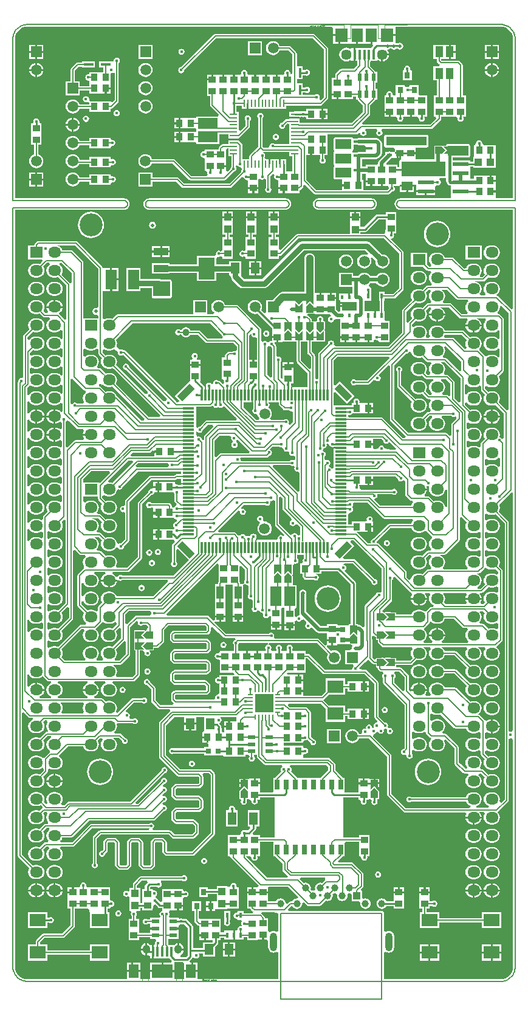
<source format=gbr>
%FSTAX23Y23*%
%MOIN*%
%SFA1B1*%

%IPPOS*%
%AMD30*
4,1,4,0.048600,0.020900,0.020900,0.048600,-0.048600,-0.020900,-0.020900,-0.048600,0.048600,0.020900,0.0*
%
%AMD31*
4,1,4,-0.020900,0.048600,-0.048600,0.020900,0.020900,-0.048600,0.048600,-0.020900,-0.020900,0.048600,0.0*
%
%ADD10R,0.039370X0.039370*%
%ADD11R,0.043310X0.023620*%
%ADD12R,0.035430X0.039370*%
%ADD13R,0.039370X0.035430*%
%ADD14R,0.031500X0.035430*%
%ADD15R,0.025200X0.055120*%
%ADD16R,0.032000X0.040000*%
%ADD17R,0.040000X0.032000*%
%ADD18C,0.039370*%
%ADD19R,0.053150X0.015750*%
%ADD20R,0.015750X0.053150*%
%ADD21R,0.114170X0.074800*%
%ADD22R,0.059060X0.074800*%
%ADD23R,0.030000X0.016000*%
%ADD24R,0.007870X0.039370*%
%ADD25R,0.039370X0.007870*%
%ADD26R,0.016000X0.030000*%
%ADD27R,0.059060X0.106300*%
%ADD28R,0.039370X0.070870*%
%ADD29R,0.023620X0.043310*%
G04~CAMADD=30~9~0.0~0.0~393.7~984.3~0.0~0.0~0~0.0~0.0~0.0~0.0~0~0.0~0.0~0.0~0.0~0~0.0~0.0~0.0~315.0~972.0~971.0*
%ADD30D30*%
G04~CAMADD=31~9~0.0~0.0~393.7~984.3~0.0~0.0~0~0.0~0.0~0.0~0.0~0~0.0~0.0~0.0~0.0~0~0.0~0.0~0.0~45.0~972.0~971.0*
%ADD31D31*%
%ADD32R,0.011810X0.064960*%
%ADD33R,0.064960X0.011810*%
%ADD34R,0.086610X0.023620*%
%ADD35R,0.017720X0.019690*%
%ADD36R,0.078740X0.047240*%
%ADD37R,0.080000X0.040000*%
%ADD38R,0.090000X0.120000*%
%ADD39R,0.039370X0.039370*%
%ADD40R,0.043310X0.059060*%
%ADD41R,0.030000X0.030000*%
%ADD42R,0.015750X0.053150*%
%ADD43R,0.050000X0.060000*%
%ADD44R,0.060000X0.050000*%
%ADD45R,0.059060X0.110240*%
%ADD46R,0.106300X0.059060*%
%ADD47R,0.045280X0.070870*%
%ADD48R,0.030000X0.030000*%
%ADD49R,0.011020X0.027170*%
%ADD50R,0.098430X0.098430*%
%ADD51R,0.027170X0.011020*%
%ADD52R,0.090550X0.070870*%
%ADD53R,0.086610X0.070870*%
%ADD54C,0.005100*%
%ADD55C,0.005000*%
%ADD56C,0.008000*%
%ADD57C,0.020000*%
%ADD58C,0.010000*%
%ADD59C,0.006100*%
%ADD60C,0.030000*%
%ADD61C,0.040000*%
%ADD62C,0.016000*%
%ADD63C,0.007000*%
%ADD64C,0.006000*%
%ADD65R,0.091760X0.083000*%
%ADD66R,0.090000X0.055000*%
%ADD67R,0.224000X0.051060*%
%ADD68R,0.243000X0.084000*%
%ADD69R,0.114000X0.054000*%
%ADD70C,0.003940*%
%ADD71C,0.001970*%
%ADD72C,0.125980*%
%ADD73O,0.070870X0.059060*%
%ADD74R,0.070870X0.059060*%
%ADD75C,0.059060*%
%ADD76R,0.059060X0.059060*%
%ADD77O,0.041340X0.049210*%
%ADD78R,0.055120X0.074800*%
%ADD79R,0.070870X0.074800*%
%ADD80C,0.057090*%
%ADD81R,0.059060X0.059060*%
%ADD82O,0.039370X0.102360*%
%ADD83R,0.039370X0.039370*%
%ADD84C,0.015000*%
%ADD85C,0.020000*%
%ADD86C,0.016000*%
%ADD87C,0.025980*%
%LNmb1137-1*%
%LPD*%
G36*
X01308Y00745D02*
X01309Y00741D01*
X01313Y00736*
X01318Y00732*
X01325Y00731*
X0133Y00726*
Y00732*
X01331Y00732*
X01331Y00732*
X01372*
Y00723*
X0133*
Y00713*
Y00693*
Y00673*
Y00654*
Y00634*
Y00617*
X01321Y00614*
X01319Y00617*
X01313Y00621*
X01307Y00622*
X01305Y0063*
X01309Y00633*
X01313Y00638*
X01314Y00645*
X01313Y00651*
X01309Y00656*
X01304Y0066*
X01297Y00661*
X01291Y0066*
X01291Y0066*
X01282Y00665*
Y0068*
X01283Y00681*
X01287Y00686*
X01288Y00693*
X01287Y00699*
X01283Y00704*
X01278Y00708*
X01272Y00709*
X01274Y00716*
X01275Y00723*
X01277Y00725*
X01278Y00725*
X01284Y00726*
X01289Y00729*
X01293Y00735*
X01294Y00741*
X01293Y00748*
X01298Y0075*
X013Y0075*
X01308Y00745*
G37*
G36*
X00673Y00845D02*
X00625Y00796D01*
X00622Y00792*
X00621Y00788*
Y00772*
X00618Y00771*
X00616Y00771*
X00608Y00775*
X00607Y00779*
X00604Y00785*
X00598Y00788*
X00592Y0079*
X00585Y00788*
X00577Y00801*
Y00811*
Y00819*
X00586Y00815*
X00591Y00811*
X00598Y0081*
X00604Y00811*
X00609Y00815*
X00613Y0082*
X00614Y00827*
X00614Y00827*
X00641Y00854*
X00669*
X00673Y00845*
G37*
G36*
X0067Y00957D02*
X00674Y00951D01*
X00679Y00948*
X00686Y00946*
X00692Y00948*
X00698Y00951*
X007*
X00706Y00948*
X00713Y00946*
X00719Y00948*
X00725Y00951*
X00726Y00953*
X00735Y00954*
X00803Y00886*
X00799Y00877*
X00636*
X00631Y00876*
X00628Y00874*
X00597Y00843*
X00591Y00842*
X00586Y00838*
X00577Y00844*
Y0085*
Y0087*
Y0089*
Y0091*
Y00929*
Y00953*
X00655*
X00659Y00954*
X00663Y00956*
X0067Y00957*
G37*
G36*
X00348Y00709D02*
Y00713D01*
X00375*
Y00703*
X00348*
Y00681*
X00221*
X00217Y0069*
X00227Y007*
X00322*
X00326Y00701*
X0033Y00703*
X00339Y00713*
X00348Y00709*
G37*
G36*
X01604Y00767D02*
X01604Y00767D01*
X01605Y0076*
X01609Y00755*
X01614Y00751*
X01621Y0075*
X01627Y00751*
X01632Y00755*
X01633Y00756*
X01643Y00757*
X01675Y00725*
X01671Y00716*
X01647*
X0161Y00724*
X01609Y0073*
X01605Y00735*
X016Y00739*
X01594Y0074*
X01587Y00739*
X01582Y00735*
X01578Y0073*
X01577Y00724*
X01556Y00719*
X01549Y00726*
Y00743*
X01522*
Y00753*
X01549*
Y00776*
X01595*
X01604Y00767*
G37*
G36*
X-0012Y00875D02*
X-00078Y00833D01*
X-00074Y00831*
X-00069Y0083*
X-00042*
X-00037Y00821*
X-00039Y00819*
X-00043Y0081*
X-00044Y00805*
X0*
Y00795*
X-00044*
X-00043Y00789*
X-00039Y0078*
X-00037Y00778*
X-00042Y00769*
X-00084*
X-00088Y00768*
X-00092Y00766*
X-00128Y0073*
X-00137Y00734*
Y00871*
X-00129Y00877*
X-0012Y00875*
G37*
G36*
X0103Y00967D02*
X01031Y00962D01*
X01034Y00959*
X01055Y00937*
X01059Y00935*
X01064Y00934*
X01086*
X01086Y00933*
X01092Y0093*
X01098Y00928*
X01101Y00929*
X01109Y00923*
Y0087*
X01092Y00853*
X01085Y00859*
X01086Y00862*
X01088Y00869*
X01086Y00875*
X01083Y0088*
X01077Y00884*
X01071Y00885*
X01065Y00884*
X01059Y0088*
X01059Y0088*
X00987*
X00982Y00889*
X00987Y00895*
X00991Y00904*
X00992Y00914*
X00991Y00924*
X00987Y00934*
X00981Y00942*
X00973Y00948*
X00973Y00948*
X00976Y0095*
X00979Y00956*
X00981Y00963*
X00979Y00969*
X00976Y00975*
X00975Y00975*
Y00976*
X0103*
Y00967*
G37*
G36*
X-00101Y01107D02*
X-00037Y01043D01*
X-00033Y01041*
X-0003Y0104*
X-00029Y01032*
Y0103*
X-00033Y01027*
X-00039Y01019*
X-00043Y0101*
X-00044Y01*
X-00043Y00989*
X-00039Y0098*
X-00037Y00978*
X-00042Y00969*
X-00074*
X-00075Y00971*
X-00081Y00974*
X-00088Y00976*
X-00094Y00974*
X-001Y00971*
X-00101Y00968*
X-00111Y00971*
Y01105*
X-00101Y01108*
X-00101Y01107*
G37*
G36*
X01638Y01219D02*
X01517Y01098D01*
X01454*
X01454Y01098*
X01449Y01102*
X01443Y01103*
X01436Y01102*
X01431Y01098*
X01427Y01093*
X01426Y01087*
X01427Y0108*
X01431Y01075*
X01436Y01071*
X01443Y0107*
X01449Y01071*
X01454Y01075*
X01454Y01075*
X01522*
X01527Y01076*
X0153Y01078*
X01551Y01099*
X01561Y01098*
X01561Y01098*
X01567Y01094*
X01573Y01093*
X0158Y01094*
X01585Y01098*
X01589Y01103*
X0159Y0111*
X01589Y01116*
X01585Y01121*
X0158Y01125*
X01579Y01127*
X01632Y0118*
X01641Y01176*
Y00882*
X01642Y00877*
X01644Y00873*
X01728Y00789*
X01728Y00789*
X01723Y00781*
X01713Y0078*
X01602Y00891*
X01599Y00894*
X01594Y00895*
X01417*
X01416Y00896*
X01413Y00896*
Y009*
Y00908*
X0142Y00908*
X01427Y00909*
X01432Y00912*
X01435Y00916*
X01486*
X01495*
X01517*
Y00944*
Y00973*
X01495*
X01486*
X01473*
X01474Y00981*
X01473Y00987*
X01469Y00992*
X01464Y00996*
X01458Y00997*
X01451Y00996*
X01446Y00992*
X01442Y00987*
X01441Y00981*
X01442Y00973*
X01432*
Y0096*
X01374*
X01368Y00959*
X01368Y00959*
X01333*
Y01029*
X01342Y01033*
X01406Y0097*
X01446Y0101*
X01364Y01092*
X01342Y01071*
X01333Y01074*
Y01206*
X01355Y01228*
X01634*
X01638Y01219*
G37*
G36*
X02028Y01109D02*
Y0098D01*
X02019Y00976*
X01996Y00999*
Y01086*
X01995Y0109*
X01993Y01094*
X01962Y01125*
X01958Y01127*
X01954Y01128*
X01941*
X01937Y01137*
X01939Y0114*
X01943Y01149*
X01944Y0116*
X01943Y0117*
X01939Y01179*
X01933Y01187*
X01925Y01193*
X01918Y01196*
X01915Y01197*
X01916Y01198*
X01939*
X02028Y01109*
G37*
G36*
X00066Y01072D02*
X00074Y01066D01*
X00084Y01062*
X00094Y01061*
X00105*
X00115Y01062*
X00119Y01064*
X00296Y00886*
X00293Y00877*
X00278*
X00147Y01008*
X00143Y0101*
X00143Y0101*
X00139Y01019*
X00133Y01027*
X00125Y01033*
X00115Y01037*
X00105Y01038*
X00094*
X00084Y01037*
X0008Y01035*
X00056Y0106*
X00052Y01062*
X00048Y01063*
X00054Y0107*
X00055*
Y01071*
X00065Y01074*
X00066Y01072*
G37*
G36*
X00889Y00976D02*
X00892D01*
Y00943*
X00891Y00943*
X00888Y00937*
X00886Y00931*
X00888Y00924*
X00891Y00918*
X00897Y00915*
X00903Y00913*
X00907Y00914*
X00913Y0091*
X00916Y00906*
X00916Y00904*
X0092Y00895*
X00925Y00889*
X0092Y0088*
X00907*
X00837Y0095*
Y00976*
X0088*
Y01018*
X00889*
Y00976*
G37*
G36*
X02066Y01071D02*
X02074Y01065D01*
X02084Y01061*
X02094Y0106*
X02105*
X02115Y01061*
X02125Y01065*
X02131Y0107*
X0214Y01065*
Y01047*
X02141Y01042*
X02143Y01038*
X02162Y0102*
X0216Y01018*
X02156Y01009*
X02155Y00999*
X02156Y00988*
X0216Y00979*
X02166Y00971*
X02174Y00965*
X02184Y00961*
X02194Y0096*
X02205*
X02215Y00961*
X02219Y00963*
X02266Y00916*
Y00779*
X02256Y00776*
X02253Y0078*
X02248Y00784*
X02242Y00785*
X02243Y00788*
X02244Y00799*
X02243Y00809*
X02239Y00818*
X02233Y00826*
X02225Y00832*
X02215Y00836*
X02205Y00837*
X02194*
X02184Y00836*
X02174Y00832*
X02166Y00826*
X0216Y00818*
X02156Y00809*
X02155Y00799*
X02156Y00788*
X0216Y00779*
X02162Y00777*
X02141Y00757*
X02139Y00753*
X02138Y00749*
Y00733*
X02129Y00729*
X02125Y00732*
X02115Y00736*
X02105Y00737*
X02094*
X02084Y00736*
X02074Y00732*
X02072Y0073*
X02063Y00735*
Y00762*
X02072Y00767*
X02074Y00765*
X02084Y00761*
X02094Y0076*
X02105*
X02115Y00761*
X02125Y00765*
X02133Y00771*
X02139Y00779*
X02143Y00788*
X02144Y00799*
X02143Y00809*
X02139Y00818*
X02133Y00826*
X02125Y00832*
X02115Y00836*
X02105Y00837*
X02094*
X02084Y00836*
X02074Y00832*
X02072Y0083*
X02063Y00835*
Y00862*
X02072Y00867*
X02074Y00865*
X02084Y00861*
X02094Y0086*
X02105*
X02115Y00861*
X02125Y00865*
X02133Y00871*
X02139Y00879*
X02143Y00888*
X02144Y00899*
X02143Y00909*
X02139Y00918*
X02133Y00926*
X02125Y00932*
X02115Y00936*
X02105Y00937*
X02094*
X02084Y00936*
X0208Y00934*
X02051Y00963*
Y00975*
X02061Y00978*
X02066Y00971*
X02074Y00965*
X02084Y00961*
X02094Y0096*
X02105*
X02115Y00961*
X02125Y00965*
X02133Y00971*
X02139Y00979*
X02143Y00988*
X02144Y00999*
X02143Y01009*
X02139Y01018*
X02133Y01026*
X02125Y01032*
X02115Y01036*
X02105Y01037*
X02094*
X02084Y01036*
X02074Y01032*
X02066Y01026*
X02061Y01019*
X02051Y01022*
Y01075*
X02061Y01078*
X02066Y01071*
G37*
G36*
X0077Y00786D02*
X00769Y0078D01*
X0077Y00773*
X00774Y00768*
X00777Y00766*
Y00756*
X00776Y00756*
X00773Y0075*
X00771Y00744*
X00773Y00737*
X00776Y00731*
X00782Y00728*
X00789Y00726*
X00795Y00728*
X00801Y00731*
X00804Y00737*
X00806Y00744*
X00804Y0075*
X00801Y00756*
X00798Y00757*
Y00767*
X00798Y00768*
X00799Y00769*
X00809Y0077*
X00872Y00706*
X00868Y00697*
X00714*
X00709Y00696*
X00705Y00694*
X00687Y00676*
X00678Y0068*
Y00767*
X00706Y00795*
X00758*
X0077Y00786*
G37*
G36*
X01098Y00629D02*
X01105Y00628D01*
X01111Y00629*
X01112Y0063*
X01119Y00623*
X01117Y0062*
X01116Y00614*
X01117Y00607*
X01121Y00602*
X01126Y00598*
X01133Y00597*
X01136Y00598*
X01144Y00591*
Y0049*
X01135Y00486*
X00998Y00623*
X01002Y00632*
X01094*
X01098Y00629*
G37*
G36*
X00494Y00595D02*
Y00585D01*
Y00582*
X00468*
X00464Y00581*
X0046Y00578*
X00456Y00574*
X00327*
X00322Y00573*
X00318Y00571*
X0019Y00443*
X00188Y00439*
X00187Y00435*
Y00414*
X00179Y00408*
X00176Y00409*
X00169Y00407*
X00164Y00404*
X0016Y00398*
X00159Y00392*
X0016Y00386*
X00164Y0038*
X00169Y00377*
X00176Y00375*
X00179Y00376*
X00187Y0037*
Y00225*
X00165Y00203*
X00164Y00203*
X00157Y00202*
X00153Y00199*
X00147Y00202*
X00144Y00204*
X00143Y0021*
X00139Y00219*
X00133Y00227*
X00125Y00233*
X00115Y00237*
X00105Y00238*
X00094*
X00084Y00237*
X0008Y00235*
X00057Y00258*
X00053Y00261*
X00049Y00262*
X00035*
X00032Y00271*
X00033Y00272*
X00039Y0028*
X00043Y00289*
X00044Y003*
X00043Y0031*
X00039Y00319*
X00033Y00327*
X00025Y00333*
X00015Y00337*
X00005Y00338*
X00007Y0034*
X00043*
X00062Y00321*
X0006Y00319*
X00056Y0031*
X00055Y003*
X00056Y00289*
X0006Y0028*
X00066Y00272*
X00074Y00266*
X00084Y00262*
X00094Y00261*
X00105*
X00115Y00262*
X00125Y00266*
X00133Y00272*
X00139Y0028*
X00143Y00289*
X00144Y003*
X00143Y0031*
X00139Y00319*
X00133Y00327*
X00125Y00333*
X00115Y00337*
X00105Y00338*
X00094*
X00084Y00337*
X0008Y00335*
X00056Y0036*
X00052Y00362*
X00048Y00363*
X0004*
X00033Y00372*
X00039Y0038*
X00043Y00389*
X00044Y004*
X00043Y0041*
X00039Y00419*
X00033Y00427*
X00025Y00433*
X00015Y00437*
X00005Y00438*
X-00005*
X-00015Y00437*
X-00025Y00433*
X-00033Y00427*
X-00042Y00434*
Y00461*
X00039*
Y00449*
X0004Y00444*
X00042Y0044*
X00062Y00421*
X0006Y00419*
X00056Y0041*
X00055Y004*
X00056Y00389*
X0006Y0038*
X00066Y00372*
X00074Y00366*
X00084Y00362*
X00094Y00361*
X00105*
X00115Y00362*
X00125Y00366*
X00133Y00372*
X00139Y0038*
X00143Y00389*
X00144Y004*
X00143Y0041*
X00139Y00419*
X00133Y00427*
X00125Y00433*
X00115Y00437*
X00105Y00438*
X00094*
X00084Y00437*
X0008Y00435*
X00062Y00453*
Y00464*
X00071Y00468*
X00074Y00466*
X00084Y00462*
X00094Y00461*
X00105*
X00115Y00462*
X00125Y00466*
X00133Y00472*
X00139Y0048*
X00143Y00489*
X00143Y00493*
X00151Y00499*
X00158Y00498*
X00164Y00499*
X00169Y00503*
X00173Y00508*
X00174Y00514*
X00258Y00598*
X00494*
Y00595*
G37*
G36*
X0185Y00517D02*
D01*
X01856Y00518*
X01856Y0051*
X01855Y005*
X01856Y00489*
X0186Y0048*
X01866Y00472*
X01874Y00466*
X01884Y00462*
X01894Y00461*
X01905*
X01915Y00462*
X01925Y00466*
X01933Y00472*
X01939Y0048*
X01943Y00489*
X01944Y00497*
X01954Y00497*
Y00402*
X01944Y00402*
X01943Y0041*
X01939Y00419*
X01933Y00427*
X01925Y00433*
X01915Y00437*
X01905Y00438*
X01894*
X01884Y00437*
X0188Y00435*
X01859Y00457*
X01855Y00459*
X01851Y0046*
X01833*
X0183Y0047*
X01833Y00472*
X01839Y0048*
X01843Y00489*
X01844Y00495*
X01799*
Y00505*
X01844*
X01843Y0051*
X01843Y00518*
X0185Y00517*
G37*
G36*
X-0014Y00329D02*
Y-00124D01*
X-0018Y-00164*
X-00184Y-00162*
X-00194Y-00161*
X-00205*
X-00215Y-00162*
X-00225Y-00166*
X-00231Y-00171*
X-0024Y-00166*
Y-00133*
X-00231Y-00128*
X-00225Y-00133*
X-00215Y-00137*
X-00205Y-00138*
X-00194*
X-00184Y-00137*
X-00174Y-00133*
X-00166Y-00127*
X-0016Y-00119*
X-00156Y-0011*
X-00155Y-001*
X-00156Y-00089*
X-0016Y-0008*
X-00166Y-00072*
X-00174Y-00066*
X-00184Y-00062*
X-00194Y-00061*
X-00205*
X-00215Y-00062*
X-00225Y-00066*
X-00231Y-00071*
X-0024Y-00066*
Y-00033*
X-00231Y-00028*
X-00225Y-00033*
X-00215Y-00037*
X-00205Y-00038*
X-00194*
X-00184Y-00037*
X-00174Y-00033*
X-00166Y-00027*
X-0016Y-00019*
X-00156Y-0001*
X-00155Y0*
X-00156Y0001*
X-0016Y00019*
X-00166Y00027*
X-00174Y00033*
X-00184Y00037*
X-00194Y00038*
X-00205*
X-00215Y00037*
X-00225Y00033*
X-00231Y00028*
X-0024Y00033*
Y00066*
X-00231Y00071*
X-00225Y00066*
X-00215Y00062*
X-00205Y00061*
X-00194*
X-00184Y00062*
X-00174Y00066*
X-00166Y00072*
X-0016Y0008*
X-00156Y00089*
X-00155Y001*
X-00156Y0011*
X-0016Y00119*
X-00166Y00127*
X-00174Y00133*
X-00184Y00137*
X-00194Y00138*
X-00205*
X-00215Y00137*
X-00225Y00133*
X-00231Y00128*
X-0024Y00133*
Y00166*
X-00231Y00171*
X-00225Y00166*
X-00215Y00162*
X-00205Y00161*
X-00194*
X-00184Y00162*
X-00174Y00166*
X-00166Y00172*
X-0016Y0018*
X-00156Y00189*
X-00155Y002*
X-00156Y0021*
X-0016Y00219*
X-00166Y00227*
X-00174Y00233*
X-00184Y00237*
X-00194Y00238*
X-00205*
X-00215Y00237*
X-00225Y00233*
X-00231Y00228*
X-0024Y00233*
Y00266*
X-00231Y00271*
X-00225Y00266*
X-00215Y00262*
X-00205Y00261*
X-00194*
X-00184Y00262*
X-00174Y00266*
X-00166Y00272*
X-0016Y0028*
X-00156Y00289*
X-00155Y003*
X-00156Y0031*
X-0016Y00319*
X-00162Y00321*
X-00149Y00333*
X-0014Y00329*
G37*
G36*
X01605Y00341D02*
X01608Y00339D01*
X01613Y00338*
X01765*
X01768Y00328*
X01766Y00327*
X0176Y00319*
X01757Y00311*
X0164*
X01635Y0031*
X01631Y00308*
X01553Y00229*
X01553Y00229*
X01546Y00228*
X01541Y00224*
X01537Y00219*
X01536Y00213*
X01537Y00205*
X0152*
X01462Y00263*
X01458Y00266*
X01458Y00266*
X01486*
X01495*
X01517*
Y00295*
X01522*
Y003*
X01549*
Y00323*
X01542*
X01545Y00329*
X01546Y00336*
X01545Y00342*
X01541Y00347*
X01536Y00351*
X0153Y00352*
X01523Y00351*
X01518Y00347*
X01514Y00342*
X01513Y00336*
X01514Y00331*
X0151Y00327*
X01505Y00323*
X01495*
X01486*
X01432*
Y00308*
X01413*
Y00319*
Y00339*
Y00358*
Y00365*
X01421Y00371*
X01422Y00371*
X01428Y00373*
X01434Y00376*
X01438Y00382*
X01439Y00389*
X01438Y00395*
X01434Y00401*
Y00405*
X01438Y0041*
X01439Y00417*
X01438Y00423*
X0144Y00427*
X01519*
X01605Y00341*
G37*
G36*
X0101Y00437D02*
Y00307D01*
X01011Y00302*
X01013Y00299*
X01061Y00251*
X01054Y00244*
X01049Y00247*
X01042Y00249*
X01035Y00247*
X0103Y00244*
X01026Y00238*
X01025Y00232*
X01025Y0023*
X01019Y00223*
X00911*
X00906Y00231*
X00907Y00233*
X00909Y0024*
X00907Y00246*
X00904Y00252*
X00898Y00255*
X00892Y00257*
X00885Y00255*
X00879Y00252*
X00876Y00246*
X00875Y00245*
X00871Y00243*
X00865Y00245*
X00858Y00243*
X00849Y00244*
X00845Y0025*
X0084Y00254*
X00833Y00255*
X00826Y00254*
X00821Y0025*
X00819Y00248*
X00809Y00247*
X00795Y00261*
X00791Y00264*
X00787Y00265*
X00702*
X00698Y00274*
X00809Y00385*
X00818Y0038*
X00817Y00376*
X00818Y00369*
X00822Y00364*
X00827Y0036*
X00834Y00359*
X0084Y0036*
X00845Y00364*
X00849Y00369*
X0085Y00376*
X00849Y00382*
X00845Y00387*
X0084Y00391*
X00834Y00392*
X00829Y00391*
X00824Y004*
X00839Y00415*
X00955*
X00955Y00415*
X00961Y00411*
X00968Y0041*
X00974Y00411*
X0098Y00415*
X00983Y0042*
X00985Y00427*
X00983Y00433*
X00988Y00434*
X00994Y00436*
X01Y00439*
X01Y0044*
X0101Y00437*
G37*
G36*
X01683Y0056D02*
X01683Y0056D01*
X01684Y00553*
X01688Y00548*
X01693Y00544*
X017Y00543*
X01706Y00544*
X01711Y00548*
X01714Y00551*
X01718Y00551*
X01725Y00545*
Y0047*
X01726Y00466*
X01729Y00462*
X0175Y0044*
X01754Y00438*
X01759Y00437*
X01764*
X01767Y00427*
X01766Y00427*
X0176Y00419*
X01757Y00411*
X01587*
X01554Y00445*
X01556Y00448*
X01562Y00449*
X01567Y00453*
X01571Y00458*
X01572Y00465*
X01571Y00471*
X01573Y00474*
X01652*
X01652Y00474*
X01657Y0047*
X01664Y00469*
X0167Y0047*
X01675Y00474*
X01679Y00479*
X0168Y00485*
X01679Y00492*
X01675Y00497*
X0167Y00501*
X01664Y00502*
X01657Y00501*
X01652Y00497*
X01652Y00497*
X01485*
X01476Y00503*
X01475Y00505*
X01476Y00511*
X01474Y00517*
X01473Y00519*
Y00522*
X01486*
X01495*
X01517*
Y00551*
X01522*
Y00556*
X01549*
Y00571*
X01672*
X01683Y0056*
G37*
G36*
X00428Y00635D02*
X00427Y00632D01*
X00428Y00629*
X00421Y00621*
X00253*
X0025Y0062*
X00246Y00629*
X00259Y00643*
X00422*
X00428Y00635*
G37*
G36*
X01034Y00734D02*
X01039Y0073D01*
X01046Y00729*
X01056Y00723*
X01057Y00717*
X01061Y00711*
X01066Y00708*
X01073Y00706*
X01079Y00708*
X0108Y00709*
X01089Y00703*
X01088Y00699*
X01089Y00692*
X01093Y00687*
X01098Y00683*
X01105Y00682*
X01111Y00683*
X01112Y00684*
X01121Y00679*
Y00664*
X01112Y00659*
X01111Y0066*
X01105Y00661*
X01098Y0066*
X01093Y00656*
X01092Y00655*
X00826*
X0082Y00663*
X0082Y00664*
X00819Y0067*
X00821Y00674*
X00965*
X00969Y00675*
X00973Y00677*
X00981Y00685*
X00984Y00686*
X00989Y0069*
X00993Y00695*
X00994Y00702*
X00993Y00708*
X00989Y00713*
X00984Y00717*
X00983Y00719*
X00998Y00734*
X01034*
X01034Y00734*
G37*
G36*
X02245Y00671D02*
Y00626D01*
X02235Y00623*
X02233Y00626*
X02225Y00632*
X02215Y00636*
X02205Y00637*
X02194*
X02184Y00636*
X02174Y00632*
X0217Y00629*
X02161Y00633*
Y00664*
X0217Y00668*
X02174Y00665*
X02184Y00661*
X02194Y0066*
X02205*
X02215Y00661*
X02225Y00665*
X02233Y00671*
X02235Y00674*
X02245Y00671*
G37*
G36*
X00494Y00555D02*
Y00535D01*
X00535*
Y00526*
X00494*
Y00525*
X00478*
X00476Y00526*
X0047Y00528*
X00467Y00527*
X0046Y00533*
Y0054*
X00406*
X00397*
X00375*
Y00511*
Y00483*
X00397*
X00406*
X00454*
X00455Y00479*
X00459Y00474*
X00459Y00473*
Y00435*
X0046Y00431*
X00462Y00427*
X00471Y00419*
X00468Y00409*
X00463Y00408*
X00457Y00405*
X00455Y00401*
X00445*
Y00406*
X00444Y0041*
X00441Y00414*
X00434Y00422*
X0043Y00424*
X00426Y00425*
X00333*
X00332Y00426*
X00327Y00429*
X0032Y00431*
X00313Y00429*
X00308Y00426*
X00304Y0042*
X00303Y00414*
X00304Y00407*
X00308Y00401*
X00313Y00398*
X0032Y00396*
X00327Y00398*
X00332Y00401*
X00336Y00402*
X00343Y00395*
Y00378*
X0037*
Y00373*
X00375*
Y00344*
X00397*
X00406*
X00454*
X00457Y00339*
X00463Y00336*
X0047Y00334*
X00471Y00329*
X0047Y00328*
X00465Y0032*
X00462Y00319*
X00457Y00316*
X00453Y0031*
X00452Y00304*
X00453Y00297*
X00457Y00291*
X00457Y00291*
Y00287*
X00454Y00281*
X00453Y0028*
X00406*
X00397*
X00375*
Y00251*
Y00223*
X00397*
X00406*
X00456*
X00458Y00221*
X00459Y0022*
X0046Y0021*
X00448Y00199*
X00446Y00195*
X00445Y00191*
Y00103*
X00444Y00103*
X00441Y00097*
X00439Y00091*
X00441Y00084*
X00444Y00079*
X0045Y00075*
X00457Y00074*
X00463Y00075*
X00469Y00079*
X00472Y00084*
X00474Y00091*
X00472Y00097*
X00469Y00103*
X00468Y00103*
Y00168*
X00477Y00172*
X00538Y00112*
X00452Y00026*
X00174*
X00174Y00026*
X00169Y0003*
X00162Y00031*
X00156Y0003*
X0015Y00026*
X00147Y00021*
X00137Y00021*
X00133Y00027*
X00125Y00033*
X00118Y00036*
X0012Y00046*
X00202*
X00207Y00047*
X00211Y00049*
X00277Y00115*
X00279Y00119*
X0028Y00124*
Y00417*
X00332Y00469*
X00333Y00469*
X00339Y0047*
X00344Y00474*
X00348Y00479*
X00349Y00483*
X00365*
Y00507*
X00343*
Y00508*
X00336Y00502*
X00333Y00502*
X00326Y00501*
X00321Y00497*
X00317Y00492*
X00316Y00485*
X00316Y00485*
X0026Y0043*
X00258Y00426*
X00257Y00422*
Y00128*
X00198Y00069*
X00142*
X00137Y00078*
X00139Y0008*
X00143Y00089*
X00144Y001*
X00143Y0011*
X00139Y00119*
X00133Y00127*
X00125Y00133*
X00115Y00137*
X00105Y00138*
X00094*
X00084Y00137*
X0008Y00135*
X00057Y00159*
X00053Y00161*
X00049Y00162*
X00035*
X00032Y00172*
X00033Y00172*
X00039Y0018*
X00043Y00189*
X00044Y002*
X00043Y0021*
X00039Y00219*
X00033Y00227*
X00025Y00233*
X00017Y00236*
X00015Y00237*
X00017Y00238*
X00044*
X00062Y00221*
X0006Y00219*
X00056Y0021*
X00055Y002*
X00056Y00189*
X0006Y0018*
X00066Y00172*
X00074Y00166*
X00084Y00162*
X00094Y00161*
X00105*
X00115Y00162*
X00125Y00166*
X00133Y00172*
X00138Y00179*
X00148Y00179*
X00152Y00174*
X00157Y0017*
X00164Y00169*
X00171Y0017*
X00176Y00174*
X0018Y00179*
X00181Y00186*
X00181Y00187*
X00207Y00212*
X00209Y00216*
X0021Y00221*
Y0043*
X00331Y00551*
X00461*
X00465Y00552*
X00469Y00554*
X00473Y00558*
X00494*
Y00555*
G37*
G36*
X00104Y0059D02*
X0005Y00535D01*
X00044Y00538*
X-00042*
Y00553*
X00003Y00599*
X001*
X00104Y0059*
G37*
G36*
X00232Y00649D02*
X00119Y00535D01*
X00115Y00537*
X00105Y00538*
X00099*
X00095Y00548*
X00205Y00658*
X00228*
X00232Y00649*
G37*
G36*
X01102Y01362D02*
X01082Y01382D01*
X01062Y01362*
Y01392*
X01102*
Y01362*
G37*
G36*
X02292Y01468D02*
Y00936D01*
X02283Y00932*
X02237Y00977*
X02239Y00979*
X02243Y00988*
X02244Y00999*
X02243Y01009*
X02239Y01018*
X02233Y01026*
X02225Y01032*
X02215Y01036*
X02205Y01037*
X02194*
X02184Y01036*
X0218Y01034*
X02163Y01051*
Y01062*
X02172Y01067*
X02174Y01065*
X02184Y01061*
X02194Y0106*
X02205*
X02215Y01061*
X02225Y01065*
X02233Y01071*
X02239Y01079*
X02243Y01088*
X02244Y01099*
X02243Y01109*
X02239Y01118*
X02237Y0112*
X02263Y01145*
X02265Y01149*
X02266Y01154*
Y01432*
X02265Y01436*
X02264Y01437*
X02263Y0144*
X02246Y01457*
X02242Y01459*
X02238Y0146*
X02234*
X02231Y0147*
X02233Y01471*
X02239Y01479*
X02243Y01488*
X02244Y01499*
X02244Y01503*
X02252Y01508*
X02292Y01468*
G37*
G36*
X02006Y01542D02*
X0201Y0154D01*
X02015Y01539*
X02068*
X02071Y01529*
X02066Y01526*
X0206Y01518*
X02056Y01509*
X02055Y01499*
X02056Y01488*
X0206Y01479*
X02066Y01471*
X02068Y0147*
X02065Y0146*
X02035*
X01978Y01518*
X01974Y0152*
X0197Y01521*
X01934*
X01931Y01531*
X01933Y01532*
X01939Y0154*
X01943Y01549*
X01944Y0156*
X01943Y0157*
X01939Y01579*
X01933Y01587*
X01925Y01593*
X01925Y01595*
X01954*
X02006Y01542*
G37*
G36*
X01161Y0138D02*
X01141Y0136D01*
X01121Y0138*
Y0139*
X01161*
Y0138*
G37*
G36*
X0122D02*
X012Y0136D01*
X0118Y0138*
Y0139*
X0122*
Y0138*
G37*
G36*
X01279D02*
X01259Y0136D01*
X01239Y0138*
Y0139*
X01279*
Y0138*
G37*
G36*
X02022Y0144D02*
X02026Y01438D01*
X02031Y01437*
X02065*
X02068Y01427*
X02066Y01426*
X0206Y01418*
X02056Y01409*
X02055Y01404*
X02144*
X02143Y01409*
X02139Y01418*
X02133Y01426*
X02125Y01432*
X02115Y01436*
X02116Y01437*
X02165*
X02168Y01427*
X02166Y01426*
X0216Y01418*
X02156Y01409*
X02155Y01399*
X02156Y01388*
X0216Y01379*
X02166Y01371*
X02174Y01365*
X02184Y01361*
X02194Y0136*
X02205*
X02215Y01361*
X02225Y01365*
X02233Y01371*
X02233Y01372*
X02243Y01369*
Y01328*
X02233Y01325*
X02233Y01326*
X02225Y01332*
X02215Y01336*
X02205Y01337*
X02194*
X02184Y01336*
X02174Y01332*
X02166Y01326*
X0216Y01318*
X02156Y01309*
X02155Y01299*
X02156Y01288*
X0216Y01279*
X02166Y01271*
X02174Y01265*
X02184Y01261*
X02194Y0126*
X02205*
X02215Y01261*
X02225Y01265*
X02233Y01271*
X02233Y01272*
X02243Y01269*
Y01228*
X02233Y01225*
X02233Y01226*
X02225Y01232*
X02215Y01236*
X02205Y01237*
X02194*
X02184Y01236*
X02174Y01232*
X02171Y0123*
X02161Y01231*
X0216Y01234*
X0213Y01264*
X0213Y01269*
X02133Y01271*
X02139Y01279*
X02143Y01288*
X02144Y01299*
X02143Y01309*
X02139Y01318*
X02133Y01326*
X02125Y01332*
X02115Y01336*
X02105Y01337*
X02094*
X02084Y01336*
X0208Y01334*
X02047Y01368*
X02043Y0137*
X02039Y01371*
X01942*
X01939Y01379*
X01933Y01387*
X01925Y01393*
X01915Y01397*
X01905Y01398*
X01894*
X01884Y01397*
X01874Y01393*
X01866Y01387*
X0186Y01379*
X01856Y0137*
X01855Y0136*
X01856Y01349*
X0186Y0134*
X01861Y01339*
X01856Y0133*
X01843*
X01838Y01339*
X01839Y0134*
X01843Y01349*
X01844Y0136*
X01843Y0137*
X01839Y01379*
X01833Y01387*
X01825Y01393*
X01815Y01397*
X01805Y01398*
X01794*
X01784Y01397*
X01774Y01393*
X0177Y0139*
X01761Y01394*
Y01405*
X0178Y01424*
X01784Y01422*
X01794Y01421*
X01805*
X01815Y01422*
X01825Y01426*
X01833Y01432*
X01839Y0144*
X01843Y01449*
X01844Y0146*
X01843Y0147*
X01839Y01479*
X01837Y01481*
X01854Y01498*
X01865*
X01868Y01488*
X01866Y01487*
X0186Y01479*
X01856Y0147*
X01855Y01465*
X01944*
X01943Y0147*
X01939Y01479*
X01933Y01487*
X01925Y01493*
X01915Y01497*
X01916Y01498*
X01965*
X02022Y0144*
G37*
G36*
X01161Y01533D02*
X01141Y01513D01*
X01121Y01533*
Y01543*
X01161*
Y01533*
G37*
G36*
X0122Y01515D02*
X012Y01535D01*
X0118Y01515*
Y01545*
X0122*
Y01515*
G37*
G36*
X01861Y01594D02*
X01863Y01592D01*
X01865Y01586*
X0186Y01579*
X01856Y0157*
X01855Y0156*
X01856Y01549*
X0186Y0154*
X01866Y01532*
X01868Y01531*
X01865Y01521*
X0185*
X01845Y0152*
X01841Y01518*
X01819Y01495*
X01815Y01497*
X01805Y01498*
X01794*
X01784Y01497*
X01774Y01493*
X01766Y01487*
X0176Y01479*
X01756Y0147*
X01755Y0146*
X01756Y01449*
X0176Y0144*
X01762Y01438*
X01741Y01418*
X0174Y01415*
X0173Y01418*
Y01474*
X0178Y01524*
X01784Y01522*
X01794Y01521*
X01805*
X01815Y01522*
X01825Y01526*
X01833Y01532*
X01839Y0154*
X01843Y01549*
X01844Y0156*
X01843Y0157*
X01839Y01579*
X01837Y01581*
X01851Y01594*
X01861Y01594*
G37*
G36*
X00041Y0171D02*
Y015D01*
X00033Y01494*
X00028Y01495*
X0002Y01493*
X00014Y01489*
X0001Y01483*
X00008Y01476*
X0001Y01468*
X00014Y01462*
X0002Y01458*
X00028Y01456*
X00033Y01457*
X00041Y01451*
Y01438*
X-00041*
Y01745*
X-00042Y01749*
X-00044Y01753*
X-00099Y01808*
X-00103Y0181*
X-00108Y01811*
X-00157*
X-0016Y01819*
X-00166Y01827*
X-00174Y01833*
X-00184Y01837*
X-00184Y01838*
X-00086*
X00041Y0171*
G37*
G36*
X0122Y01505D02*
Y01495D01*
X0118*
Y01505*
X012Y01525*
X0122Y01505*
G37*
G36*
X01161Y01493D02*
X01121D01*
Y01523*
X01141Y01503*
X01161Y01523*
Y01493*
G37*
G36*
X01279Y0134D02*
X01239D01*
Y0137*
X01259Y0135*
X01279Y0137*
Y0134*
G37*
G36*
X0088Y01349D02*
X00881Y01344D01*
X00884Y01339*
X0089Y01335*
X00896Y01334*
X00903Y01335*
X00903Y01335*
X00912Y0133*
Y01209*
X00896*
Y01182*
X00886*
Y01209*
X00868*
Y01344*
X00876Y0135*
X0088Y01349*
G37*
G36*
X01755Y01255D02*
X01756Y01249D01*
X0176Y0124*
X01766Y01232*
X01774Y01226*
X01784Y01222*
X01794Y01221*
X01805*
X01815Y01222*
X01819Y01224*
X01841Y01201*
X01845Y01199*
X01849Y01198*
X01865*
X01868Y01189*
X01866Y01187*
X0186Y01179*
X01856Y0117*
X01855Y0116*
X01856Y01149*
X0186Y0114*
X01862Y01137*
X01858Y01128*
X01847*
X01837Y01138*
X01839Y0114*
X01843Y01149*
X01844Y0116*
X01843Y0117*
X01839Y01179*
X01833Y01187*
X01825Y01193*
X01815Y01197*
X01805Y01198*
X01794*
X01784Y01197*
X01774Y01193*
X01766Y01187*
X0176Y01179*
X01756Y0117*
X01755Y0116*
X01756Y01149*
X0176Y0114*
X01766Y01132*
X01774Y01126*
X01784Y01122*
X01794Y01121*
X01805*
X01815Y01122*
X01819Y01124*
X01834Y01108*
X01838Y01106*
X01843Y01105*
X01877*
X01879Y01095*
X01874Y01093*
X01866Y01087*
X0186Y01079*
X01856Y0107*
X01855Y0106*
X01856Y01049*
X0186Y0104*
X01866Y01032*
X01872Y01028*
X01869Y01018*
X01857*
X01837Y01038*
X01839Y0104*
X01843Y01049*
X01844Y0106*
X01843Y0107*
X01839Y01079*
X01833Y01087*
X01825Y01093*
X01815Y01097*
X01805Y01098*
X01794*
X01784Y01097*
X01774Y01093*
X01766Y01087*
X0176Y01079*
X01756Y0107*
X01755Y0106*
X01756Y01049*
X0176Y0104*
X01766Y01032*
X01774Y01026*
X01784Y01022*
X01794Y01021*
X01805*
X01815Y01022*
X01819Y01024*
X01844Y00998*
X01848Y00996*
X01853Y00995*
X0186*
X01863Y00992*
X01865Y00986*
X0186Y00979*
X01856Y0097*
X01855Y0096*
X01856Y00949*
X0186Y0094*
X01865Y00934*
X0186Y00925*
X01854*
X01849Y00924*
X01845Y00922*
X01819Y00895*
X01815Y00897*
X01805Y00898*
X01794*
X01784Y00897*
X01774Y00893*
X01766Y00887*
X0176Y00879*
X01756Y0087*
X01755Y0086*
X01756Y00849*
X0176Y0084*
X01766Y00832*
X01774Y00826*
X01784Y00822*
X01794Y00821*
X01805*
X01815Y00822*
X01825Y00826*
X01833Y00832*
X01839Y0084*
X01843Y00849*
X01844Y0086*
X01843Y0087*
X01839Y00879*
X01837Y00881*
X01858Y00902*
X0187*
X01873Y00892*
X01866Y00887*
X0186Y00879*
X01856Y0087*
X01855Y0086*
X01856Y00849*
X0186Y0084*
X01866Y00832*
X01874Y00826*
X01884Y00822*
X01894Y00821*
X01905*
X01915Y00822*
X01925Y00826*
X01933Y00832*
X01939Y0084*
X01943Y00849*
X01944Y0086*
X01943Y0087*
X01939Y00879*
X01933Y00887*
X01926Y00892*
X01929Y00902*
X01977*
X01977Y00902*
X01982Y00898*
X01989Y00897*
X01995Y00898*
X01999Y00901*
X02004Y00898*
X02006Y00888*
X0198Y00863*
X01978Y00859*
X01977Y00855*
Y00798*
X01968Y00794*
X01956Y00806*
X01952Y00808*
X01948Y00809*
X01741*
X01664Y00886*
Y01178*
X01729Y01242*
X0173Y01242*
X01736Y01243*
X01741Y01247*
X01745Y01252*
X01746Y01255*
X01755Y01255*
G37*
G36*
X00036Y01269D02*
X00041Y01266D01*
Y01246*
X00042Y01242*
X00044Y01238*
X00062Y01221*
X0006Y01219*
X00056Y0121*
X00055Y012*
X00056Y01189*
X0006Y0118*
X00066Y01172*
X00074Y01166*
X00084Y01162*
X00094Y01161*
X00105*
X00115Y01162*
X00122Y01165*
X00381Y00906*
X00377Y00897*
X00319*
X00137Y01078*
X00139Y0108*
X00143Y01089*
X00144Y011*
X00143Y0111*
X00139Y01119*
X00133Y01127*
X00125Y01133*
X00115Y01137*
X00105Y01138*
X00094*
X00084Y01137*
X0008Y01135*
X00054Y01162*
X0005Y01164*
X00046Y01165*
X00039*
X00034Y01174*
X00039Y0118*
X00043Y01189*
X00044Y012*
X00043Y0121*
X00039Y01219*
X00033Y01227*
X00025Y01233*
X00015Y01237*
X00005Y01238*
X-00005*
X-00015Y01237*
X-00025Y01233*
X-00032Y01228*
X-00037Y0123*
X-00041Y01233*
Y01266*
X-00037Y01269*
X-00032Y01271*
X-00025Y01266*
X-00015Y01262*
X-00005Y01261*
X00005*
X00015Y01262*
X00025Y01266*
X00032Y01272*
X00036Y01269*
G37*
G36*
X01973Y01081D02*
Y01015D01*
X01964Y01011*
X0196Y01015*
X01957Y01017*
X01952Y01018*
X0193*
X01927Y01028*
X01933Y01032*
X01939Y0104*
X01943Y01049*
X01944Y0106*
X01943Y0107*
X01939Y01079*
X01933Y01087*
X01925Y01093*
X0192Y01095*
X01922Y01105*
X01949*
X01973Y01081*
G37*
G36*
X00979Y01286D02*
X00979Y01285D01*
X00985Y01282*
X00992Y0128*
X00994Y01268*
Y01116*
X00985Y01112*
X00967Y01129*
Y01279*
X00974Y01286*
X00979*
G37*
G36*
X02032Y01201D02*
Y01155D01*
X02033Y0115*
X02024Y01146*
X01952Y01218*
X01948Y0122*
X01943Y01221*
X01934*
X01931Y01231*
X01933Y01232*
X01939Y0124*
X01943Y01249*
X01944Y0126*
X01943Y0127*
X01939Y01279*
X01937Y01281*
X01945Y01288*
X02032Y01201*
G37*
G36*
X00147Y01253D02*
D01*
X00148Y01252*
X00147Y01251*
X00149Y01244*
X00152Y01238*
X00158Y01235*
X00165Y01233*
X00171Y01235*
X00177Y01238*
X00181Y01235*
X00416Y01*
X00417Y00996*
X00416Y00989*
X00413Y00987*
X00409Y00982*
X00408Y00982*
X00396Y00984*
X0021Y01171*
X0021Y01172*
X00208Y01178*
X00205Y01184*
X00199Y01187*
X00193Y01189*
X00186Y01187*
X0018Y01184*
X00177Y01178*
X00175Y01172*
X00177Y01165*
X0018Y01159*
X00186Y01156*
X00193Y01154*
X00193Y01154*
X00311Y01037*
X0031Y01027*
X00307Y01025*
X00307Y01024*
X00297Y01023*
X00139Y0118*
X00143Y01189*
X00144Y012*
X00143Y0121*
X00139Y01219*
X00133Y01227*
X00125Y01233*
X00115Y01237*
X00105Y01238*
X00094*
X00084Y01237*
X0008Y01235*
X00064Y01251*
Y01262*
X00073Y01267*
X00074Y01266*
X00084Y01262*
X00094Y01261*
X00105*
X00115Y01262*
X00125Y01266*
X00127Y01267*
X00147Y01253*
G37*
G36*
X01102Y01352D02*
Y01342D01*
X01062*
Y01352*
X01082Y01372*
X01102Y01352*
G37*
G36*
X01161Y0134D02*
X01121D01*
Y0137*
X01141Y0135*
X01161Y0137*
Y0134*
G37*
G36*
X0122D02*
X0118D01*
Y0137*
X012Y0135*
X0122Y0137*
Y0134*
G37*
G36*
X02062Y0132D02*
X0206Y01318D01*
X02056Y01309*
X02055Y01299*
X02056Y01288*
X0206Y01279*
X02062Y01276*
X02061Y01272*
X02051Y01271*
X01995Y01327*
X01991Y01329*
X01986Y0133*
X01943*
X01938Y01339*
X01939Y0134*
X01942Y01348*
X02034*
X02062Y0132*
G37*
G36*
X01188Y01249D02*
D01*
X01189Y01245*
X01191Y01241*
X01207Y01226*
Y01165*
X01198Y01161*
X01152Y01206*
Y01311*
X01166*
X01175*
X01188*
Y01249*
G37*
G36*
X00716Y01351D02*
X00716Y01351D01*
X00718Y01344*
X00721Y01339*
X00726Y01336*
X00723Y01326*
X00641*
X00601Y01367*
X00597Y01369*
X00593Y0137*
X00548*
X00546Y01375*
X00542Y01381*
X00536Y01385*
X00529Y01388*
X00522Y01389*
X00514Y01388*
X00507Y01385*
X00501Y01381*
X00497Y01375*
X00491Y01373*
X00486Y01377*
X0048Y01378*
X00473Y01377*
X00468Y01373*
X00464Y01368*
X00463Y01362*
X00464Y01355*
X00468Y0135*
X00473Y01346*
X0048Y01345*
X00486Y01346*
X0049Y01349*
X00497Y01346*
X00501Y0134*
X00507Y01336*
X00514Y01333*
X00522Y01332*
X00529Y01333*
X00536Y01336*
X00542Y0134*
X00546Y01346*
X00547Y01347*
X00588*
X00628Y01306*
X00632Y01304*
X00637Y01303*
X00782*
X008Y01285*
Y01265*
X00792Y01258*
X00788Y01259*
X00782Y01258*
X00776Y01254*
X00776Y01254*
X00758*
X00753Y01253*
X00749Y01251*
X00738Y0124*
X00736Y01236*
X00735Y01232*
Y01222*
X00718*
Y01168*
Y01159*
Y01105*
X00722*
X00725Y01103*
X0073Y01098*
X00729Y01094*
X0073Y01087*
X00731Y01086*
X00727Y01077*
X00724Y01076*
X0071Y01091*
X00706Y01093*
X00702Y01094*
X00701*
X00701Y01095*
X00695Y01098*
X00689Y011*
X00682Y01098*
X00676Y01095*
X00673Y01089*
X00671Y01083*
X00672Y0108*
X00663Y01076*
X00661Y01079*
X00655Y01083*
X00648Y01084*
X00642Y01083*
X00636Y01079*
X00632Y01073*
X00631Y01067*
X00621Y01065*
X00619Y01069*
X00599Y01089*
X00601Y01092*
Y01146*
Y01155*
Y01177*
X00544*
Y01155*
Y01146*
Y01093*
X00543Y01092*
X00461Y0101*
X00485Y00985*
X00483Y00979*
X00473Y00977*
X00191Y01259*
X00187Y01261*
X00183Y01262*
X00177*
X00177Y01263*
X00171Y01266*
X00165Y01268*
X00159Y01267*
X00157Y01267*
X0014Y01281*
X00143Y01289*
X00144Y013*
X00143Y0131*
X00139Y01319*
X00137Y01321*
X00227Y01411*
X00656*
X00716Y01351*
G37*
G36*
X00729Y-00312D02*
D01*
X00733Y-00314*
X00738Y-00315*
X00792*
X00793Y-00317*
X00794Y-00325*
X00789Y-00326*
X00784Y-0033*
X0078Y-00335*
X00779Y-00342*
X0078Y-00348*
X00784Y-00353*
X00784Y-00353*
Y-00388*
X00771*
X0077*
X00767*
X0076*
X0076*
X00707*
Y-00392*
X00706Y-00393*
X00699Y-00399*
X00696Y-00398*
X00689Y-004*
X00684Y-00403*
X0068Y-00409*
X00679Y-00415*
X0068Y-00421*
X00684Y-00427*
X00689Y-0043*
X00696Y-00432*
X00699Y-00431*
X00706Y-00437*
X00707Y-00438*
Y-00442*
Y-00451*
Y-00505*
X00764*
X00767*
X00781*
X00787Y-00513*
X00784Y-00519*
X00769*
X0076*
X00706*
Y-00532*
X00699Y-00531*
X00692Y-00532*
X00687Y-00536*
X00683Y-00541*
X00682Y-00548*
X00683Y-00555*
X00687Y-0056*
X00692Y-00564*
X00699Y-00565*
X00706Y-00564*
Y-00576*
Y-00576*
Y-00576*
Y-00578*
Y-00618*
X00699Y-00625*
X00699Y-00625*
X00692Y-00626*
X00687Y-0063*
X00683Y-00635*
X00682Y-00642*
X00683Y-00646*
X00679Y-00651*
X00674Y-00654*
X00468*
X00463Y-00649*
Y-0063*
X00466Y-00627*
X00634*
X00638Y-00626*
X00642Y-00624*
X00653Y-00613*
X00655Y-00609*
X00656Y-00605*
Y-00576*
X00655Y-00571*
X00653Y-00567*
X00637Y-00552*
X00633Y-00549*
X00629Y-00548*
X00464*
X00459Y-00544*
Y-00519*
X00464Y-00515*
X00636*
X00641Y-00514*
X00644Y-00511*
X00656Y-005*
X00658Y-00496*
X00659Y-00492*
Y-00457*
X00658Y-00453*
X00657Y-00452*
X00656Y-00449*
X00644Y-00438*
X00641Y-00435*
X00636Y-00434*
X00464*
X00459Y-0043*
Y-00405*
X00464Y-00401*
X00636*
X00641Y-004*
X00644Y-00397*
X00656Y-00386*
X00658Y-00382*
X00659Y-00378*
Y-00343*
X00658Y-00339*
X00656Y-00335*
X00644Y-00324*
X00641Y-00321*
X00636Y-0032*
X00461*
X00457Y-00317*
Y-00302*
X00461Y-00298*
X00636*
X0064Y-00297*
X00644Y-00295*
X00654Y-00285*
X00656Y-00281*
X00657Y-00277*
Y-0026*
X00666Y-00256*
X00729Y-00312*
G37*
G36*
X00971Y-00352D02*
X00967Y-00353D01*
X00961Y-00357*
X00958Y-00363*
X00956Y-00369*
X00958Y-00376*
X0096Y-0038*
X00955Y-00388*
X00949*
X00948*
X00944*
X00937*
X00919*
Y-00415*
X00909*
Y-00388*
X0089*
X00889*
X00885*
X00878*
X0086*
Y-00415*
X0085*
Y-00388*
X00831*
X0083*
X00826*
X00819*
X00807*
Y-00353*
X00807Y-00353*
X00811Y-00348*
X00812Y-00342*
X0097*
X00971Y-00352*
G37*
G36*
X00275Y-00359D02*
X00295Y-00379D01*
X00265*
Y-00359*
Y-00339*
X00295*
X00275Y-00359*
G37*
G36*
X01271Y-0051D02*
D01*
X01275Y-00512*
X0128Y-00513*
X01501*
X01556Y-00568*
Y-0075*
X01557Y-00754*
X01559Y-00758*
X0157Y-00769*
X0157Y-00773*
X01568Y-00779*
X01562Y-0078*
X01557Y-00784*
X01553Y-00789*
X01552Y-00795*
X01553Y-00802*
X0155Y-00809*
X01542Y-00805*
X01541Y-008*
X01538Y-00795*
X01532Y-00791*
X01526Y-0079*
X0152Y-00791*
X01514Y-00795*
X01511Y-008*
X01509Y-00807*
X01511Y-00813*
X01505Y-00813*
X01498Y-00814*
X01493Y-00818*
X01489Y-00823*
X01488Y-0083*
X01489Y-00834*
X01485Y-00839*
X0148Y-00842*
X01471*
X01468Y-00834*
X01462Y-00826*
X01454Y-0082*
X01445Y-00816*
X01435Y-00815*
X01424Y-00816*
X01415Y-0082*
X01407Y-00826*
X01401Y-00834*
X01397Y-00843*
X01396Y-00854*
X01397Y-00864*
X01401Y-00873*
X01407Y-00881*
X01415Y-00887*
X01424Y-00891*
X01435Y-00892*
X01445Y-00891*
X01454Y-00887*
X01462Y-00881*
X01468Y-00873*
X01471Y-00865*
X01525*
X01626Y-00966*
Y-01176*
X01627Y-0118*
X01629Y-01184*
X01714Y-01268*
X01718Y-01271*
X01722Y-01272*
X02056*
X0206Y-01281*
X0206Y-01281*
X02056Y-0129*
X02055Y-01296*
X02144*
X02143Y-0129*
X02139Y-01281*
X02133Y-01273*
X02133Y-01271*
X02156*
X02161Y-0128*
X0216Y-01281*
X02156Y-0129*
X02155Y-01301*
X02156Y-01311*
X0216Y-0132*
X02166Y-01328*
X02174Y-01334*
X02184Y-01338*
X02194Y-01339*
X02205*
X02215Y-01338*
X02225Y-01334*
X02233Y-01328*
X02239Y-0132*
X02243Y-01311*
X02244Y-01301*
X02243Y-0129*
X02239Y-01281*
X02233Y-01273*
X02231Y-01271*
X02231Y-0127*
X02235Y-01268*
X0229Y-01213*
X02292Y-01209*
X02293Y-01205*
Y-0087*
X023Y-00865*
X0231Y-00866*
X02316Y-00875*
Y-0212*
X02316Y-02121*
X02316Y-02121*
X02314Y-02134*
X02311Y-02146*
X02304Y-02158*
X02296Y-02168*
X02286Y-02176*
X02274Y-02183*
X02262Y-02186*
X02249Y-02188*
X02249Y-02188*
X02248Y-02188*
X01609*
Y-02041*
X01618Y-02037*
X01621Y-02039*
X01628Y-02041*
X01635Y-02042*
X01643Y-02041*
X01649Y-02039*
X01655Y-02034*
X0166Y-02028*
X01663Y-02021*
X01664Y-02014*
Y-01951*
X01663Y-01943*
X0166Y-01936*
X01655Y-0193*
X01649Y-01926*
X01643Y-01923*
X01635Y-01922*
X01628Y-01923*
X01621Y-01926*
X01618Y-01928*
X01609Y-01923*
Y-01825*
X01608Y-0182*
X01606Y-01816*
X01602Y-01814*
X01598Y-01813*
X01085*
X01081Y-01804*
X01092Y-01793*
X01103Y-01788*
X01107Y-01789*
X0111Y-01793*
X01116Y-01798*
X01123Y-01801*
X01131Y-01802*
X01138Y-01801*
X01145Y-01798*
X01151Y-01793*
X01156Y-01787*
X01159Y-0178*
X0116Y-01773*
X01159Y-0177*
X01168Y-01766*
X01184Y-01781*
X01188Y-01784*
X01192Y-01785*
X01256*
X0126Y-01784*
X01264Y-01781*
X01288Y-01757*
X01291Y-01758*
X01298Y-01759*
X01306Y-01758*
X01313Y-01755*
X01319Y-01751*
X01323Y-01745*
X01326Y-01738*
X01327Y-0173*
X01326Y-01723*
X01331Y-01715*
X01339Y-01716*
X01346Y-01715*
X01351Y-01723*
X0135Y-0173*
X01351Y-01738*
X01354Y-01745*
X01358Y-01751*
X01364Y-01755*
X01371Y-01758*
X01379Y-01759*
X01386Y-01758*
X01393Y-01755*
X01399Y-01751*
X01404Y-01745*
X01407Y-01738*
X01408Y-0173*
X01407Y-01723*
X01411Y-01715*
X01419Y-01716*
X01423Y-01715*
X0143Y-01722*
Y-01759*
X01472*
X01478Y-01766*
X01477Y-01773*
X01478Y-0178*
X01481Y-01787*
X01486Y-01793*
X01492Y-01798*
X01499Y-01801*
X01506Y-01802*
X01514Y-01801*
X01521Y-01798*
X01527Y-01793*
X01531Y-01787*
X01534Y-0178*
X01535Y-01773*
X01534Y-01765*
X01531Y-01758*
X01527Y-01752*
X01521Y-01748*
X01514Y-01745*
X01506Y-01744*
X01499Y-01745*
X01496Y-01746*
X01488Y-0174*
Y-01702*
X01486*
X01482Y-01692*
X01492Y-01683*
X01494Y-01679*
X01495Y-01675*
Y-0161*
X01494Y-01606*
X01493Y-01604*
X01492Y-01602*
X01492*
X01442Y-01552*
X01438Y-01549*
X01433Y-01548*
X01358*
X01355Y-01539*
X0138Y-01514*
X01381Y-01512*
X01393*
Y-01439*
X01398Y-01434*
X01472*
Y-01449*
Y-01458*
Y-01512*
X01477*
X01483Y-01519*
X01483Y-0152*
X01485Y-01527*
X01488Y-01532*
X01494Y-01536*
X01501Y-01537*
X01507Y-01536*
X01513Y-01532*
X01516Y-01527*
X01518Y-0152*
X01516Y-01513*
X01517Y-01512*
X01529*
Y-01458*
Y-01449*
Y-01395*
X01472*
Y-0141*
X01384*
Y-0119*
X01468*
Y-01203*
X01474*
X0148Y-0121*
X0148Y-01214*
X01481Y-0122*
X01485Y-01225*
X0149Y-01229*
X01497Y-0123*
X01503Y-01229*
X01508Y-01225*
X01512Y-0122*
X01513Y-01214*
X01512Y-01207*
X01511Y-01205*
Y-01203*
X01525*
Y-01199*
X01531*
X01532*
X01536*
X01541Y-01208*
X0154Y-01209*
X01539Y-01216*
X0154Y-01222*
X01544Y-01228*
X01549Y-01231*
X01556Y-01232*
X01562Y-01231*
X01567Y-01228*
X01571Y-01222*
X01572Y-01216*
X01571Y-01209*
X0157Y-01207*
Y-01199*
X01581*
Y-01169*
X01581Y-01168*
Y-01158*
X01581Y-01157*
Y-01157*
X0158Y-01156*
X01579Y-01154*
X01566Y-01141*
X01567Y-01139*
X01556Y-01128*
X01536Y-01148*
Y-01118*
X01576*
Y-01132*
X01581*
Y-01116*
X01555*
Y-01111*
X01551*
Y-0109*
X01532*
X01531*
X01525Y-01086*
X01523*
X01502*
Y-01113*
X01497*
Y-01118*
X01468*
Y-0114*
Y-01149*
Y-01162*
X01393*
Y-01156*
Y-01083*
X01381*
X0138Y-01081*
X01341Y-01043*
Y-01011*
X0134Y-01006*
X01338Y-01003*
X01311Y-00976*
X01308Y-00974*
X01303Y-00973*
X01166*
Y-00964*
Y-00958*
X01173Y-00952*
X01176Y-00952*
X01182Y-00951*
X01187Y-00947*
X01191Y-00942*
X01192Y-00936*
X01191Y-00929*
X01187Y-00924*
X01182Y-0092*
X01176Y-00919*
X01173Y-00919*
X01166Y-00913*
Y-00907*
X01112*
X01103*
X01057*
Y-00906*
Y-00903*
Y-00894*
Y-00892*
X01057Y-0089*
X01103*
X01112*
X01166*
Y-00884*
X01173Y-00878*
X01176Y-00878*
X01182Y-00877*
X01187Y-00873*
X01189Y-00873*
X01203Y-00887*
X01203Y-00887*
X01204Y-00893*
X01208Y-00899*
X01213Y-00902*
X0122Y-00904*
X01226Y-00902*
X01231Y-00899*
X01235Y-00893*
X01236Y-00887*
X01235Y-00881*
X01231Y-00875*
X01226Y-00872*
X0122Y-0087*
X01219Y-0087*
X01207Y-00858*
Y-00725*
X01206Y-0072*
X01204Y-00716*
X01187Y-00699*
X01183Y-00697*
X01179Y-00696*
X01091*
X0108Y-00685*
X01084Y-00676*
X01262*
X01289Y-00703*
Y-00776*
X01394*
Y-00743*
X01407*
Y-0076*
X01461*
X0147*
X01492*
Y-00732*
Y-00703*
X0147*
X01461*
X01407*
Y-0072*
X01394*
Y-00687*
X01306*
X01275Y-00656*
X01275Y-00655*
X01275Y-00655*
X01279Y-00653*
X01305Y-00626*
X01394*
Y-00593*
X01407*
Y-0061*
X01461*
X0147*
X01492*
Y-00582*
Y-00553*
X0147*
X01461*
X01407*
Y-0057*
X01394*
Y-00537*
X01289*
Y-00609*
X01266Y-00633*
X01166*
Y-00611*
X01139*
Y-00601*
X01166*
Y-00582*
Y-00577*
Y-00576*
Y-00575*
Y-0057*
Y-00552*
X01139*
Y-00547*
X01134*
Y-00518*
X01112*
X01103*
X01079*
X01075Y-00509*
X01079Y-00505*
X01119*
X01121*
X01178*
Y-00451*
Y-00442*
Y-00427*
X01188*
X01271Y-0051*
G37*
G36*
X01556Y-00308D02*
D01*
X0156Y-0031*
X01565Y-00311*
X01565*
Y-00325*
X01574*
Y-00336*
X01575Y-0034*
X01578Y-00344*
X01596Y-00362*
X016Y-00365*
X01604Y-00366*
X0176*
X01764Y-00375*
X0176Y-0038*
X01756Y-00389*
X01755Y-004*
X01756Y-0041*
X0176Y-00419*
X01765Y-00426*
X01751Y-0044*
X01674*
Y-00425*
X01647*
X01646Y-00424*
X01616*
X01612Y-00426*
X0161Y-00426*
X0161Y-00426*
X01607Y-00425*
X01607*
X01606Y-00424*
X01596*
X01595Y-00425*
X01565*
Y-0043*
X01556Y-00434*
X01544Y-00422*
Y-00326*
X01543Y-00321*
X01541Y-00319*
Y-00306*
X0155Y-00302*
X01556Y-00308*
G37*
G36*
X00191Y-00335D02*
X00193Y-00336D01*
Y-00402*
X00156Y-00439*
X00133*
X0013Y-00429*
X00133Y-00427*
X00139Y-00419*
X00143Y-0041*
X00144Y-004*
X00143Y-00389*
X00139Y-0038*
X00137Y-00378*
X00184Y-00332*
X00191Y-00335*
G37*
G36*
X00315Y-00379D02*
X00305D01*
X00285Y-00359*
X00305Y-00339*
X00315*
Y-00379*
G37*
G36*
X01646Y-003D02*
Y-0032D01*
X01616*
X01636Y-003*
X01616Y-0028*
X01646*
Y-003*
G37*
G36*
X00275Y-00299D02*
X00295Y-00319D01*
X00265*
Y-00299*
Y-00279*
X00295*
X00275Y-00299*
G37*
G36*
X00315Y-00319D02*
X00305D01*
X00285Y-00299*
X00305Y-00279*
X00315*
Y-00319*
G37*
G36*
X-00063Y00142D02*
X-00059Y0014D01*
X-00054Y00139*
X-00033*
X-0003Y00129*
X-00033Y00127*
X-00039Y00119*
X-00043Y0011*
X-00044Y001*
X-00043Y00089*
X-00039Y0008*
X-00038Y00079*
X-00037Y00073*
X-00038Y00067*
X-0004Y00066*
X-00071Y00035*
X-00073Y00031*
X-00074Y00027*
Y-00137*
X-00073Y-00141*
X-00071Y-00145*
X-00037Y-00178*
X-00039Y-0018*
X-00043Y-00189*
X-00044Y-002*
X-00043Y-0021*
X-00039Y-00219*
X-00033Y-00227*
X-00025Y-00233*
X-00027Y-00243*
X-00055*
X-00059Y-00244*
X-00063Y-00246*
X-0018Y-00364*
X-00184Y-00362*
X-00194Y-00361*
X-00205*
X-00215Y-00362*
X-00225Y-00366*
X-00231Y-00371*
X-0024Y-00366*
Y-00333*
X-00231Y-00328*
X-00225Y-00333*
X-00215Y-00337*
X-00205Y-00338*
X-00194*
X-00184Y-00337*
X-00174Y-00333*
X-00166Y-00327*
X-0016Y-00319*
X-00156Y-0031*
X-00155Y-003*
X-00156Y-00289*
X-0016Y-0028*
X-00162Y-00278*
X-001Y-00217*
X-00098Y-00213*
X-00097Y-00209*
Y00163*
X-00088Y00167*
X-00063Y00142*
G37*
G36*
X0146Y-0031D02*
Y-0032D01*
X0142*
Y-0031*
X0144Y-0029*
X0146Y-0031*
G37*
G36*
X01626Y-003D02*
X01606Y-0032D01*
X01596*
Y-0028*
X01606*
X01626Y-003*
G37*
G36*
X01646Y-0045D02*
Y-0047D01*
X01616*
X01636Y-0045*
X01616Y-0043*
X01646*
Y-0045*
G37*
G36*
X01Y-01439D02*
D01*
Y-01512*
X01012*
X01013Y-01514*
X01052Y-01553*
Y-01588*
X01053Y-01592*
X01056Y-01596*
X01082Y-01622*
X01078Y-01631*
X00968*
X00851Y-01515*
Y-01512*
X00868*
X0087*
X00875*
X00876*
X00882Y-01519*
X00882Y-01522*
X00883Y-01528*
X00887Y-01533*
X00892Y-01537*
X00899Y-01538*
X00905Y-01537*
X0091Y-01533*
X00914Y-01528*
X00915Y-01522*
X00914Y-01515*
X00913Y-01513*
Y-01512*
X00927*
Y-01458*
Y-01449*
Y-01434*
X01*
Y-01439*
G37*
G36*
X0086Y-01158D02*
Y-01168D01*
X0082*
Y-01158*
X0084Y-01138*
X0086Y-01158*
G37*
G36*
X01576D02*
Y-01168D01*
X01536*
Y-01158*
X01556Y-01138*
X01576Y-01158*
G37*
G36*
X01028Y-01825D02*
D01*
Y-01923*
X01019Y-01928*
X01016Y-01926*
X01009Y-01923*
X01002Y-01922*
X00995Y-01923*
X00988Y-01926*
X00982Y-0193*
X00981Y-0193*
X00973Y-01924*
Y-01917*
Y-01908*
Y-01854*
X00956*
Y-01852*
X00955Y-01848*
X00952Y-01844*
X00939Y-0183*
X00936Y-01829*
X00939Y-01819*
X01*
X01028Y-01825*
G37*
G36*
X01138Y-01735D02*
X01133Y-01744D01*
X01131Y-01744*
X01123Y-01745*
X01116Y-01748*
X0111Y-01752*
X01106Y-01758*
X01105Y-01761*
X01096*
X01091Y-01762*
X01088Y-01764*
X01079Y-01774*
X01069Y-0177*
X01068Y-01765*
X01066Y-01758*
X01061Y-01752*
X01055Y-01748*
X01048Y-01745*
X01041Y-01744*
X01033Y-01745*
X01026Y-01748*
X0102Y-01752*
X01016Y-01758*
X01014Y-01761*
X00973*
Y-01746*
Y-01737*
Y-01715*
X00944*
Y-01705*
X00973*
Y-01687*
Y-01687*
Y-01683*
X00976Y-0168*
X01083*
X01138Y-01735*
G37*
G36*
X01284Y-01634D02*
D01*
Y-01634*
Y-01642*
Y-01645*
X01283Y-01645*
X01268Y-0166*
X01266Y-01659*
X01258Y-01658*
X01251Y-01659*
X01244Y-01662*
X01238Y-01666*
X01233Y-01672*
X0123Y-01679*
X01229Y-01687*
X0123Y-01694*
X01226Y-01702*
X01218Y-01701*
X01211Y-01702*
X01206Y-01694*
X01207Y-01687*
X01206Y-01679*
X01203Y-01672*
X01198Y-01666*
X01192Y-01662*
X01185Y-01659*
X01178Y-01658*
X0117Y-01659*
X01168Y-0166*
X01146Y-01638*
X0115Y-01629*
X01284*
Y-01634*
G37*
G36*
X01302Y-01022D02*
Y-01043D01*
X01263Y-01081*
X01262Y-01083*
X0125*
X01243*
X012*
X01193*
X0115*
X01143*
X01131*
X0113Y-01081*
X01097Y-01049*
X011Y-01044*
X01102Y-01038*
X011Y-01031*
X01097Y-01025*
X01091Y-01022*
X01094Y-01012*
X01292*
X01302Y-01022*
G37*
G36*
X-00339Y-00519D02*
X-00333Y-00527D01*
X-00325Y-00533*
X-00315Y-00537*
X-00305Y-00538*
X-00294*
X-00284Y-00537*
X-00274Y-00533*
X-00266Y-00527*
X-0026Y-0053*
X-0024Y-0055*
X-00236Y-00552*
X-00231Y-00553*
X-0022*
X-00218Y-00563*
X-00225Y-00566*
X-00233Y-00572*
X-00239Y-0058*
X-00243Y-00589*
X-00244Y-006*
X-00243Y-0061*
X-00239Y-00619*
X-00233Y-00627*
X-00225Y-00633*
X-00218Y-00636*
X-0022Y-00646*
X-00279*
X-00281Y-00636*
X-00274Y-00633*
X-00266Y-00627*
X-0026Y-00619*
X-00256Y-0061*
X-00255Y-00605*
X-003*
Y-006*
X-00305*
Y-00561*
X-00305*
X-00315Y-00562*
X-00325Y-00566*
X-00333Y-00572*
X-00339Y-0058*
X-0034Y-00583*
X-0035Y-00581*
Y-00518*
X-0034Y-00516*
X-00339Y-00519*
G37*
G36*
X01721Y-0053D02*
Y-00604D01*
X01712Y-00607*
X01666Y-00561*
Y-00535*
X01666Y-00535*
X0167Y-0053*
X01671Y-00524*
X0167Y-00517*
X01666Y-00512*
X01665Y-00511*
X01668Y-00501*
X01693*
X01721Y-0053*
G37*
G36*
X01626Y-0045D02*
X01606Y-0047D01*
X01596*
Y-0043*
X01606*
X01626Y-0045*
G37*
G36*
X02316Y00479D02*
Y-0082D01*
X0231Y-00829*
X023Y-0083*
X02293Y-00825*
Y00317*
X02292Y00321*
X0229Y00325*
X02237Y00377*
X02239Y00379*
X02243Y00388*
X02244Y00399*
X02243Y00409*
X0224Y00416*
X02307Y00482*
X02316Y00479*
G37*
G36*
X00799Y-00751D02*
D01*
Y-00761*
Y-00771*
X00798Y-00772*
X00794*
X00785*
X00763*
Y-00801*
X00758*
Y-00806*
X00731*
Y-00825*
Y-00829*
Y-00829*
X00729Y-00832*
X00722*
X00717Y-00823*
X00717Y-00823*
X00718Y-00817*
X00717Y-0081*
X00716Y-00809*
Y-00802*
X00715Y-00797*
X00712Y-00792*
X00705Y-00785*
X00707Y-0078*
X00712Y-00777*
X00716Y-00771*
X00717Y-00765*
X00716Y-00759*
X00712Y-00753*
X00713Y-0075*
X00799*
Y-00751*
G37*
G36*
X-00037Y-00678D02*
X-00039Y-0068D01*
X-00043Y-00689*
X-00044Y-007*
X-00043Y-0071*
X-00039Y-00719*
X-00037Y-00721*
X-00042Y-0073*
X-00157*
X-00162Y-00721*
X-0016Y-00719*
X-00156Y-0071*
X-00155Y-007*
X-00156Y-00689*
X-0016Y-0068*
X-00166Y-00672*
X-00165Y-00669*
X-00042*
X-00037Y-00678*
G37*
G36*
X02174Y00065D02*
X02184Y00061D01*
X02194Y0006*
X02205*
X02215Y00061*
X02219Y00063*
X02235Y00047*
Y00036*
X02226Y00031*
X02225Y00032*
X02215Y00036*
X02205Y00037*
X02194*
X02184Y00036*
X02174Y00032*
X02166Y00026*
X0216Y00018*
X02156Y00009*
X02155Y-00001*
X02156Y-00011*
X0216Y-0002*
X02162Y-00022*
X02138Y-00046*
X02122*
X0212Y-00036*
X02125Y-00034*
X02133Y-00028*
X02139Y-0002*
X02143Y-00011*
X02144Y-00001*
X02143Y00009*
X02139Y00018*
X02133Y00026*
X02125Y00032*
X02115Y00036*
X02117Y00038*
X02126*
X0213Y00039*
X02134Y00041*
X02158Y00065*
X02159Y00067*
X02169Y00069*
X02174Y00065*
G37*
G36*
X01044Y00032D02*
X01024Y00052D01*
X01004Y00032*
Y00062*
X01044*
Y00032*
G37*
G36*
X01103D02*
X01083Y00052D01*
X01063Y00032*
Y00062*
X01103*
Y00032*
G37*
G36*
X01044Y00022D02*
Y00012D01*
X01004*
Y00022*
X01024Y00042*
X01044Y00022*
G37*
G36*
X01103D02*
Y00012D01*
X01063*
Y00022*
X01083Y00042*
X01103Y00022*
G37*
G36*
X00846Y0006D02*
Y00002D01*
X00846Y00002*
X00842Y-00002*
X00841Y-00009*
X00842Y-00012*
X00835Y-0002*
X00818*
Y-00015*
X00817Y-00011*
X00816Y-00009*
Y0003*
Y00039*
Y00077*
X00825Y00081*
X00846Y0006*
G37*
G36*
X0176Y0028D02*
X01766Y00272D01*
X01774Y00266*
X01784Y00262*
X01794Y00261*
X01805*
X01815Y00262*
X01825Y00266*
X01831Y00271*
X01841Y00269*
X01841Y00269*
X01869Y00241*
X0187Y0024*
X01871Y0023*
X01866Y00227*
X0186Y00219*
X01856Y0021*
X01855Y002*
X01856Y00189*
X0186Y0018*
X01866Y00172*
X01867Y00172*
X01864Y00162*
X01851*
X01846Y00161*
X01842Y00159*
X01819Y00135*
X01815Y00137*
X01805Y00138*
X01794*
X01784Y00137*
X01774Y00133*
X01766Y00127*
X0176Y00119*
X01756Y0011*
X01755Y001*
X01756Y00089*
X0176Y0008*
X01766Y00072*
X01774Y00066*
X01784Y00062*
X01794Y00061*
X01805*
X01815Y00062*
X01825Y00066*
X01833Y00072*
X01839Y0008*
X01843Y00089*
X01844Y001*
X01843Y0011*
X01839Y00119*
X01837Y00121*
X01855Y00139*
X01866*
X01869Y00129*
X01866Y00127*
X0186Y00119*
X01856Y0011*
X01855Y001*
X01856Y00089*
X0186Y0008*
X01866Y00072*
X01868Y00071*
X01865Y00061*
X0185*
X01845Y0006*
X01841Y00058*
X01819Y00035*
X01815Y00037*
X01805Y00038*
X01794*
X01784Y00037*
X01774Y00033*
X01766Y00027*
X0176Y00019*
X01756Y0001*
X01756Y00006*
X01746Y00002*
X01731Y00017*
Y00045*
X0173Y00049*
X01728Y00053*
X01579Y00202*
X01575Y00204*
X0157Y00205*
X01568Y00206*
X01569Y00213*
X01569Y00213*
X01644Y00288*
X01757*
X0176Y0028*
G37*
G36*
X-00339D02*
X-00333Y00272D01*
X-00325Y00266*
X-00315Y00262*
X-00305Y00261*
X-00294*
X-00284Y00262*
X-00274Y00266*
X-00272Y00268*
X-00263Y00263*
Y00236*
X-00272Y00231*
X-00274Y00233*
X-00284Y00237*
X-00294Y00238*
X-00305*
X-00315Y00237*
X-00325Y00233*
X-00333Y00227*
X-00339Y00219*
X-0034Y00216*
X-0035Y00218*
Y00281*
X-0034Y00283*
X-00339Y0028*
G37*
G36*
X01052Y0045D02*
Y00394D01*
X01053Y00389*
X01055Y00385*
X01099Y00342*
X01101Y00333*
X011Y00329*
X01096Y00326*
X01092Y00321*
X01091Y00315*
X01092Y00308*
X01096Y00303*
X01101Y00299*
X01108Y00298*
X01114Y00299*
X01119Y00303*
X01122Y00307*
X01126Y00308*
X01135Y00306*
X01149Y00291*
Y00254*
X01143Y00248*
X01133Y0025*
X0113Y00255*
X01124Y00258*
X01118Y0026*
X01111Y00258*
X01105Y00255*
X01104Y00252*
X01094Y00251*
X01033Y00312*
Y00456*
X01042Y0046*
X01052Y0045*
G37*
G36*
X02174Y00365D02*
X02184Y00361D01*
X02194Y0036*
X02205*
X02215Y00361*
X02219Y00363*
X0227Y00312*
Y-012*
X0225Y-0122*
X02241Y-01214*
X02243Y-01211*
X02244Y-01201*
X02243Y-0119*
X02239Y-01181*
X02233Y-01173*
X02225Y-01167*
X02215Y-01163*
X02205Y-01162*
X02194*
X02184Y-01163*
X02174Y-01167*
X02166Y-01173*
X0216Y-01181*
X02156Y-0119*
X02155Y-01201*
X02156Y-01211*
X0216Y-0122*
X02166Y-01228*
X02174Y-01234*
X02184Y-01238*
X02184Y-01238*
X02183Y-01248*
X02116*
X02115Y-01238*
X02115Y-01238*
X02125Y-01234*
X02133Y-01228*
X02139Y-0122*
X02143Y-01211*
X02144Y-01201*
X02143Y-0119*
X02139Y-01181*
X02133Y-01173*
X02125Y-01167*
X02115Y-01163*
X02105Y-01162*
X02094*
X02084Y-01163*
X02074Y-01167*
X02066Y-01173*
X0206Y-01181*
X02057Y-01189*
X01758*
X01758Y-01189*
X01753Y-01185*
X01747Y-01184*
X0174Y-01185*
X01735Y-01189*
X01731Y-01194*
X0173Y-01201*
X01731Y-01207*
X01735Y-01212*
X0174Y-01216*
X01747Y-01217*
X01753Y-01216*
X01758Y-01212*
X01758Y-01212*
X02057*
X0206Y-0122*
X02066Y-01228*
X02074Y-01234*
X02084Y-01238*
X02084Y-01238*
X02083Y-01248*
X02077*
X02073Y-01249*
X01727*
X01649Y-01171*
Y-00961*
X01648Y-00956*
X01646Y-00953*
X01548Y-00855*
X0155Y-00844*
X01556Y-00842*
X01562Y-00839*
X01565Y-00833*
X01565Y-00833*
X01575Y-00831*
X01579Y-00836*
X01584Y-0084*
X01591Y-00841*
X01597Y-0084*
X01603Y-00836*
X01606Y-00831*
X01607Y-00825*
X01606Y-00819*
X01612Y-00813*
X01622Y-00814*
X01626Y-0082*
X01625Y-0082*
X01624Y-00827*
X01625Y-00833*
X01629Y-00838*
X01634Y-00842*
X01641Y-00843*
X01647Y-00842*
X01653Y-00838*
X01656Y-00833*
X01657Y-00827*
X01656Y-0082*
X01653Y-00815*
X01647Y-00811*
X01641Y-0081*
X01634Y-00811*
X01629Y-00802*
X01629Y-00802*
X0163Y-00796*
X01629Y-00789*
X01625Y-00784*
X0162Y-0078*
X01614Y-00779*
X01613Y-00779*
X01579Y-00745*
Y-00564*
X01578Y-00559*
X01576Y-00555*
X01514Y-00493*
X0151Y-00491*
X01506Y-0049*
X01499*
X01474Y-00485*
X01472Y-00481*
X01504Y-00449*
X01521Y-00437*
X01526*
X01546Y-00458*
X0155Y-0046*
X01555Y-00461*
X01565*
Y-00475*
X01565*
X01574Y-00483*
X01575Y-00488*
X01578Y-00492*
X01584Y-00498*
X01588Y-005*
X01592Y-00501*
X01601*
X01604Y-00511*
X01603Y-00512*
X01599Y-00517*
X01598Y-00524*
X01599Y-0053*
X01603Y-00535*
X01603Y-00535*
Y-0056*
X01604Y-00565*
X01606Y-00568*
X01721Y-00683*
Y-00919*
X01717Y-00924*
X01717Y-00924*
X0171Y-00925*
X01705Y-00929*
X01701Y-00934*
X017Y-00941*
X01701Y-00947*
X01705Y-00952*
X0171Y-00956*
X01717Y-00957*
X01723Y-00956*
X01724Y-00955*
X01732Y-00961*
X01732Y-00963*
X01733Y-00969*
X01737Y-00974*
X01742Y-00978*
X01749Y-00979*
X01755Y-00978*
X0176Y-00974*
X01764Y-00969*
X01765Y-00963*
X01764Y-00956*
X0176Y-00951*
X0176Y-00951*
Y-00934*
X01769Y-00929*
X01774Y-00933*
X01784Y-00937*
X01794Y-00938*
X01805*
X01815Y-00937*
X01825Y-00933*
X01833Y-00927*
X01839Y-00919*
X01843Y-0091*
X01844Y-009*
X01843Y-00889*
X01839Y-0088*
X01833Y-00872*
X01825Y-00866*
X01815Y-00862*
X01805Y-00861*
X01794*
X01784Y-00862*
X01774Y-00866*
X01769Y-0087*
X0176Y-00865*
Y-00834*
X01769Y-00829*
X01774Y-00833*
X01784Y-00837*
X01794Y-00838*
X01805*
X01815Y-00837*
X01825Y-00833*
X01829Y-0083*
X01838Y-00834*
X01838Y-00834*
X01838Y-00835*
X01839Y-00839*
X01841Y-00843*
X01859Y-00861*
X01863Y-00863*
X01868Y-00864*
X01866Y-00872*
X0186Y-0088*
X01856Y-00889*
X01855Y-009*
X01856Y-0091*
X0186Y-00919*
X01866Y-00927*
X01874Y-00933*
X01884Y-00937*
X01894Y-00938*
X01905*
X01915Y-00937*
X01925Y-00933*
X01933Y-00927*
X01939Y-00919*
X01943Y-0091*
X01944Y-009*
X01943Y-00889*
X01939Y-0088*
X01937Y-00878*
X01945Y-00871*
X01996Y-00922*
Y-01005*
X01997Y-01009*
X01999Y-01013*
X02042Y-01055*
X02046Y-01058*
X0205Y-01059*
X02069*
X02073Y-01068*
X02066Y-01073*
X0206Y-01081*
X02056Y-0109*
X02055Y-01101*
X02056Y-01111*
X0206Y-0112*
X02066Y-01128*
X02074Y-01134*
X02084Y-01138*
X02094Y-01139*
X02105*
X02115Y-01138*
X02125Y-01134*
X02133Y-01128*
X02139Y-0112*
X02143Y-01111*
X02144Y-01101*
X02143Y-0109*
X02139Y-01081*
X02133Y-01073*
X02126Y-01068*
X0213Y-01059*
X02141*
X02162Y-01079*
X0216Y-01081*
X02156Y-0109*
X02155Y-01101*
X02156Y-01111*
X0216Y-0112*
X02166Y-01128*
X02174Y-01134*
X02184Y-01138*
X02194Y-01139*
X02205*
X02215Y-01138*
X02225Y-01134*
X02233Y-01128*
X02239Y-0112*
X02243Y-01111*
X02244Y-01101*
X02243Y-0109*
X02239Y-01081*
X02233Y-01073*
X02225Y-01067*
X02215Y-01063*
X02205Y-01062*
X02194*
X02184Y-01063*
X0218Y-01065*
X02154Y-01039*
X02151Y-01036*
X02146Y-01036*
X02139*
X02138Y-01034*
X02134Y-01027*
X02139Y-0102*
X02143Y-01011*
X02144Y-01001*
X02143Y-0099*
X02139Y-00981*
X02133Y-00973*
X02125Y-00967*
X02115Y-00963*
X02105Y-00962*
X02094*
X02084Y-00963*
X02074Y-00967*
X02066Y-00973*
X0206Y-00981*
X02056Y-0099*
X02055Y-01001*
X02056Y-01011*
X0206Y-0102*
X02065Y-01027*
X02063Y-01032*
X02059Y-01032*
X02028Y-01008*
X02019Y-01*
Y-00918*
X02018Y-00913*
X02016Y-00909*
X01951Y-00844*
X01947Y-00842*
X01943Y-00841*
X0193*
X01927Y-00831*
X01933Y-00827*
X01939Y-00819*
X01943Y-0081*
X01944Y-008*
X01943Y-00789*
X01939Y-0078*
X01933Y-00772*
X01925Y-00766*
X01915Y-00762*
X01905Y-00761*
X01894*
X01884Y-00762*
X01874Y-00766*
X0187Y-00769*
X01861Y-00765*
Y-00734*
X0187Y-0073*
X01874Y-00733*
X01884Y-00737*
X01894Y-00738*
X01905*
X01915Y-00737*
X01919Y-00735*
X01992Y-00809*
X01996Y-00811*
X02001Y-00812*
X02057*
X0206Y-0082*
X02066Y-00828*
X02074Y-00834*
X02084Y-00838*
X02094Y-00839*
X02105*
X02115Y-00838*
X02125Y-00834*
X0213Y-0083*
X02139Y-00835*
Y-00866*
X0213Y-00871*
X02125Y-00867*
X02115Y-00863*
X02105Y-00862*
X02094*
X02084Y-00863*
X02074Y-00867*
X02066Y-00873*
X0206Y-00881*
X02056Y-0089*
X02055Y-00901*
X02056Y-00911*
X0206Y-0092*
X02066Y-00928*
X02074Y-00934*
X02084Y-00938*
X02094Y-00939*
X02105*
X02115Y-00938*
X02125Y-00934*
X0213Y-0093*
X02139Y-00935*
Y-00952*
X0214Y-00956*
X02142Y-0096*
X02162Y-00979*
X0216Y-00981*
X02156Y-0099*
X02155Y-01001*
X02156Y-01011*
X0216Y-0102*
X02166Y-01028*
X02174Y-01034*
X02184Y-01038*
X02194Y-01039*
X02205*
X02215Y-01038*
X02225Y-01034*
X02233Y-01028*
X02239Y-0102*
X02243Y-01011*
X02244Y-01001*
X02243Y-0099*
X02239Y-00981*
X02233Y-00973*
X02225Y-00967*
X02215Y-00963*
X02205Y-00962*
X02194*
X02184Y-00963*
X0218Y-00965*
X02162Y-00947*
Y-00936*
X02171Y-00932*
X02174Y-00934*
X02184Y-00938*
X02194Y-00939*
X02205*
X02215Y-00938*
X02225Y-00934*
X02233Y-00928*
X02239Y-0092*
X02243Y-00911*
X02244Y-00901*
X02243Y-0089*
X02239Y-00881*
X02233Y-00873*
X02225Y-00867*
X02215Y-00863*
X02205Y-00862*
X02194*
X02184Y-00863*
X02174Y-00867*
X02171Y-00869*
X02162Y-00865*
Y-00836*
X02171Y-00832*
X02174Y-00834*
X02184Y-00838*
X02194Y-00839*
X02195*
Y-00801*
Y-00762*
X02194*
X02184Y-00763*
X02174Y-00767*
X02171Y-00769*
X02161Y-00768*
X02159Y-00764*
X02133Y-00738*
X02129Y-00736*
X02125Y-00735*
X02124Y-00734*
X02125Y-00734*
X02133Y-00728*
X02139Y-0072*
X02143Y-00711*
X02144Y-00701*
X02143Y-0069*
X02139Y-00681*
X02133Y-00673*
X02125Y-00667*
X02115Y-00663*
X02105Y-00662*
X02094*
X02084Y-00663*
X0208Y-00665*
X02007Y-00591*
X02003Y-00589*
X01999Y-00588*
X01942*
X01939Y-0058*
X01933Y-00572*
X01925Y-00566*
X01915Y-00562*
X01905Y-00561*
X01894*
X01884Y-00562*
X01874Y-00566*
X01866Y-00572*
X0186Y-0058*
X01856Y-00589*
X01855Y-006*
X01856Y-0061*
X0186Y-00619*
X01865Y-00625*
X0186Y-00634*
X01839*
X01834Y-00625*
X01839Y-00619*
X01843Y-0061*
X01844Y-00605*
X01755*
X01755Y-006*
X01754Y-00611*
X01745Y-00602*
Y-00525*
X01744Y-00521*
X01741Y-00517*
X01706Y-00481*
X01702Y-00479*
X01698Y-00478*
X01674*
Y-00475*
Y-00463*
X01756*
X0176Y-00462*
X01764Y-0046*
X01786Y-00437*
X01794Y-00438*
X01805*
X01815Y-00437*
X01825Y-00433*
X01833Y-00427*
X01839Y-00419*
X01843Y-0041*
X01844Y-004*
X01843Y-00389*
X01839Y-0038*
X01833Y-00372*
X01825Y-00366*
X01825Y-00366*
X0186*
X01864Y-00375*
X0186Y-0038*
X01856Y-00389*
X01855Y-004*
X01856Y-0041*
X0186Y-00419*
X01866Y-00427*
X01874Y-00433*
X01884Y-00437*
X01894Y-00438*
X01905*
X01915Y-00437*
X01925Y-00433*
X01933Y-00427*
X01939Y-00419*
X01942Y-00411*
X01994*
X02062Y-00479*
X0206Y-00481*
X02056Y-0049*
X02055Y-00501*
X02056Y-00511*
X0206Y-0052*
X02066Y-00528*
X02074Y-00534*
X02084Y-00538*
X02094Y-00539*
X02105*
X02115Y-00538*
X02125Y-00534*
X02133Y-00528*
X02139Y-0052*
X02143Y-00511*
X02144Y-00501*
X02143Y-0049*
X02139Y-00481*
X02133Y-00473*
X02125Y-00467*
X02115Y-00463*
X02105Y-00462*
X02094*
X02084Y-00463*
X0208Y-00465*
X02007Y-00391*
X02003Y-00389*
X01999Y-00388*
X01942*
X01939Y-0038*
X01933Y-00372*
X01925Y-00366*
X01925Y-00366*
X0206*
X02061Y-00366*
X02065Y-00375*
X0206Y-00381*
X02056Y-0039*
X02055Y-00401*
X02056Y-00411*
X0206Y-0042*
X02066Y-00428*
X02074Y-00434*
X02084Y-00438*
X02094Y-00439*
X02105*
X02115Y-00438*
X02125Y-00434*
X02133Y-00428*
X02139Y-0042*
X02143Y-00411*
X02144Y-00401*
X02143Y-0039*
X02139Y-00381*
X02133Y-00373*
X02125Y-00367*
X02125Y-00366*
X0216*
X02161Y-00366*
X02165Y-00375*
X0216Y-00381*
X02156Y-0039*
X02155Y-00401*
X02156Y-00411*
X0216Y-0042*
X02166Y-00428*
X02174Y-00434*
X02184Y-00438*
X02194Y-00439*
X02205*
X02215Y-00438*
X02225Y-00434*
X02233Y-00428*
X02239Y-0042*
X02243Y-00411*
X02244Y-00401*
X02243Y-0039*
X02239Y-00381*
X02233Y-00373*
X02225Y-00367*
X02221Y-00366*
X02221Y-00365*
X02225Y-00362*
X02255Y-00333*
X02257Y-00329*
X02258Y-00325*
Y00052*
X02257Y00056*
X02256Y00057*
X02255Y0006*
X02237Y00077*
X02239Y00079*
X02243Y00088*
X02244Y00099*
X02243Y00109*
X02239Y00118*
X02233Y00126*
X02225Y00132*
X02215Y00136*
X02205Y00137*
X02194*
X02184Y00136*
X02174Y00132*
X0217Y00129*
X02161Y00133*
Y00164*
X0217Y00168*
X02174Y00165*
X02184Y00161*
X02194Y0016*
X02205*
X02215Y00161*
X02225Y00165*
X02233Y00171*
X02239Y00179*
X02243Y00188*
X02244Y00199*
X02243Y00209*
X02239Y00218*
X02233Y00226*
X02225Y00232*
X02215Y00236*
X02205Y00237*
X02194*
X02184Y00236*
X02174Y00232*
X0217Y00229*
X02161Y00233*
Y00264*
X0217Y00268*
X02174Y00265*
X02184Y00261*
X02194Y0026*
X02205*
X02215Y00261*
X02225Y00265*
X02233Y00271*
X02239Y00279*
X02243Y00288*
X02244Y00299*
X02243Y00309*
X02239Y00318*
X02233Y00326*
X02225Y00332*
X02215Y00336*
X02205Y00337*
X02194*
X02184Y00336*
X02174Y00332*
X0217Y00329*
X02161Y00333*
Y00364*
X0217Y00368*
X02174Y00365*
G37*
G36*
X007Y00088D02*
Y0004D01*
Y0003*
Y-00008*
X00698Y-00012*
X00697Y-00016*
Y-0002*
X0068*
Y-00109*
X0068*
Y-00109*
Y-00163*
Y-00172*
Y-00194*
X00737*
Y-00172*
Y-00163*
Y-00109*
X00737*
Y-00109*
Y-00022*
X00757*
X00759Y-00023*
X00764*
X00778*
Y-00109*
Y-00109*
X00778Y-00109*
Y-00163*
Y-00172*
Y-00194*
X00835*
Y-00172*
Y-00163*
Y-00109*
Y-00109*
X00835Y-00109*
Y-00022*
X00845Y-00019*
X00846Y-0002*
X00851Y-00024*
X00858Y-00025*
X00858Y-00025*
X00866Y-00031*
Y-00074*
X00865Y-00075*
X00861Y-0008*
X0086Y-00087*
X00861Y-00093*
X00865Y-00098*
X0087Y-00102*
X00877Y-00103*
X00879Y-00103*
X00887Y-00109*
Y-00147*
X00884Y-00151*
X00883Y-00158*
X00884Y-00164*
X00888Y-00169*
X00893Y-00173*
X009Y-00174*
X00906Y-00173*
X00911Y-00169*
X00915Y-00164*
X00925Y-00166*
X00925Y-00168*
X00929Y-00173*
X00934Y-00177*
X0094Y-00178*
X00946Y-00186*
X00945Y-00191*
X00946Y-00197*
X0095Y-00202*
X00955Y-00206*
X00962Y-00207*
X00968Y-00206*
X00973Y-00202*
X00977Y-00197*
X00977Y-00197*
X00987Y-00198*
Y-00208*
Y-00217*
Y-00239*
X01044*
Y-00217*
Y-00208*
Y-00154*
X01049Y-0015*
X01062*
Y-00155*
Y-00209*
Y-00218*
Y-0024*
X01119*
Y-00222*
X01129Y-00219*
X0113Y-00221*
X01135Y-00225*
X01142Y-00226*
X01148Y-00225*
X01153Y-00221*
X01157Y-00216*
X01157Y-00215*
X01167Y-00212*
X01182Y-00227*
X01181Y-00237*
X01181Y-00238*
X01177Y-00243*
X01176Y-0025*
X01177Y-00256*
X01181Y-00261*
X01186Y-00265*
X01193Y-00266*
X01199Y-00265*
X01204Y-00261*
X01205Y-00261*
X01215Y-0026*
X01239Y-00284*
X01245Y-00288*
X01252Y-00289*
X01295*
Y-00292*
Y-00302*
Y-00323*
X01324*
Y-00328*
X01329*
Y-00355*
X01352*
Y-00349*
X01358*
X01405*
X01413*
X01415Y-00351*
X01429*
X01435Y-00357*
X01436Y-0036*
X01433Y-00365*
X01431Y-00373*
X01428Y-00379*
X0141Y-00383*
X01396*
Y-0046*
X01438*
X01441Y-0047*
X01441Y-0047*
X01437Y-00475*
X01436Y-00482*
X01436Y-00482*
X0143Y-0049*
X01284*
X01201Y-00407*
X01197Y-00404*
X01193Y-00403*
X01178*
Y-00388*
X01126*
X01125*
X01121*
X01114*
X01105*
Y-00378*
X01106Y-00376*
X01107Y-0037*
X01106Y-00363*
X01102Y-00358*
X01097Y-00354*
X01091Y-00353*
X01084Y-00354*
X01079Y-00358*
X01075Y-00363*
X01074Y-0037*
X01075Y-00376*
X01076Y-00378*
Y-00388*
X01067*
X01066*
X01062*
X01055*
X01046*
Y-00378*
X01047Y-00376*
X01048Y-0037*
X01047Y-00363*
X01043Y-00358*
X01038Y-00354*
X01032Y-00353*
X01025Y-00354*
X0102Y-00358*
X01016Y-00363*
X01015Y-0037*
X01016Y-00376*
X01017Y-00378*
Y-00388*
X01008*
X01007*
X01003*
X00996*
X00992*
X00987Y-0038*
X00989Y-00376*
X00991Y-00369*
X00989Y-00363*
X00986Y-00357*
X0098Y-00353*
X00976Y-00352*
X00977Y-00342*
X01239*
X013Y-00404*
X01297Y-00411*
X01296Y-00422*
X01297Y-00432*
X01301Y-00441*
X01307Y-00449*
X01315Y-00455*
X01324Y-00459*
X01335Y-0046*
X01345Y-00459*
X01354Y-00455*
X01362Y-00449*
X01368Y-00441*
X01372Y-00432*
X01373Y-00422*
X01372Y-00411*
X01368Y-00402*
X01362Y-00394*
X01354Y-00388*
X01345Y-00384*
X01335Y-00383*
X01324Y-00384*
X01317Y-00387*
X01295Y-00365*
Y-00355*
X01295Y-00355*
X01319*
Y-00333*
X01295*
Y-00352*
X01286Y-00356*
X01252Y-00323*
X01248Y-0032*
X01244Y-00319*
X01009*
X01005Y-0031*
X01005Y-0031*
X01006Y-00304*
X01005Y-00297*
X01001Y-00292*
X00996Y-00288*
X0099Y-00287*
X00983Y-00288*
X00978Y-00292*
X00978Y-00292*
X00742*
X00679Y-00229*
Y-00226*
X0068Y-00226*
X00681*
X00704*
Y-00204*
X0068*
Y-00216*
X00671Y-0022*
X00647Y-00196*
X00643Y-00194*
X00639Y-00193*
X00418*
X00414Y-00184*
X00691Y00092*
X007Y00088*
G37*
G36*
X01167Y00121D02*
X01163Y00115D01*
X01162Y00109*
X01163Y00103*
X01164Y00102*
X01159Y00093*
X01149*
Y00036*
X01163*
Y00021*
X01164Y00016*
X01167Y00011*
X01171Y00007*
X01175Y00004*
X0118Y00003*
X01224*
X01227Y00001*
X01234Y0*
X0124Y00001*
X01246Y00005*
X01249Y0001*
X0125Y00017*
X01249Y00023*
X01246Y00028*
X0124Y00032*
X01234Y00033*
X01236Y00036*
X01266*
Y0005*
X01353*
X01425Y-00021*
Y-00241*
X01415*
Y-00246*
X01405*
X01358*
X01352Y-00241*
Y-00239*
X01295*
Y-00251*
X0126*
X01182Y-00173*
Y-00073*
X01183Y-0007*
X01181Y-00062*
X01177Y-00056*
X01171Y-00052*
X01164Y-0005*
X01163*
X01155Y-00052*
X01149Y-00056*
X01145Y-00062*
X01144Y-0007*
Y-00181*
X01144Y-00185*
X01139Y-00193*
X01135Y-00194*
X0113Y-00197*
X01129Y-00199*
X01119Y-00196*
Y-00155*
X01125Y-0015*
X01128*
Y-00025*
X01108*
Y-00018*
Y00011*
X01108Y00012*
Y00022*
X01108Y00023*
Y00023*
X01107Y00024*
X01106Y00026*
X01106Y00026*
X01106Y00028*
X01108Y00032*
Y00062*
X01108Y00063*
Y00081*
X01114Y00091*
X01115Y00092*
X01122Y0009*
X01128Y00092*
X01134Y00095*
X01137Y00101*
X01139Y00108*
X01137Y00114*
X01134Y0012*
X01132Y00121*
Y0014*
X01167*
Y00121*
G37*
G36*
X02062Y0032D02*
X0206Y00318D01*
X02056Y00309*
X02055Y00299*
X02056Y00288*
X0206Y00279*
X02066Y00271*
X02074Y00265*
X02084Y00261*
X02094Y0026*
X02105*
X02115Y00261*
X02125Y00265*
X02129Y00268*
X02138Y00264*
Y00233*
X02129Y00229*
X02125Y00232*
X02115Y00236*
X02105Y00237*
X02094*
X02084Y00236*
X02074Y00232*
X02066Y00226*
X0206Y00218*
X02056Y00209*
X02055Y00199*
X02056Y00188*
X0206Y00179*
X02066Y00171*
X02074Y00165*
X02084Y00161*
X02094Y0016*
X02105*
X02115Y00161*
X02125Y00165*
X02129Y00168*
X02138Y00164*
Y00133*
X02129Y00129*
X02125Y00132*
X02115Y00136*
X02105Y00137*
X02094*
X02084Y00136*
X02074Y00132*
X02066Y00126*
X0206Y00118*
X02056Y00109*
X02055Y00099*
X02056Y00088*
X0206Y00079*
X02066Y00071*
X02067Y00071*
X02064Y00061*
X01934*
X01931Y00071*
X01933Y00072*
X01939Y0008*
X01943Y00089*
X01944Y001*
X01943Y0011*
X01939Y00119*
X01933Y00127*
X01925Y00133*
X01915Y00137*
X01917Y00139*
X01939*
X01943Y0014*
X01947Y00142*
X02021Y00216*
X02023Y0022*
X02024Y00225*
Y00344*
X02033Y00348*
X02062Y0032*
G37*
G36*
X01596Y00064D02*
Y-00061D01*
X01587Y-00065*
X01586Y-00065*
X0158Y-00063*
X01573Y-00065*
X01568Y-00068*
X01564Y-00074*
X01563Y-00078*
X01505Y-00136*
X01502Y-0014*
X01501Y-00145*
Y-00253*
X01492Y-00257*
X01484Y-00249*
X01478Y-00245*
X0147Y-00243*
X01465*
Y-00241*
X01454*
Y-00015*
X01453Y-00009*
X0145Y-00005*
X01392Y00052*
X01392Y00053*
X01397Y00057*
X01401Y00062*
X01402Y00069*
X01401Y00075*
X01397Y0008*
X01392Y00084*
X01386Y00085*
Y00086*
X01393Y00093*
X01437*
X01539Y-00007*
X01539Y-00009*
X0154Y-00015*
X01544Y-0002*
X01549Y-00024*
X01556Y-00025*
X01562Y-00024*
X01567Y-0002*
X01571Y-00015*
X01572Y-00009*
X01571Y-00002*
X01567Y00002*
X01562Y00006*
X01556Y00007*
X0145Y00113*
X01447Y00116*
X01442Y00117*
X01387*
X01383Y00126*
X01446Y00189*
X01425Y0021*
X01429Y00219*
X01441*
X01596Y00064*
G37*
G36*
X-00339Y-00219D02*
X-00333Y-00227D01*
X-00325Y-00233*
X-00315Y-00237*
X-00305Y-00238*
X-00294*
X-00284Y-00237*
X-00274Y-00233*
X-00272Y-00231*
X-00263Y-00236*
Y-00263*
X-00272Y-00268*
X-00274Y-00266*
X-00284Y-00262*
X-00294Y-00261*
X-00305*
X-00315Y-00262*
X-00325Y-00266*
X-00333Y-00272*
X-00339Y-0028*
X-0034Y-00283*
X-0035Y-00281*
Y-00218*
X-0034Y-00216*
X-00339Y-00219*
G37*
G36*
X00329Y-0017D02*
X00333Y-00175D01*
X00332Y-0018*
X00333Y-00185*
X00331Y-00187*
X00323Y-00193*
X00251*
X00246Y-00194*
X00242Y-00196*
X00197Y-00241*
X0019Y-00238*
X00188Y-00237*
Y-00187*
X00208Y-00167*
X00324*
X00329Y-0017*
G37*
G36*
X-0012Y-0015D02*
Y-00204D01*
X-0018Y-00264*
X-00184Y-00262*
X-00194Y-00261*
X-00205*
X-00215Y-00262*
X-00225Y-00266*
X-00231Y-00271*
X-0024Y-00266*
Y-00233*
X-00231Y-00228*
X-00225Y-00233*
X-00215Y-00237*
X-00205Y-00238*
X-00194*
X-00184Y-00237*
X-00174Y-00233*
X-00166Y-00227*
X-0016Y-00219*
X-00156Y-0021*
X-00155Y-002*
X-00156Y-00189*
X-0016Y-0018*
X-00162Y-00178*
X-00129Y-00146*
X-0012Y-0015*
G37*
G36*
X0146Y-003D02*
X0144Y-0028D01*
X0142Y-003*
Y-0027*
X0146*
Y-003*
G37*
G36*
X00259Y-00226D02*
X00258Y-00233D01*
X00259Y-00239*
X00263Y-00244*
X00268Y-00248*
X00275Y-00249*
X00281Y-00248*
X00286Y-00244*
X00286Y-00244*
X00305*
X00314Y-00253*
Y-00257*
X00305Y-00274*
X00304Y-00274*
X00304*
X00303Y-00275*
X00301Y-00276*
X00301Y-00276*
X00299Y-00276*
X00295Y-00274*
X00265*
X00264Y-00274*
X00237*
Y-00324*
Y-00334*
Y-00384*
X00246*
Y-00512*
X00228Y-0053*
X00142*
X00137Y-00521*
X00139Y-00519*
X00143Y-0051*
X00144Y-005*
X00143Y-00489*
X00139Y-0048*
X00133Y-00472*
X00125Y-00466*
X00126Y-00462*
X00161*
X00165Y-00461*
X00169Y-00459*
X00213Y-00415*
X00215Y-00411*
X00216Y-00407*
Y-00255*
X00251Y-00221*
X00259Y-00226*
G37*
G36*
X02162Y-00179D02*
X0216Y-00181D01*
X02156Y-0019*
X02155Y-00201*
X02156Y-00211*
X0216Y-0022*
X02166Y-00228*
X02174Y-00234*
X02184Y-00238*
X02194Y-00239*
X02205*
X02215Y-00238*
X02225Y-00234*
X02226Y-00233*
X02235Y-00238*
Y-00263*
X02226Y-00268*
X02225Y-00267*
X02215Y-00263*
X02205Y-00262*
X02194*
X02184Y-00263*
X0218Y-00265*
X02157Y-00241*
X02153Y-00239*
X02149Y-00238*
X02135*
X02132Y-00228*
X02133Y-00228*
X02139Y-0022*
X02143Y-00211*
X02144Y-00201*
X02143Y-0019*
X02139Y-00181*
X02133Y-00173*
X02134Y-00169*
X02152*
X02162Y-00179*
G37*
G36*
X00142Y-00234D02*
Y-00241D01*
X00119Y-00264*
X00115Y-00262*
X00105Y-00261*
X00094*
X00084Y-00262*
X00074Y-00266*
X00066Y-00272*
X0006Y-0028*
X00056Y-00289*
X00055Y-003*
X00056Y-0031*
X0006Y-00319*
X00066Y-00327*
X00074Y-00333*
X00084Y-00337*
X00094Y-00338*
X00105*
X00115Y-00337*
X00125Y-00333*
X00133Y-00327*
X00139Y-00319*
X00143Y-0031*
X00144Y-003*
X00143Y-00289*
X00139Y-0028*
X00137Y-00278*
X00156Y-0026*
X00165Y-00264*
Y-00318*
X00119Y-00364*
X00115Y-00362*
X00105Y-00361*
X00094*
X00084Y-00362*
X00074Y-00366*
X00066Y-00372*
X0006Y-0038*
X00056Y-00389*
X00055Y-004*
X00056Y-0041*
X0006Y-00419*
X00066Y-00427*
X00069Y-00429*
X00066Y-00439*
X00033*
X0003Y-00429*
X00033Y-00427*
X00039Y-00419*
X00043Y-0041*
X00044Y-004*
X00043Y-00389*
X00039Y-0038*
X00033Y-00372*
X00025Y-00366*
X00015Y-00362*
X00005Y-00361*
X-00005*
X-00015Y-00362*
X-00025Y-00366*
X-00033Y-00372*
X-00039Y-0038*
X-00043Y-00389*
X-00044Y-004*
X-00043Y-0041*
X-00039Y-00419*
X-00033Y-00427*
X-0003Y-00429*
X-00033Y-00439*
X-00144*
X-00162Y-00421*
X-0016Y-00419*
X-00156Y-0041*
X-00155Y-004*
X-00156Y-00389*
X-0016Y-0038*
X-00162Y-00378*
X-0005Y-00266*
X-0004*
X-00035Y-00275*
X-00039Y-0028*
X-00043Y-00289*
X-00044Y-003*
X-00043Y-0031*
X-00039Y-00319*
X-00033Y-00327*
X-00025Y-00333*
X-00015Y-00337*
X-00005Y-00338*
X00005*
X00015Y-00337*
X00025Y-00333*
X00033Y-00327*
X00039Y-00319*
X00043Y-0031*
X00044Y-003*
X00043Y-00289*
X00039Y-0028*
X00033Y-00272*
X00025Y-00266*
X00025Y-00265*
X00025Y-00265*
X00029Y-00263*
X00059Y-00233*
X0006Y-00231*
X00067Y-0023*
X00072Y-00231*
X00074Y-00233*
X00084Y-00237*
X00094Y-00238*
X00105*
X00115Y-00237*
X00125Y-00233*
X00133Y-00227*
X00142Y-00234*
G37*
G36*
X01754Y-00066D02*
X01758Y-00068D01*
X01758Y-00068*
X01762Y-00078*
X0176Y-0008*
X01756Y-00089*
X01755Y-00095*
X01844*
X01843Y-00089*
X01839Y-0008*
X01833Y-00072*
X01834Y-00069*
X01857*
X01862Y-00078*
X0186Y-0008*
X01856Y-00089*
X01855Y-001*
X01856Y-0011*
X0186Y-00119*
X01866Y-00127*
X01874Y-00133*
X01881Y-00136*
X01879Y-00146*
X01868*
X01863Y-00147*
X01859Y-00149*
X0184Y-00168*
X0184Y-00169*
X0183Y-0017*
X01825Y-00166*
X01815Y-00162*
X01805Y-00161*
X01794*
X01784Y-00162*
X01774Y-00166*
X01766Y-00172*
X0176Y-0018*
X01757Y-00188*
X01674*
Y-00175*
X01647*
X01646Y-00174*
X01616*
X01612Y-00176*
X0161Y-00176*
X0161Y-00176*
X01607Y-00175*
X01607*
X01606Y-00174*
X01604*
X01597Y-00167*
Y-00165*
X0165Y-00112*
X01652Y-00109*
X01653Y-00104*
Y00002*
X01654Y00002*
X01657Y00008*
X01659Y00014*
X01658Y00016*
X01667Y0002*
X01754Y-00066*
G37*
G36*
X02235Y-00038D02*
Y-00063D01*
X02226Y-00068*
X02225Y-00067*
X02215Y-00063*
X02205Y-00062*
X02194*
X02184Y-00063*
X02174Y-00067*
X02166Y-00073*
X0216Y-00081*
X02156Y-0009*
X02155Y-00101*
X02156Y-00111*
X0216Y-0012*
X02162Y-00122*
X02153Y-00131*
X02142*
X02137Y-00122*
X02139Y-0012*
X02143Y-00111*
X02144Y-00106*
X02055*
X02056Y-00111*
X0206Y-0012*
X02062Y-00122*
X02057Y-00131*
X01947*
X01937Y-00121*
X01939Y-00119*
X01943Y-0011*
X01944Y-001*
X01943Y-00089*
X01939Y-0008*
X01933Y-00072*
X01934Y-00069*
X02058*
X02062Y-00078*
X0206Y-00081*
X02056Y-0009*
X02055Y-00096*
X02144*
X02143Y-0009*
X02139Y-00081*
X02133Y-00073*
X02134Y-00069*
X02143*
X02147Y-00068*
X02151Y-00066*
X0218Y-00036*
X02184Y-00038*
X02194Y-00039*
X02205*
X02215Y-00038*
X02225Y-00034*
X02226Y-00033*
X02235Y-00038*
G37*
G36*
X00081Y00036D02*
X00074Y00033D01*
X00066Y00027*
X0006Y00019*
X00056Y0001*
X00055Y00005*
X00144*
X00144Y0*
X00144Y-00002*
X00153Y00001*
X00156Y0*
X00162Y-00002*
X00169Y0*
X00174Y00002*
X00174Y00003*
X0042*
X00423Y-00006*
X00422Y-00006*
X0034Y-00088*
X00142*
X00139Y-0008*
X00133Y-00072*
X00125Y-00066*
X00115Y-00062*
X00105Y-00061*
X00094*
X00084Y-00062*
X00074Y-00066*
X00066Y-00072*
X0006Y-0008*
X00056Y-00089*
X00055Y-001*
X00056Y-0011*
X0006Y-00119*
X00062Y-00121*
X00042Y-0014*
X0004Y-00144*
X00039Y-00149*
Y-00165*
X0003Y-0017*
X00025Y-00166*
X00015Y-00162*
X00005Y-00161*
X-00005*
X-00015Y-00162*
X-00019Y-00164*
X-00051Y-00132*
Y-00116*
X-00041Y-00114*
X-00039Y-00119*
X-00033Y-00127*
X-00025Y-00133*
X-00015Y-00137*
X-00005Y-00138*
X00005*
X00015Y-00137*
X00025Y-00133*
X00033Y-00127*
X00039Y-00119*
X00043Y-0011*
X00044Y-001*
X00043Y-00089*
X00039Y-0008*
X00033Y-00072*
X00025Y-00066*
X00015Y-00062*
X00005Y-00061*
X-00005*
X-00015Y-00062*
X-00025Y-00066*
X-00033Y-00072*
X-00039Y-0008*
X-00041Y-00085*
X-00051Y-00083*
Y-00016*
X-00041Y-00014*
X-00039Y-00019*
X-00033Y-00027*
X-00025Y-00033*
X-00015Y-00037*
X-00005Y-00038*
X00005*
X00015Y-00037*
X00025Y-00033*
X00033Y-00027*
X00039Y-00019*
X00043Y-0001*
X00044Y0*
X00043Y0001*
X00039Y00019*
X00033Y00027*
X00025Y00033*
X00018Y00036*
X0002Y00046*
X00079*
X00081Y00036*
G37*
G36*
X02039Y-00258D02*
X02043Y-0026D01*
X02048Y-00261*
X02066*
X02069Y-00271*
X02066Y-00273*
X0206Y-00281*
X02056Y-0029*
X02055Y-00301*
X02056Y-00311*
X0206Y-0032*
X02066Y-00328*
X02073Y-00333*
X02069Y-00342*
X01929*
X01926Y-00337*
X01925Y-00333*
X01933Y-00327*
X01939Y-00319*
X01943Y-0031*
X01944Y-00305*
X01855*
X01856Y-0031*
X0186Y-00319*
X01866Y-00327*
X01874Y-00333*
X01873Y-00337*
X0187Y-00342*
X01829*
X01826Y-00337*
X01825Y-00333*
X01833Y-00327*
X01839Y-00319*
X01843Y-0031*
X01844Y-003*
X01843Y-00289*
X01839Y-0028*
X01833Y-00272*
X01829Y-00269*
X01828Y-00262*
X01828Y-00262*
X01832Y-0026*
X01857Y-00235*
X01859Y-00231*
X01866Y-00227*
X01874Y-00233*
X01884Y-00237*
X01894Y-00238*
X01905*
X01915Y-00237*
X01925Y-00233*
X01933Y-00227*
X01939Y-00219*
X01942Y-00211*
X01993*
X02039Y-00258*
G37*
G36*
X01626Y-002D02*
X01606Y-0022D01*
X01596*
Y-0018*
X01606*
X01626Y-002*
G37*
G36*
X01646D02*
Y-0022D01*
X01616*
X01636Y-002*
X01616Y-0018*
X01646*
Y-002*
G37*
G36*
X01619Y01966D02*
D01*
Y01957*
Y0193*
X01613Y01901*
X01479*
Y01911*
X01505*
X01511Y01912*
X01515Y01915*
X01579Y01979*
X01619*
Y01966*
G37*
G36*
X00754Y02368D02*
Y02348D01*
Y02328*
X00771*
Y0227*
X0077Y0227*
X00767Y02264*
X00765Y02258*
X00765Y02258*
X0075Y02243*
X00741Y02247*
Y02268*
X00712*
Y02278*
X00741*
Y02299*
Y02309*
Y02362*
X00748Y02369*
X00754*
Y02368*
G37*
G36*
X-00349Y03037D02*
D01*
X01322*
X01329Y0303*
Y02996*
X01362*
Y02991*
X01367*
Y02945*
X01418*
X01422*
X01425*
X01455*
Y02991*
X01465*
Y02945*
X01499*
X015*
X01506*
X01534*
Y02991*
X01544*
Y02945*
X01545*
X01549Y02935*
X01541Y02927*
X01538Y02922*
X01537Y0292*
X01453*
Y02884*
Y02849*
X01462*
Y02827*
X01442Y02806*
X01375*
X0137Y02805*
X01366Y02803*
X01343Y0278*
X01341Y02776*
X0134Y02771*
Y02756*
X01323*
Y02702*
Y02693*
Y02671*
X01352*
Y02666*
X01357*
Y02639*
X0138*
X01382*
X01387*
X01439*
Y02654*
X01454*
Y02636*
X01465*
X01466Y02633*
X01493Y02606*
Y0257*
X01431Y02509*
X01147*
X01145Y0251*
Y02512*
Y02525*
Y02533*
X01088*
Y02531*
Y0253*
X01074*
X0107Y02529*
X01066Y02527*
X0105Y0251*
X0105Y0251*
X01043Y02509*
X01038Y02505*
X01034Y025*
X01033Y02494*
X01034Y02487*
X01038Y02482*
X01043Y02478*
X0105Y02477*
X01056Y02478*
X01061Y02482*
X01065Y02487*
X01066Y02494*
X01066Y02494*
X01079Y02507*
X01088Y02503*
Y02486*
Y02466*
Y02447*
Y02427*
Y02407*
Y02393*
Y02392*
X0101*
X01009Y02394*
X01003Y02397*
X00997Y02399*
X0099Y02397*
X00984Y02394*
X00981Y02388*
X00979Y02382*
X0098Y0238*
X00973Y02373*
X00949*
X00942Y0238*
Y02535*
X00942Y02535*
X00946Y02541*
X00947Y02547*
X00946Y02554*
X00942Y02559*
X00937Y02563*
X0093Y02564*
X00923Y02563*
X00918Y02559*
X00914Y02554*
X00913Y02547*
X00914Y02541*
X00918Y02535*
X00918Y02535*
Y0238*
X00872Y02334*
X0087Y0233*
X00869Y02326*
Y02311*
X00832*
Y02388*
X00831Y02393*
X00828Y02397*
X00815Y0241*
X00811Y02412*
X00811Y02412*
Y02413*
Y02415*
X00754*
Y02407*
Y02392*
X00724*
X00719Y02391*
X00715Y02389*
X00704Y02378*
X00702Y02374*
X00701Y02369*
Y02362*
X00684*
X00682*
X00625*
Y02359*
X00617Y02353*
X00617Y02353*
X00611Y02352*
X00605Y02348*
X00601Y02342*
X006Y02336*
X00601Y02329*
X00605Y02324*
X00611Y0232*
X00617Y02318*
X00617Y02318*
X00625Y02312*
Y02309*
Y02299*
Y02246*
X00631*
X00637Y02238*
X00637Y02236*
X00638Y0223*
X0064Y02227*
X00635Y02218*
X00551*
X00462Y02308*
X00458Y0231*
X00454Y02311*
X00336*
X00333Y02319*
X00327Y02327*
X00319Y02333*
X00309Y02337*
X00299Y02338*
X00289Y02337*
X0028Y02333*
X00272Y02327*
X00266Y02319*
X00262Y0231*
X0026Y023*
X00262Y02289*
X00266Y0228*
X00272Y02272*
X0028Y02266*
X00289Y02262*
X00299Y02261*
X00309Y02262*
X00319Y02266*
X00327Y02272*
X00333Y0228*
X00336Y02288*
X00449*
X00538Y02198*
X00542Y02196*
X00547Y02195*
X00731*
X00735Y02196*
X00739Y02198*
X00782Y02241*
X00782Y02241*
X00788Y02243*
X00794Y02246*
X00797Y02252*
X00799Y02258*
X00797Y02264*
X00794Y0227*
X00794Y0227*
Y02274*
X00803Y02277*
X00806Y02272*
X00812Y02269*
X00819Y02267*
X00821Y02268*
X00828Y02261*
Y02254*
X00829Y02253*
X00825Y02248*
X00824Y02242*
X00824Y02241*
X0076Y02177*
X00512*
X00482Y02208*
X00478Y0221*
X00474Y02211*
X00338*
Y02238*
X00261*
Y02161*
X00338*
Y02188*
X00469*
X00499Y02157*
X00503Y02155*
X00508Y02154*
X00765*
X00769Y02155*
X00773Y02157*
X00828Y02212*
X00837Y02209*
X00838Y02209*
X00841Y02203*
X00847Y022*
X00853Y02198*
X00853Y02198*
X00861Y02192*
Y02188*
Y02179*
Y02157*
X00918*
Y02179*
Y02188*
Y022*
X00928Y02203*
X00928Y02203*
X00933Y02199*
X0094Y02198*
X00946Y02199*
X00951Y02203*
X00952Y02203*
X00962Y022*
Y02154*
X00961Y02154*
X00958Y02149*
X00956Y02143*
X00958Y02136*
X00961Y02131*
X00967Y02127*
X00973Y02126*
X0098Y02127*
X00985Y02131*
X00989Y02136*
X0099Y02143*
X00989Y02149*
X00985Y02154*
X00985Y02154*
Y02215*
X00999Y0223*
X01007Y02223*
X01006Y02221*
X01004Y02215*
X01006Y02209*
X01009Y02203*
X01015Y022*
X01021Y02198*
X01021Y02198*
X01029Y02192*
Y02188*
Y02179*
Y02157*
X01058*
Y02152*
X01063*
Y02125*
X01086*
X01088*
X01093*
X01145*
Y02141*
X01148Y02141*
X01151Y02144*
X01162Y02155*
X01165Y02158*
X01166Y02163*
Y02167*
X01175Y02171*
X01225Y02121*
X01229Y02119*
X01233Y02118*
X01632*
X01636Y02119*
X0164Y02121*
X01651Y02132*
X01652Y02132*
X01658Y02134*
X01663Y02137*
X01667Y02143*
X01668Y02149*
X01667Y02155*
X01663Y02161*
X01663Y02161*
Y02162*
X01683*
X01695*
X01696Y02161*
Y02169*
X01773*
Y02167*
X01774Y02169*
X01775*
X01777*
X01784*
X01785Y02163*
Y02154*
Y02139*
X01889*
Y02154*
Y02161*
X01897Y02167*
X01903Y02166*
X01909Y02168*
X01915Y02171*
X01918Y02177*
X0192Y02184*
X01918Y0219*
X01915Y02196*
X01913Y02197*
X01916Y02206*
X01946*
Y02206*
Y02206*
X01949Y02207*
Y02189*
X01951Y02183*
X01954Y02177*
X0196Y02171*
X01966Y02168*
X01973Y02166*
X01976*
Y02163*
Y02154*
Y02113*
X01975Y02112*
X01975Y021*
X01975Y02098*
Y02097*
X01973Y02096*
X01698*
Y02096*
X01689Y02095*
X01682Y02092*
X01675Y02087*
X0167Y02081*
X01667Y02073*
X01666Y02065*
X01667Y02057*
X0167Y02049*
X01675Y02043*
X01682Y02038*
X01689Y02035*
X01698Y02034*
Y02034*
X02316*
Y0149*
X02307Y01487*
X02235Y01559*
X02231Y01561*
X02226Y01562*
Y01566*
X02233Y01571*
X02239Y01579*
X02243Y01588*
X02244Y01599*
X02243Y01609*
X02239Y01618*
X02233Y01626*
X02225Y01632*
X02215Y01636*
X02205Y01637*
X02194*
X02184Y01636*
X02174Y01632*
X02166Y01626*
X0216Y01618*
X02156Y01609*
X02155Y01599*
X02156Y01588*
X0216Y01579*
X02166Y01571*
X02159Y01562*
X0214*
X02133Y01571*
X02139Y01579*
X02143Y01588*
X02144Y01599*
X02143Y01609*
X02139Y01618*
X02133Y01626*
X02125Y01632*
X02115Y01636*
X02105Y01637*
X02108Y0164*
X02153*
X02157Y01641*
X02161Y01643*
X0218Y01663*
X02184Y01661*
X02194Y0166*
X02205*
X02215Y01661*
X02225Y01665*
X02233Y01671*
X02239Y01679*
X02243Y01688*
X02244Y01699*
X02243Y01709*
X02239Y01718*
X02233Y01726*
X02225Y01732*
X02215Y01736*
X02205Y01737*
X02194*
X02184Y01736*
X02174Y01732*
X02166Y01726*
X0216Y01718*
X02156Y01709*
X02155Y01699*
X02156Y01688*
X0216Y01679*
X02162Y01677*
X02148Y01664*
X02138Y01664*
X02136Y01667*
X02134Y01672*
X02139Y01679*
X02143Y01688*
X02144Y01699*
X02143Y01709*
X02139Y01718*
X02133Y01726*
X02125Y01732*
X02115Y01736*
X02105Y01737*
X02094*
X02084Y01736*
X02074Y01732*
X02066Y01726*
X0206Y01718*
X02058Y01712*
X02048Y0171*
X01991Y01768*
X01987Y0177*
X01983Y01771*
X01942*
X01939Y01779*
X01933Y01787*
X01925Y01793*
X01915Y01797*
X01905Y01798*
X01894*
X01884Y01797*
X01874Y01793*
X01866Y01787*
X0186Y01779*
X01856Y0177*
X01855Y0176*
X01856Y01749*
X0186Y0174*
X01866Y01732*
X01868Y01731*
X01865Y01721*
X01854*
X01844Y01732*
Y01798*
X01755*
Y01721*
X01821*
X01841Y01701*
X01845Y01699*
X0185Y01698*
X01865*
X01868Y01688*
X01866Y01687*
X0186Y01679*
X01856Y0167*
X01855Y0166*
X01856Y01649*
X0186Y0164*
X01866Y01632*
X01872Y01628*
X01869Y01618*
X01847*
X01842Y01617*
X01838Y01615*
X01819Y01595*
X01815Y01597*
X01805Y01598*
X01794*
X01784Y01597*
X01774Y01593*
X01766Y01587*
X0176Y01579*
X01756Y0157*
X01755Y0156*
X01756Y01549*
X0176Y0154*
X01762Y01538*
X0171Y01487*
X01708Y01483*
X01707Y01479*
Y01359*
X01633Y01285*
X01346*
X01333Y01293*
X01335Y013*
X01333Y01306*
X0133Y01312*
X01324Y01315*
X01318Y01317*
X01311Y01315*
X01305Y01312*
X01302Y01306*
X013Y013*
X013Y01299*
X01251Y0125*
X01249Y01246*
X01248Y01241*
Y01111*
X0124Y01105*
X01239Y01105*
X01238Y01105*
X0123Y01111*
Y0123*
X01229Y01235*
X01227Y01239*
X01211Y01254*
Y01311*
X01225*
X01234*
X01284*
Y01339*
X01284Y0134*
Y0137*
X01282Y01373*
X01282Y01375*
X01282Y01376*
X01284Y01379*
X01284Y0138*
Y0139*
X01284Y01391*
Y01421*
X01281*
X01275Y01428*
X01276Y01432*
X01274Y01438*
X01271Y01444*
X01265Y01448*
X01259Y01449*
X01252Y01448*
X01246Y01444*
X01243Y01438*
X01241Y01432*
X01242Y01428*
X01236Y01421*
X01234*
X01225*
X01211*
Y0143*
X0121Y01434*
X01209Y01435*
X01208Y01438*
X01193Y01453*
X01189Y01455*
X01185Y01456*
Y01457*
X01192Y01464*
X01225*
X01227*
X0123Y0146*
X01287*
X01289*
X01312*
X01317Y01452*
X01316Y01448*
X01311Y01447*
X01305Y01444*
X01302Y01438*
X013Y01432*
X01302Y01425*
X01305Y01419*
X01311Y01416*
X01318Y01414*
X01324Y01416*
X0133Y01419*
X01333Y01425*
X01335Y01431*
X01344Y01435*
X01345Y01435*
X01352Y01433*
X01367*
Y01424*
Y0137*
Y01361*
Y01339*
X01396*
Y01334*
X01401*
Y01307*
X01424*
X01426*
X01431*
X0145*
Y01334*
X0146*
Y01307*
X01483*
X01493*
X01517*
Y01334*
X01527*
Y01307*
X0155*
Y01316*
X01559Y01321*
X01562Y01319*
X01569Y01317*
X01573Y01318*
X01577Y01315*
X01581Y0131*
Y01307*
X01638*
Y01361*
Y0137*
Y01424*
X01618*
X01613Y01428*
Y01431*
Y01476*
X01608*
Y01535*
X01613*
Y01547*
X01663*
X01667Y01548*
X01671Y0155*
X01712Y01591*
X01714Y01595*
X01715Y016*
Y01799*
X01714Y01803*
X01713Y01804*
X01712Y01807*
X01648Y0187*
X01646Y01872*
X01648Y01875*
X01654Y01876*
X01659Y0188*
X01663Y01885*
X01664Y01892*
X01663Y01898*
X01662Y019*
Y01903*
X01676*
Y01957*
Y01966*
Y0202*
X01619*
Y02007*
X01573*
X01568Y02006*
X01563Y02003*
X01499Y0194*
X01479*
Y01954*
Y01964*
Y01987*
X01422*
Y01964*
Y01954*
Y01901*
X01135*
X01131Y019*
X01127Y01897*
X01041Y01812*
X01032Y01816*
Y01819*
Y01828*
Y01882*
X01015*
Y01897*
X01032*
Y01955*
Y01964*
Y01988*
X00975*
Y01964*
Y01955*
Y01897*
X00992*
Y01882*
X00975*
Y01828*
Y01819*
Y01765*
X01032*
Y0178*
X01038*
X01042Y01781*
X01046Y01784*
X0114Y01877*
X01608*
X01692Y01794*
Y01604*
X01658Y0157*
X01613*
Y01583*
X0158*
Y01535*
X01585*
Y01476*
X01583*
X01582*
X0158*
X01572*
X01564*
Y01452*
X01554*
Y01476*
X01546*
X01546*
X01545*
X01542*
X01535*
X01508*
X01505*
X01501Y0148*
Y01535*
X01505*
X01508*
X01538*
Y01583*
X01539*
X01536Y01585*
X01538Y01588*
X01539Y01595*
X01538Y01601*
X01534Y01607*
X01528Y0161*
X01527Y01611*
X01525Y0162*
X01527Y01622*
X01533Y0163*
X01533Y0163*
X01566*
X01566Y0163*
X01572Y01622*
X0158Y01616*
X01589Y01612*
X016Y01611*
X0161Y01612*
X01619Y01616*
X01627Y01622*
X01633Y0163*
X01637Y01639*
X01638Y0165*
X01637Y0166*
X01633Y01669*
X01627Y01677*
X01619Y01683*
X0161Y01687*
X016Y01688*
X01589Y01687*
X0158Y01683*
X01572Y01677*
X01566Y01669*
X01566Y01669*
X01533*
X01533Y01669*
X01527Y01677*
X01519Y01683*
X0151Y01687*
X015Y01688*
X01489Y01687*
X0148Y01683*
X01472Y01677*
X01466Y01669*
X01466Y01669*
X01454*
X01438*
Y01688*
X01361*
Y01611*
X01435*
Y01573*
X01434*
X01422*
Y01555*
X01412*
Y01573*
X01399*
X01397*
X01361*
Y01536*
X01368*
Y01509*
X01417*
Y01499*
X01368*
Y01477*
X01359Y01473*
X01346Y01486*
Y01514*
Y01523*
Y01545*
X01317*
Y0155*
X01313*
Y01577*
X01294*
X01293*
X01289*
X01282*
X01264*
Y0155*
X01254*
Y01577*
X01236*
X0123*
X01229Y01578*
Y01766*
X01228Y01774*
X01225Y01781*
X0122Y01787*
X01214Y01791*
X01207Y01794*
X012Y01795*
X01192Y01794*
X01185Y01791*
X01179Y01787*
X01174Y01781*
X01171Y01774*
X0117Y01766*
Y01582*
X01053*
X01046Y01581*
X01041Y01579*
X01039Y01578*
X01033Y01574*
X00997Y01538*
X00961*
Y0147*
X00952Y01466*
X00949Y01468*
X00934Y01483*
X00937Y01489*
X00938Y015*
X00937Y0151*
X00933Y01519*
X00927Y01527*
X00919Y01533*
X0091Y01537*
X009Y01538*
X00889Y01537*
X0088Y01533*
X00872Y01527*
X00866Y01519*
X00862Y0151*
X00861Y015*
X00862Y01489*
X00866Y0148*
X00872Y01472*
X0088Y01466*
X00889Y01462*
X009Y01461*
X0091Y01462*
X00913Y01464*
X0099Y01387*
X00994Y01384*
Y0137*
Y01361*
Y01339*
X01023*
Y01334*
X01028*
Y01307*
X01051*
Y01311*
X01057*
X01107*
X01116*
X01129*
Y01202*
X0113Y01197*
X01132Y01193*
X01188Y01138*
Y01059*
X01109*
X01097Y01067*
X01098Y01074*
X01097Y0108*
X01098Y01081*
X0111*
Y01135*
Y01144*
Y01166*
X01053*
Y01144*
Y01135*
Y01108*
X01049Y01106*
X0104Y01112*
Y01197*
X01041Y01197*
X01045Y01203*
X01046Y0121*
X01045Y01216*
X01041Y01222*
X01035Y01226*
X01029Y01227*
X01025Y01226*
X01017Y01232*
Y01284*
X01016Y01288*
X01014Y01292*
X01009Y01297*
X01009Y01298*
X01007Y01304*
X01009Y01307*
X01018*
Y01329*
X00994*
Y01317*
X00992Y01315*
X00985Y01313*
X00979Y0131*
X00978Y01308*
X00968*
X00967Y01308*
X00962Y01312*
X00956Y01313*
X00949Y01312*
X00944Y01308*
X00935Y01314*
Y01377*
X00934Y01381*
X00931Y01385*
X00809Y01508*
X00805Y0151*
X008Y01511*
X00736*
X00733Y01519*
X00727Y01527*
X00719Y01533*
X0071Y01537*
X007Y01538*
X00689Y01537*
X0068Y01533*
X00672Y01527*
X00666Y01519*
X00662Y0151*
X00661Y015*
X00662Y01489*
X00666Y0148*
X00672Y01472*
X00677Y01469*
X00673Y01459*
X00638*
Y01461*
Y01466*
Y01538*
X00561*
Y01466*
Y01461*
X00559Y01459*
X00148*
X00143Y01458*
X00139Y01456*
X00119Y01435*
X00115Y01437*
X00105Y01438*
X00094*
X00084Y01437*
X00074Y01433*
X00073Y01432*
X00064Y01437*
Y01586*
X00073*
X00106*
Y0165*
Y01715*
X00073*
Y01714*
X00064*
X00063Y01719*
X00061Y01723*
X-00073Y01858*
X-00077Y0186*
X-00082Y01861*
X-00289*
X-00293Y0186*
X-00297Y01858*
X-00308Y01847*
X-0031Y01843*
X-00311Y01839*
Y01838*
X-00344*
Y01761*
X-00267*
X-00264Y01752*
X-0028Y01735*
X-00284Y01737*
X-00294Y01738*
X-00305*
X-00315Y01737*
X-00325Y01733*
X-00333Y01727*
X-00339Y01719*
X-00343Y0171*
X-00344Y017*
X-00343Y01689*
X-00339Y0168*
X-00333Y01672*
X-00325Y01666*
X-00315Y01662*
X-00305Y01661*
X-00294*
X-00284Y01662*
X-00274Y01666*
X-00266Y01672*
X-0026Y0168*
X-00256Y01689*
X-00255Y017*
X-00256Y0171*
X-0026Y01719*
X-00262Y01721*
X-00241Y01742*
X-00229*
X-00226Y01732*
X-00233Y01727*
X-00239Y01719*
X-00243Y0171*
X-00244Y017*
X-00243Y01689*
X-00239Y0168*
X-00233Y01672*
X-00225Y01666*
X-00215Y01662*
X-00205Y01661*
X-00194*
X-00184Y01662*
X-0018Y01664*
X-00134Y01618*
Y01435*
X-00143Y01431*
X-00175Y01462*
X-00174Y01466*
X-00174Y01466*
X-00166Y01472*
X-0016Y0148*
X-00156Y01489*
X-00155Y01495*
X-00244*
X-00243Y01489*
X-00239Y0148*
X-00235Y01475*
X-00239Y01466*
X-00249*
X-00262Y01478*
X-0026Y0148*
X-00256Y01489*
X-00255Y015*
X-00256Y0151*
X-0026Y01519*
X-00266Y01527*
X-00274Y01533*
X-00284Y01537*
X-00294Y01538*
X-00305*
X-00315Y01537*
X-00325Y01533*
X-00333Y01527*
X-00339Y01519*
X-00343Y0151*
X-00344Y015*
X-00343Y01489*
X-00339Y0148*
X-00333Y01472*
X-00325Y01466*
X-00315Y01462*
X-00305Y01461*
X-00294*
X-00284Y01462*
X-0028Y01464*
X-00262Y01446*
X-00258Y01443*
X-00254Y01442*
X-00229*
X-00226Y01437*
X-00225Y01433*
X-00233Y01427*
X-00239Y01419*
X-00243Y0141*
X-00244Y014*
X-00243Y01389*
X-00239Y0138*
X-00233Y01372*
X-00225Y01366*
X-00215Y01362*
X-00205Y01361*
X-00194*
X-00184Y01362*
X-00174Y01366*
X-00166Y01372*
X-00165Y01374*
X-00155Y01371*
Y01328*
X-00165Y01325*
X-00166Y01327*
X-00174Y01333*
X-00184Y01337*
X-00194Y01338*
X-00205*
X-00215Y01337*
X-00225Y01333*
X-00233Y01327*
X-00239Y01319*
X-00243Y0131*
X-00244Y013*
X-00243Y01289*
X-00239Y0128*
X-00233Y01272*
X-00225Y01266*
X-00215Y01262*
X-00205Y01261*
X-00194*
X-00184Y01262*
X-00174Y01266*
X-00166Y01272*
X-00165Y01274*
X-00155Y01271*
Y01228*
X-00165Y01225*
X-00166Y01227*
X-00174Y01233*
X-00184Y01237*
X-00194Y01238*
X-00205*
X-00215Y01237*
X-00225Y01233*
X-00233Y01227*
X-00239Y01219*
X-00243Y0121*
X-00244Y012*
X-00243Y01189*
X-00239Y0118*
X-00233Y01172*
X-00225Y01166*
X-00215Y01162*
X-00205Y01161*
X-00194*
X-00184Y01162*
X-00174Y01166*
X-00166Y01172*
X-00165Y01174*
X-00155Y01171*
Y01128*
X-00165Y01125*
X-00166Y01127*
X-00174Y01133*
X-00184Y01137*
X-00194Y01138*
X-00205*
X-00215Y01137*
X-00225Y01133*
X-00233Y01127*
X-00239Y01119*
X-00243Y0111*
X-00244Y011*
X-00243Y01089*
X-00239Y0108*
X-00233Y01072*
X-00225Y01066*
X-00215Y01062*
X-00205Y01061*
X-00194*
X-00184Y01062*
X-00174Y01066*
X-00166Y01072*
X-00165Y01074*
X-00155Y01071*
Y01028*
X-00165Y01025*
X-00166Y01027*
X-00174Y01033*
X-00184Y01037*
X-00194Y01038*
X-00205*
X-00215Y01037*
X-00225Y01033*
X-00233Y01027*
X-00239Y01019*
X-00243Y0101*
X-00244Y01*
X-00243Y00989*
X-00239Y0098*
X-00233Y00972*
X-00225Y00966*
X-00215Y00962*
X-00205Y00961*
X-00194*
X-00184Y00962*
X-00174Y00966*
X-00166Y00972*
X-00165Y00974*
X-00155Y00971*
Y00928*
X-00165Y00925*
X-00166Y00927*
X-00174Y00933*
X-00184Y00937*
X-00194Y00938*
X-00195*
Y00899*
Y00861*
X-00194*
X-00184Y00862*
X-00174Y00866*
X-00169Y0087*
X-0016Y00865*
Y00834*
X-00169Y00829*
X-00174Y00833*
X-00184Y00837*
X-00194Y00838*
X-00195*
Y00799*
Y00761*
X-00194*
X-00184Y00762*
X-00174Y00766*
X-00169Y0077*
X-0016Y00765*
Y00734*
X-00169Y00729*
X-00174Y00733*
X-00184Y00737*
X-00194Y00738*
X-00205*
X-00215Y00737*
X-00225Y00733*
X-00233Y00727*
X-00239Y00719*
X-00243Y0071*
X-00244Y007*
X-00243Y00689*
X-00239Y0068*
X-00233Y00672*
X-00225Y00666*
X-00215Y00662*
X-00205Y00661*
X-00194*
X-00184Y00662*
X-00174Y00666*
X-00169Y0067*
X-0016Y00665*
Y00634*
X-00169Y00629*
X-00174Y00633*
X-00184Y00637*
X-00194Y00638*
X-00205*
X-00215Y00637*
X-00225Y00633*
X-00233Y00627*
X-00239Y00619*
X-00243Y0061*
X-00244Y006*
X-00243Y00589*
X-00239Y0058*
X-00233Y00572*
X-00225Y00566*
X-00215Y00562*
X-00205Y00561*
X-00194*
X-00184Y00562*
X-00174Y00566*
X-00169Y0057*
X-0016Y00565*
Y00534*
X-00169Y00529*
X-00174Y00533*
X-00184Y00537*
X-00194Y00538*
X-00205*
X-00215Y00537*
X-00225Y00533*
X-00233Y00527*
X-00239Y00519*
X-00243Y0051*
X-00244Y005*
X-00243Y00489*
X-00239Y0048*
X-00233Y00472*
X-00225Y00466*
X-00215Y00462*
X-00205Y00461*
X-00194*
X-00184Y00462*
X-00174Y00466*
X-00169Y0047*
X-0016Y00465*
Y00434*
X-00169Y00429*
X-00174Y00433*
X-00184Y00437*
X-00194Y00438*
X-00205*
X-00215Y00437*
X-00225Y00433*
X-00233Y00427*
X-00239Y00419*
X-00243Y0041*
X-00244Y004*
X-00243Y00389*
X-00239Y0038*
X-00237Y00378*
X-0026Y00356*
X-00262Y00352*
X-00263Y00348*
Y00336*
X-00272Y00331*
X-00274Y00333*
X-00284Y00337*
X-00294Y00338*
X-00305*
X-00315Y00337*
X-00325Y00333*
X-00333Y00327*
X-00339Y00319*
X-0034Y00316*
X-0035Y00318*
Y00381*
X-0034Y00383*
X-00339Y0038*
X-00333Y00372*
X-00325Y00366*
X-00315Y00362*
X-00305Y00361*
X-00294*
X-00284Y00362*
X-00274Y00366*
X-00266Y00372*
X-0026Y0038*
X-00256Y00389*
X-00255Y004*
X-00256Y0041*
X-0026Y00419*
X-00266Y00427*
X-00274Y00433*
X-00284Y00437*
X-00294Y00438*
X-00305*
X-00315Y00437*
X-00325Y00433*
X-00333Y00427*
X-00339Y00419*
X-0034Y00416*
X-0035Y00418*
Y00481*
X-0034Y00483*
X-00339Y0048*
X-00333Y00472*
X-00325Y00466*
X-00315Y00462*
X-00305Y00461*
X-00294*
X-00284Y00462*
X-00274Y00466*
X-00266Y00472*
X-0026Y0048*
X-00256Y00489*
X-00255Y005*
X-00256Y0051*
X-0026Y00519*
X-00266Y00527*
X-00274Y00533*
X-00284Y00537*
X-00294Y00538*
X-00305*
X-00315Y00537*
X-00325Y00533*
X-00333Y00527*
X-00339Y00519*
X-0034Y00516*
X-0035Y00518*
Y00581*
X-0034Y00583*
X-00339Y0058*
X-00333Y00572*
X-00325Y00566*
X-00315Y00562*
X-00305Y00561*
X-00294*
X-00284Y00562*
X-00274Y00566*
X-00266Y00572*
X-0026Y0058*
X-00256Y00589*
X-00255Y006*
X-00256Y0061*
X-0026Y00619*
X-00266Y00627*
X-00274Y00633*
X-00284Y00637*
X-00294Y00638*
X-00305*
X-00315Y00637*
X-00325Y00633*
X-00333Y00627*
X-00339Y00619*
X-0034Y00616*
X-0035Y00618*
Y00681*
X-0034Y00683*
X-00339Y0068*
X-00333Y00672*
X-00325Y00666*
X-00315Y00662*
X-00305Y00661*
X-00294*
X-00284Y00662*
X-00274Y00666*
X-00266Y00672*
X-0026Y0068*
X-00256Y00689*
X-00255Y007*
X-00256Y0071*
X-0026Y00719*
X-00266Y00727*
X-00274Y00733*
X-00284Y00737*
X-00294Y00738*
X-00305*
X-00315Y00737*
X-00325Y00733*
X-00333Y00727*
X-00339Y00719*
X-0034Y00716*
X-0035Y00718*
Y00781*
X-0034Y00783*
X-00339Y0078*
X-00333Y00772*
X-00325Y00766*
X-00315Y00762*
X-00305Y00761*
X-00294*
X-00284Y00762*
X-00274Y00766*
X-00266Y00772*
X-0026Y0078*
X-00256Y00789*
X-00255Y008*
X-00256Y0081*
X-0026Y00819*
X-00266Y00827*
X-00274Y00833*
X-00284Y00837*
X-00294Y00838*
X-00305*
X-00315Y00837*
X-00325Y00833*
X-00333Y00827*
X-00339Y00819*
X-0034Y00816*
X-0035Y00818*
Y00881*
X-0034Y00883*
X-00339Y0088*
X-00333Y00872*
X-00325Y00866*
X-00315Y00862*
X-00305Y00861*
X-00305*
Y00899*
Y00938*
X-00305*
X-00315Y00937*
X-00325Y00933*
X-00333Y00927*
X-00339Y00919*
X-0034Y00916*
X-0035Y00918*
Y00981*
X-0034Y00983*
X-00339Y0098*
X-00333Y00972*
X-00325Y00966*
X-00315Y00962*
X-00305Y00961*
X-00294*
X-00284Y00962*
X-00274Y00966*
X-00266Y00972*
X-0026Y0098*
X-00256Y00989*
X-00255Y01*
X-00256Y0101*
X-0026Y01019*
X-00266Y01027*
X-00274Y01033*
X-00284Y01037*
X-00294Y01038*
X-00305*
X-00315Y01037*
X-00325Y01033*
X-00333Y01027*
X-00339Y01019*
X-0034Y01016*
X-0035Y01018*
Y01056*
X-00338Y01067*
X-00335Y01071*
X-00325Y01066*
X-00315Y01062*
X-00305Y01061*
X-00294*
X-00284Y01062*
X-00274Y01066*
X-00266Y01072*
X-0026Y0108*
X-00256Y01089*
X-00255Y011*
X-00256Y0111*
X-0026Y01119*
X-00266Y01127*
X-00274Y01133*
X-00284Y01137*
X-00294Y01138*
X-00305*
X-00315Y01137*
X-00325Y01133*
X-00326Y01132*
X-00335Y01137*
Y01162*
X-00326Y01167*
X-00325Y01166*
X-00315Y01162*
X-00305Y01161*
X-00294*
X-00284Y01162*
X-00274Y01166*
X-00266Y01172*
X-0026Y0118*
X-00256Y01189*
X-00255Y012*
X-00256Y0121*
X-0026Y01219*
X-00266Y01227*
X-00274Y01233*
X-00284Y01237*
X-00294Y01238*
X-00305*
X-00315Y01237*
X-00325Y01233*
X-00326Y01232*
X-00335Y01237*
Y01248*
X-00319Y01264*
X-00315Y01262*
X-00305Y01261*
X-00294*
X-00284Y01262*
X-00274Y01266*
X-00266Y01272*
X-0026Y0128*
X-00256Y01289*
X-00255Y013*
X-00256Y0131*
X-0026Y01319*
X-00266Y01327*
X-00274Y01333*
X-00284Y01337*
X-00294Y01338*
X-00305*
X-00315Y01337*
X-00325Y01333*
X-00333Y01327*
X-00339Y01319*
X-00349Y01323*
Y01334*
X-00319Y01364*
X-00315Y01362*
X-00305Y01361*
X-00294*
X-00284Y01362*
X-00274Y01366*
X-00266Y01372*
X-0026Y0138*
X-00256Y01389*
X-00255Y014*
X-00256Y0141*
X-0026Y01419*
X-00266Y01427*
X-00274Y01433*
X-00284Y01437*
X-00294Y01438*
X-00305*
X-00315Y01437*
X-00325Y01433*
X-00333Y01427*
X-00339Y01419*
X-00343Y0141*
X-00344Y014*
X-00343Y01389*
X-00339Y0138*
X-00337Y01378*
X-00368Y01347*
X-00371Y01343*
X-00372Y01339*
Y01117*
X-0038Y01111*
X-00381Y01111*
X-00387Y01109*
X-00393Y01106*
X-00396Y011*
X-00398Y01094*
X-00398Y01093*
X-004Y01089*
X-00401Y01085*
Y-0151*
X-004Y-01514*
X-00397Y-01518*
X-00337Y-01578*
X-00339Y-0158*
X-00343Y-01589*
X-00344Y-016*
X-00343Y-0161*
X-00339Y-01619*
X-00333Y-01627*
X-00325Y-01633*
X-00315Y-01637*
X-00305Y-01638*
X-00294*
X-00284Y-01637*
X-00274Y-01633*
X-00266Y-01627*
X-0026Y-01619*
X-00256Y-0161*
X-00255Y-016*
X-00256Y-01589*
X-0026Y-0158*
X-00266Y-01572*
X-00274Y-01566*
X-00284Y-01562*
X-00294Y-01561*
X-00305*
X-00315Y-01562*
X-00319Y-01564*
X-00378Y-01505*
Y-00728*
X-00368Y-00724*
X-00343Y-0075*
X-00339Y-00752*
X-00334Y-00753*
X-0032*
X-00318Y-00763*
X-00325Y-00766*
X-00333Y-00772*
X-00339Y-0078*
X-00343Y-00789*
X-00344Y-008*
X-00343Y-0081*
X-00339Y-00819*
X-00333Y-00827*
X-00325Y-00833*
X-00315Y-00837*
X-00305Y-00838*
X-00294*
X-00284Y-00837*
X-00274Y-00833*
X-00266Y-00827*
X-0026Y-00819*
X-00256Y-0081*
X-00255Y-008*
X-00256Y-00789*
X-0026Y-0078*
X-00262Y-00778*
X-00252Y-00768*
X-00241*
X-00237Y-00777*
X-00239Y-0078*
X-00243Y-00789*
X-00244Y-008*
X-00243Y-0081*
X-00239Y-00819*
X-00233Y-00827*
X-00242Y-0083*
X-00246Y-00831*
X-0025Y-00833*
X-0028Y-00864*
X-00284Y-00862*
X-00294Y-00861*
X-00305*
X-00315Y-00862*
X-00325Y-00866*
X-00333Y-00872*
X-00339Y-0088*
X-00343Y-00889*
X-00344Y-009*
X-00343Y-0091*
X-00339Y-00919*
X-00333Y-00927*
X-00325Y-00933*
X-00315Y-00937*
X-00305Y-00938*
X-00294*
X-00284Y-00937*
X-00274Y-00933*
X-00266Y-00927*
X-0026Y-00919*
X-00256Y-0091*
X-00255Y-009*
X-00256Y-00889*
X-0026Y-0088*
X-00262Y-00878*
X-00237Y-00853*
X-0022*
X-00218Y-00863*
X-00225Y-00866*
X-00233Y-00872*
X-00239Y-0088*
X-00243Y-00889*
X-00244Y-009*
X-00243Y-0091*
X-00239Y-00919*
X-00233Y-00927*
X-00225Y-00933*
X-00225Y-00943*
X-00229Y-00945*
X-00256Y-00972*
X-00256Y-00972*
X-00266Y-00973*
X-00266Y-00972*
X-00274Y-00966*
X-00284Y-00962*
X-00294Y-00961*
X-00305*
X-00315Y-00962*
X-00325Y-00966*
X-00333Y-00972*
X-00339Y-0098*
X-00343Y-00989*
X-00344Y-01*
X-00343Y-0101*
X-00339Y-01019*
X-00333Y-01027*
X-00325Y-01033*
X-00315Y-01037*
X-00305Y-01038*
X-00294*
X-00284Y-01037*
X-00274Y-01033*
X-00268Y-01028*
X-00259Y-01033*
Y-01043*
X-0028Y-01064*
X-00284Y-01062*
X-00294Y-01061*
X-00305*
X-00315Y-01062*
X-00325Y-01066*
X-00333Y-01072*
X-00339Y-0108*
X-00343Y-01089*
X-00344Y-011*
X-00343Y-0111*
X-00339Y-01119*
X-00333Y-01127*
X-00325Y-01133*
X-00315Y-01137*
X-00305Y-01138*
X-00294*
X-00284Y-01137*
X-00274Y-01133*
X-00266Y-01127*
X-0026Y-01119*
X-00256Y-0111*
X-00255Y-011*
X-00256Y-01089*
X-0026Y-0108*
X-00262Y-01078*
X-00239Y-01056*
X-00237Y-01052*
X-00236Y-01048*
Y-01036*
X-00227Y-01031*
X-00225Y-01033*
X-00215Y-01037*
X-00205Y-01038*
X-00194*
X-00184Y-01037*
X-00174Y-01033*
X-00166Y-01027*
X-0016Y-01019*
X-00156Y-0101*
X-00155Y-01*
X-00156Y-00989*
X-0016Y-0098*
X-00166Y-00972*
X-00174Y-00966*
X-00176Y-00965*
X-00176Y-00962*
X-00126Y-00911*
X-00042*
X-00039Y-00919*
X-00033Y-00927*
X-00025Y-00933*
X-00015Y-00937*
X-00005Y-00938*
X00005*
X00015Y-00937*
X00025Y-00933*
X00033Y-00927*
X00039Y-00919*
X00043Y-0091*
X00044Y-009*
X00043Y-00889*
X00039Y-0088*
X00037Y-00878*
X00051Y-00865*
X00061Y-00865*
X00066Y-00872*
X0006Y-0088*
X00056Y-00889*
X00055Y-009*
X00056Y-0091*
X0006Y-00919*
X00066Y-00927*
X00074Y-00933*
X00084Y-00937*
X00094Y-00938*
X00105*
X00115Y-00937*
X00125Y-00933*
X00133Y-00927*
X00139Y-00919*
X00143Y-0091*
X00144Y-009*
X00143Y-00889*
X00139Y-0088*
X00133Y-00872*
X00125Y-00866*
X00125Y-00863*
X00154*
X0017Y-00879*
X0017Y-00881*
X00171Y-00887*
X00175Y-00892*
X0018Y-00896*
X00187Y-00897*
X00193Y-00896*
X00198Y-00892*
X00202Y-00887*
X00203Y-00881*
X00202Y-00874*
X00198Y-00869*
X00193Y-00865*
X00187Y-00864*
X00167Y-00843*
X00163Y-00841*
X00159Y-0084*
X00131*
X00128Y-0083*
X00133Y-00827*
X00139Y-00819*
X00143Y-0081*
X00144Y-008*
X00143Y-00789*
X00141Y-00785*
X00147Y-00783*
X0023*
X0023Y-00783*
X00235Y-00787*
X00242Y-00788*
X00248Y-00787*
X00253Y-00783*
X00257Y-00778*
X00258Y-00772*
X00257Y-00765*
X00253Y-0076*
X00248Y-00756*
X00242Y-00755*
X00235Y-00756*
X0023Y-0076*
X0023Y-0076*
X00215*
X0021Y-00751*
X00213Y-00747*
X00214Y-00741*
X00213Y-00734*
X00209Y-00729*
X00204Y-00725*
X00198Y-00724*
X00196Y-00724*
X00191Y-00715*
X00236Y-0067*
X00281*
X00281Y-0067*
X00286Y-00674*
X00293Y-00675*
X00299Y-00674*
X00304Y-0067*
X00308Y-00665*
X00309Y-00659*
X00308Y-00652*
X00304Y-00647*
X00299Y-00643*
X00293Y-00642*
X00286Y-00643*
X00281Y-00647*
X00281Y-00647*
X00232*
X00227Y-00648*
X00223Y-0065*
X00148Y-00725*
X00139Y-00723*
X00137Y-00721*
X00139Y-00719*
X00143Y-0071*
X00144Y-007*
X00143Y-00689*
X00139Y-0068*
X00133Y-00672*
X00125Y-00666*
X00115Y-00662*
X00105Y-00661*
X00094*
X00084Y-00662*
X0008Y-00664*
X00066Y-00649*
X00062Y-00647*
X00057Y-00646*
X0002*
X00018Y-00636*
X00025Y-00633*
X00033Y-00627*
X00039Y-00619*
X00043Y-0061*
X00044Y-00605*
X-00044*
X-00043Y-0061*
X-00039Y-00619*
X-00033Y-00627*
X-00025Y-00633*
X-00018Y-00636*
X-0002Y-00646*
X-00179*
X-00181Y-00636*
X-00174Y-00633*
X-00166Y-00627*
X-0016Y-00619*
X-00156Y-0061*
X-00155Y-006*
X-00156Y-00589*
X-0016Y-0058*
X-00166Y-00572*
X-00174Y-00566*
X-00181Y-00563*
X-00179Y-00553*
X-0002*
X-00018Y-00563*
X-00025Y-00566*
X-00033Y-00572*
X-00039Y-0058*
X-00043Y-00589*
X-00044Y-00595*
X00044*
X00043Y-00589*
X00039Y-0058*
X00033Y-00572*
X00025Y-00566*
X00018Y-00563*
X0002Y-00553*
X00079*
X00081Y-00563*
X00074Y-00566*
X00066Y-00572*
X0006Y-0058*
X00056Y-00589*
X00055Y-006*
X00056Y-0061*
X0006Y-00619*
X00066Y-00627*
X00074Y-00633*
X00084Y-00637*
X00094Y-00638*
X00105*
X00115Y-00637*
X00125Y-00633*
X00133Y-00627*
X00139Y-00619*
X00143Y-0061*
X00144Y-006*
X00143Y-00589*
X00139Y-0058*
X00133Y-00572*
X00125Y-00566*
X00118Y-00563*
X0012Y-00553*
X00233*
X00238Y-00552*
X00241Y-0055*
X00266Y-00525*
X00268Y-00521*
X00269Y-00517*
Y-00384*
X00283*
X00295Y-00392*
X00294Y-00399*
X00295Y-00405*
X00299Y-0041*
X00304Y-00414*
X00311Y-00415*
X00317Y-00414*
X00322Y-0041*
X00326Y-00405*
X00327Y-00399*
X00326Y-00392*
X00322Y-00387*
X00323Y-00384*
X00346*
Y-0037*
X00363*
X00367Y-00369*
X00371Y-00367*
X00398Y-0034*
X004Y-00336*
X00401Y-00332*
Y-00273*
X00426Y-00248*
X00627*
X00634Y-00255*
Y-00272*
X00631Y-00275*
X00457*
X00452Y-00276*
X00448Y-00278*
X00437Y-00289*
X00435Y-00293*
X00434Y-00298*
Y-00322*
X00435Y-00326*
X00437Y-0033*
X00448Y-0034*
X00452Y-00343*
X00456Y-00344*
X00631*
X00636Y-00348*
Y-00373*
X00631Y-00377*
X00459*
X00454Y-00378*
X00451Y-00381*
X00439Y-00392*
X00437Y-00396*
X00436Y-004*
Y-00435*
X00437Y-00439*
X00439Y-00443*
X00451Y-00454*
X00454Y-00457*
X00459Y-00458*
X00631*
X00636Y-00462*
Y-00487*
X00631Y-00491*
X00459*
X00454Y-00492*
X00451Y-00495*
X00439Y-00506*
X00437Y-0051*
X00436Y-00514*
Y-00549*
X00437Y-00553*
X00439Y-00557*
X00451Y-00568*
X00454Y-00571*
X00459Y-00572*
X00624*
X00633Y-0058*
Y-006*
X00629Y-00604*
X00462*
X00457Y-00605*
X00453Y-00607*
X00443Y-00617*
X00441Y-00621*
X0044Y-00626*
Y-00654*
X00441Y-00658*
X00443Y-00662*
X00455Y-00674*
X00455Y-00674*
X00449Y-00683*
X00382*
X00355Y-00656*
Y-00593*
X00354Y-00589*
X00352Y-00585*
X00324Y-00558*
X00324Y-00557*
X00323Y-00551*
X00319Y-00546*
X00314Y-00542*
X00308Y-00541*
X00301Y-00542*
X00296Y-00546*
X00292Y-00551*
X00291Y-00557*
X00292Y-00564*
X00296Y-00569*
X00301Y-00573*
X00308Y-00574*
X00308Y-00574*
X00332Y-00598*
Y-00661*
X00333Y-00665*
X00335Y-00669*
X00369Y-00703*
X00373Y-00705*
X00378Y-00706*
X0043*
X00436Y-00714*
X00436Y-00715*
X00378Y-00774*
X00375Y-00778*
X00374Y-00782*
Y-00968*
X00375Y-00973*
X00378Y-00976*
X00473Y-01071*
X00476Y-01074*
X00481Y-01075*
X00588*
X00594Y-01081*
Y-0111*
X00588Y-01116*
X00467*
X00462Y-01117*
X00458Y-0112*
X00445Y-01133*
X00443Y-01137*
X00442Y-01141*
Y-0118*
X00443Y-01184*
X00445Y-01188*
X00458Y-01201*
X00462Y-01204*
X00467Y-01205*
X00588*
X00594Y-01211*
Y-0124*
X00588Y-01246*
X00467*
X00462Y-01247*
X00458Y-0125*
X00445Y-01263*
X00443Y-01267*
X00442Y-01271*
Y-0131*
X00443Y-01314*
X00445Y-01318*
X00458Y-01331*
X00462Y-01334*
X00467Y-01335*
X00558*
X0057Y-01346*
Y-01377*
X00555Y-01392*
X00457*
X0044Y-01374*
X00436Y-01372*
X00432Y-01371*
X00342*
X0034Y-01365*
X00339Y-01362*
X00339Y-01361*
X00342Y-01359*
X00346Y-01354*
X00347Y-01348*
X00346Y-01341*
X00342Y-01336*
X00337Y-01332*
X00331Y-01331*
X00324Y-01332*
X00319Y-01336*
X00319Y-01336*
X00002*
X-00002Y-01337*
X-00006Y-01339*
X-00103Y-01437*
X-00164*
X-00167Y-01427*
X-00166Y-01427*
X-0016Y-01419*
X-00157Y-01411*
X-00109*
X-00104Y-0141*
X-001Y-01408*
X-0001Y-01317*
X00344*
X00348Y-01316*
X00352Y-01314*
X004Y-01265*
X00401Y-01265*
X00407Y-01264*
X00412Y-0126*
X00416Y-01255*
X00417Y-01249*
X00416Y-01242*
X00412Y-01237*
X00407Y-01233*
X00401Y-01232*
X00398Y-01232*
X00393Y-01224*
X004Y-01216*
X00401Y-01216*
X00407Y-01215*
X00412Y-01211*
X00416Y-01206*
X00417Y-012*
X00416Y-01193*
X00412Y-01188*
X00407Y-01184*
X00401Y-01183*
X00395Y-01184*
X0039Y-01175*
X004Y-01165*
X00401Y-01165*
X00407Y-01164*
X00412Y-0116*
X00416Y-01155*
X00417Y-01149*
X00416Y-01142*
X00412Y-01137*
X00407Y-01133*
X00401Y-01132*
X00399Y-01132*
X00394Y-01123*
X00401Y-01116*
X00402Y-01116*
X00408Y-01115*
X00413Y-01111*
X00417Y-01106*
X00418Y-011*
X00417Y-01093*
X00413Y-01088*
X00408Y-01084*
X00402Y-01083*
X00395Y-01084*
X0039Y-01088*
X00386Y-01093*
X00385Y-011*
X00385Y-011*
X00258Y-01227*
X00248*
X00244Y-01218*
X00404Y-01058*
X0041Y-01056*
X00415Y-01053*
X00419Y-01047*
X0042Y-01041*
X00419Y-01035*
X00415Y-01029*
X0041Y-01026*
X00404Y-01024*
X00397Y-01026*
X00392Y-01029*
X00388Y-01035*
X00387Y-01041*
X00387Y-01042*
X00216Y-01213*
X-00121*
X-00126Y-01214*
X-00129Y-01216*
X-00146Y-01233*
X-0016*
X-00164Y-01224*
X-0016Y-01219*
X-00156Y-0121*
X-00155Y-012*
X-00156Y-01189*
X-0016Y-0118*
X-00166Y-01172*
X-00174Y-01166*
X-00184Y-01162*
X-00194Y-01161*
X-00205*
X-00215Y-01162*
X-00225Y-01166*
X-00233Y-01172*
X-00239Y-0118*
X-00243Y-01189*
X-00244Y-012*
X-00243Y-0121*
X-00239Y-01219*
X-00237Y-01221*
X-00245Y-01228*
X-00258Y-01214*
X-00256Y-0121*
X-00255Y-012*
X-00256Y-01189*
X-0026Y-0118*
X-00266Y-01172*
X-00274Y-01166*
X-00284Y-01162*
X-00294Y-01161*
X-00305*
X-00315Y-01162*
X-00325Y-01166*
X-00333Y-01172*
X-00339Y-0118*
X-00343Y-01189*
X-00344Y-012*
X-00343Y-0121*
X-00339Y-01219*
X-00333Y-01227*
X-00325Y-01233*
X-00315Y-01237*
X-00305Y-01238*
X-00294*
X-00284Y-01237*
X-00274Y-01233*
X-00273Y-01232*
X-00265Y-0124*
X-00266Y-0125*
X-00267Y-0125*
X-0028Y-01264*
X-00284Y-01262*
X-00294Y-01261*
X-00305*
X-00315Y-01262*
X-00325Y-01266*
X-00333Y-01272*
X-00339Y-0128*
X-00343Y-01289*
X-00344Y-013*
X-00343Y-0131*
X-00339Y-01319*
X-00333Y-01327*
X-00325Y-01333*
X-00315Y-01337*
X-00305Y-01338*
X-00294*
X-00284Y-01337*
X-00274Y-01333*
X-00266Y-01327*
X-0026Y-01319*
X-00256Y-0131*
X-00255Y-013*
X-00256Y-01289*
X-0026Y-0128*
X-00262Y-01278*
X-00254Y-0127*
X-00243*
X-00238Y-01279*
X-00239Y-0128*
X-00243Y-01289*
X-00244Y-013*
X-00243Y-0131*
X-00239Y-01319*
X-00234Y-01326*
X-00236Y-01332*
X-00239Y-01335*
X-00247*
X-00251Y-01336*
X-00255Y-01338*
X-0028Y-01364*
X-00284Y-01362*
X-00294Y-01361*
X-00305*
X-00315Y-01362*
X-00325Y-01366*
X-00333Y-01372*
X-00339Y-0138*
X-00343Y-01389*
X-00344Y-014*
X-00343Y-0141*
X-00339Y-01419*
X-00333Y-01427*
X-00325Y-01433*
X-00315Y-01437*
X-00305Y-01438*
X-00294*
X-00284Y-01437*
X-00274Y-01433*
X-00266Y-01427*
X-0026Y-01419*
X-00256Y-0141*
X-00255Y-014*
X-00256Y-01389*
X-0026Y-0138*
X-00262Y-01378*
X-00242Y-01358*
X-0023*
X-00227Y-01368*
X-00233Y-01372*
X-00239Y-0138*
X-00243Y-01389*
X-00244Y-014*
X-00243Y-0141*
X-00239Y-01419*
X-00233Y-01427*
X-00232Y-01427*
X-00235Y-01437*
X-00249*
X-00253Y-01438*
X-00257Y-0144*
X-0028Y-01464*
X-00284Y-01462*
X-00294Y-01461*
X-00305*
X-00315Y-01462*
X-00325Y-01466*
X-00333Y-01472*
X-00339Y-0148*
X-00343Y-01489*
X-00344Y-015*
X-00343Y-0151*
X-00339Y-01519*
X-00333Y-01527*
X-00325Y-01533*
X-00315Y-01537*
X-00305Y-01538*
X-00294*
X-00284Y-01537*
X-00274Y-01533*
X-00266Y-01527*
X-0026Y-01519*
X-00256Y-0151*
X-00255Y-015*
X-00256Y-01489*
X-0026Y-0148*
X-00262Y-01478*
X-00244Y-0146*
X-00233*
X-0023Y-0147*
X-00233Y-01472*
X-00239Y-0148*
X-00243Y-01489*
X-00244Y-015*
X-00243Y-0151*
X-00239Y-01519*
X-00233Y-01527*
X-00225Y-01533*
X-00215Y-01537*
X-00205Y-01538*
X-00194*
X-00184Y-01537*
X-00174Y-01533*
X-00166Y-01527*
X-0016Y-01519*
X-00156Y-0151*
X-00155Y-015*
X-00156Y-01489*
X-0016Y-0148*
X-00166Y-01472*
X-00169Y-0147*
X-00166Y-0146*
X-00099*
X-00094Y-01459*
X-0009Y-01457*
X00006Y-01359*
X00319*
X00319Y-01359*
X00322Y-01361*
X00319Y-01371*
X00052*
X00047Y-01372*
X00043Y-01374*
X00013Y-01404*
X00011Y-01408*
X0001Y-01413*
Y-01551*
X0001Y-01551*
X00006Y-01556*
X00005Y-01563*
X00006Y-01569*
X0001Y-01574*
X00015Y-01578*
X00022Y-01579*
X00028Y-01578*
X00033Y-01574*
X00037Y-01569*
X00038Y-01563*
X00037Y-01556*
X00033Y-01551*
X00033Y-01551*
Y-01417*
X00056Y-01394*
X00427*
X00444Y-01412*
X00448Y-01414*
X00452Y-01415*
X0056*
X00564Y-01414*
X00568Y-01412*
X0059Y-0139*
X00592Y-01386*
X00593Y-01382*
Y-01342*
X00592Y-01337*
X0059Y-01333*
X00571Y-01315*
X00567Y-01312*
X00563Y-01311*
X00471*
X00465Y-01305*
Y-01276*
X00471Y-0127*
X00593*
X00597Y-01269*
X00601Y-01266*
X00614Y-01253*
X00616Y-01249*
X00617Y-01245*
Y-01206*
X00616Y-01202*
X00614Y-01198*
X00601Y-01185*
X00597Y-01182*
X00593Y-01181*
X00471*
X00465Y-01175*
Y-01146*
X00471Y-0114*
X00593*
X00597Y-01139*
X00601Y-01136*
X00614Y-01123*
X00616Y-01119*
X00617Y-01115*
Y-01076*
X00616Y-01072*
X00614Y-01068*
X00613Y-01067*
X00617Y-01058*
X00647*
X00657Y-01068*
Y-01385*
X00554Y-01488*
X00421*
X00417Y-01484*
Y-01437*
X00416Y-01432*
X00413Y-01428*
X004Y-01415*
X00396Y-01413*
X00392Y-01412*
X00353*
X00349Y-01413*
X00345Y-01415*
X00332Y-01428*
X00329Y-01432*
X00328Y-01437*
Y-01558*
X00322Y-01564*
X00293*
X00287Y-01558*
Y-01437*
X00286Y-01432*
X00283Y-01428*
X0027Y-01415*
X00266Y-01413*
X00262Y-01412*
X00223*
X00219Y-01413*
X00215Y-01415*
X00202Y-01428*
X00199Y-01432*
X00198Y-01437*
Y-01558*
X00192Y-01564*
X00163*
X00157Y-01558*
Y-01437*
X00156Y-01432*
X00153Y-01428*
X0014Y-01415*
X00136Y-01413*
X00132Y-01412*
X00093*
X00089Y-01413*
X00085Y-01415*
X00072Y-01428*
X00069Y-01432*
X00068Y-01437*
Y-01476*
X00062Y-01483*
X00062Y-01483*
X00055Y-01484*
X0005Y-01488*
X00046Y-01493*
X00045Y-015*
X00046Y-01506*
X0005Y-01511*
X00055Y-01515*
X00062Y-01516*
X00068Y-01515*
X00073Y-01511*
X00077Y-01506*
X00078Y-015*
X00078Y-01499*
X00088Y-01489*
X00091Y-01485*
X00092Y-01481*
Y-01441*
X00098Y-01435*
X00127*
X00133Y-01441*
Y-01563*
X00134Y-01567*
X00137Y-01571*
X0015Y-01584*
X00154Y-01586*
X00158Y-01587*
X00197*
X00201Y-01586*
X00205Y-01584*
X00218Y-01571*
X00221Y-01567*
X00222Y-01563*
Y-01441*
X00228Y-01435*
X00257*
X00263Y-01441*
Y-01563*
X00264Y-01567*
X00267Y-01571*
X0028Y-01584*
X00284Y-01586*
X00288Y-01587*
X00327*
X00331Y-01586*
X00335Y-01584*
X00348Y-01571*
X00351Y-01567*
X00352Y-01563*
Y-01441*
X00358Y-01435*
X00387*
X00393Y-01441*
Y-01489*
X00394Y-01493*
X00397Y-01497*
X00408Y-01508*
X00412Y-0151*
X00416Y-01511*
X00559*
X00564Y-0151*
X00567Y-01508*
X00677Y-01398*
X00679Y-01395*
X0068Y-0139*
Y-01064*
X00679Y-01059*
X00678Y-01058*
X00677Y-01055*
X0066Y-01038*
X00656Y-01036*
X00652Y-01035*
X0049*
X00413Y-00957*
Y-00795*
X00457Y-0075*
X0051*
Y-0078*
X00577*
Y-0075*
X0062*
Y-00823*
Y-00825*
X00613Y-00832*
X00612*
Y-00856*
X00639*
Y-0086*
X00644*
Y-00889*
X00637*
X00644Y-00896*
Y-00905*
Y-0091*
X00643Y-00912*
X0062*
Y-00921*
X00454*
X00452Y-0092*
X00446Y-00919*
X00439Y-0092*
X00434Y-00924*
X0043Y-00929*
X00429Y-00936*
X0043Y-00942*
X00434Y-00947*
X00439Y-00951*
X00446Y-00952*
X00452Y-00951*
X00454Y-0095*
X0062*
Y-00959*
X00668*
X00675*
X00723*
X00726*
X00731Y-00965*
X00785*
X00794*
X00848*
Y-00957*
X00852*
X00865*
X0087Y-00965*
X00867Y-0097*
X00865Y-00976*
X00867Y-00983*
X0087Y-00989*
X00876Y-00992*
X00883Y-00994*
X00889Y-00992*
X00895Y-00989*
X00898Y-00983*
X009Y-00976*
X00898Y-0097*
X00895Y-00964*
X00894Y-00964*
Y-00957*
X00911*
Y-00965*
X00912Y-00969*
X00914Y-00973*
X0095Y-01009*
X00954Y-01011*
X00958Y-01012*
X01049*
X01052Y-01022*
X01046Y-01025*
X01043Y-01031*
X01041Y-01038*
X01043Y-01044*
X01046Y-01049*
X01013Y-01081*
X01012Y-01083*
X01*
Y-01156*
X00995Y-01162*
X00927*
Y-01149*
Y-0114*
Y-01118*
X00898*
Y-01113*
X00894*
Y-01086*
X00872*
X0087*
X00865Y-0109*
X00863*
X00845*
Y-01111*
X0084*
Y-01116*
X00815*
Y-01132*
X0082*
Y-01118*
X0086*
Y-01148*
X0084Y-01128*
X00828Y-01139*
X00829Y-01141*
X00816Y-01154*
X00815Y-01157*
Y-01157*
X00814Y-01158*
Y-01168*
X00815Y-01169*
Y-01199*
X0082*
X00824Y-01208*
X00824Y-01208*
X00823Y-01215*
X00824Y-01221*
X00828Y-01227*
X00833Y-0123*
X0084Y-01231*
X00846Y-0123*
X00851Y-01227*
X00855Y-01221*
X00856Y-01215*
X00855Y-01208*
X00854Y-01206*
Y-01199*
X00865*
X0087Y-01203*
X00872*
X00876*
X00882Y-0121*
X00882Y-01213*
X00883Y-01219*
X00887Y-01224*
X00892Y-01228*
X00899Y-01229*
X00905Y-01228*
X0091Y-01224*
X00914Y-01219*
X00915Y-01213*
X00914Y-01206*
X00913Y-01204*
Y-01203*
X00927*
Y-0119*
X01009*
Y-0141*
X00927*
Y-01395*
X00891*
X00887Y-01386*
X00903Y-01371*
X00906Y-01366*
X00907Y-01361*
Y-0135*
X00924*
Y-01261*
X00861*
Y-0135*
X0087*
X00874Y-01359*
X00862Y-01371*
X00848*
X00846Y-0137*
X0084Y-01369*
X00833Y-0137*
X00828Y-01374*
X00824Y-01379*
X00823Y-01386*
X00824Y-01388*
X00817Y-01395*
X00811*
X00809*
X00752*
Y-01449*
Y-01458*
Y-01512*
X00762*
X00769Y-01519*
X0077Y-01523*
X00772Y-01527*
X0092Y-01674*
X00916Y-01683*
X00916*
X00915*
X00915*
X00914*
X00909*
X00909*
X00891*
Y-0171*
X00886*
Y-01715*
X00857*
Y-01737*
Y-01746*
Y-018*
X00875*
X00875Y-01801*
X00877Y-01805*
X00888Y-01816*
X0089Y-01817*
X00888Y-01827*
X00839*
Y-01814*
X00805*
Y-01817*
X008Y-01822*
X00793Y-01823*
X00788Y-01827*
X00784Y-01832*
X00783Y-01839*
X00784Y-01845*
X00788Y-0185*
X00793Y-01854*
X008Y-01855*
X00805Y-0186*
Y-01862*
X00824*
X00829Y-01871*
X00826Y-01875*
X00825Y-01882*
X00826Y-01888*
X0083Y-01893*
X00822Y-01897*
X00816Y-01898*
X0081Y-01902*
X00806Y-01907*
X00805Y-01914*
X00801Y-01921*
X00798*
X0079*
Y-01945*
Y-01969*
X00801*
X00805*
X00808*
X00839*
Y-01957*
X00857*
Y-01972*
X00914*
X00915Y-01971*
X00916*
X00921*
X00939*
Y-01944*
X00949*
Y-01971*
X00966*
X00973Y-01978*
Y-02014*
X00974Y-02021*
X00977Y-02028*
X00982Y-02034*
X00988Y-02039*
X00995Y-02041*
X01002Y-02042*
X01009Y-02041*
X01016Y-02039*
X01019Y-02037*
X01028Y-02041*
Y-02188*
X00585*
Y-02147*
X00513*
Y-02188*
X00457*
Y-02147*
X00326*
Y-02188*
X0027*
Y-02147*
X00198*
Y-02188*
X-00348*
X-00349Y-02188*
X-00349*
X-00362Y-02187*
X-00374Y-02183*
X-00386Y-02177*
X-00396Y-02168*
X-00405Y-02158*
X-00411Y-02146*
X-00415Y-02134*
X-00416Y-02121*
X-00416Y-02121*
Y02034*
X00182*
X00182Y02034*
X00182Y02034*
X0019Y02035*
X00197Y02038*
X00204Y02043*
X00209Y02049*
X00212Y02057*
X00213Y02065*
X00212Y02073*
X00209Y02081*
X00204Y02087*
X00197Y02092*
X0019Y02095*
X00182Y02096*
X00182Y02096*
X00182Y02096*
X-00416*
Y0297*
X-00416Y02971*
X-00415Y02983*
X-00411Y02996*
X-00405Y03008*
X-00396Y03018*
X-00386Y03026*
X-00374Y03032*
X-00362Y03036*
X-00349Y03038*
X-00349Y03037*
G37*
G36*
X02262Y03036D02*
X02274Y03032D01*
X02286Y03026*
X02296Y03018*
X02305Y03008*
X02311Y02996*
X02315Y02983*
X02316Y02971*
X02316Y0297*
Y02096*
X0222*
Y02105*
Y02129*
X02193*
Y02139*
X0222*
Y02157*
Y02162*
Y02163*
Y02164*
Y02169*
Y02188*
X02193*
Y02192*
X02188*
Y02221*
X02166*
X02157*
X02103*
Y02203*
X0208*
Y02204*
Y02213*
Y02254*
Y02263*
Y02269*
X02097*
Y02265*
X02155*
X02164*
X02222*
Y02322*
X0222*
Y02331*
Y02388*
X02166*
X02157*
X02154*
X02148Y02396*
X02148Y02397*
X02146Y02403*
X02143Y02409*
X02137Y02412*
X02131Y02414*
X02124Y02412*
X02118Y02409*
X02115Y02403*
X02113Y02397*
X02113Y02396*
X02107Y02388*
X02103*
Y02331*
Y02328*
X02097Y02322*
Y02298*
X0208*
Y02304*
X01984*
Y0232*
X02071*
X02074Y02321*
X02077Y02323*
X02079Y02326*
X0208Y0233*
Y02384*
X02079Y02387*
X02077Y0239*
X02074Y02392*
X02071Y02393*
X01957*
X01953Y02392*
X0195Y0239*
X01948Y02387*
X01948Y02385*
X01935*
X01931Y02383*
X01929Y02383*
X01929Y02383*
X01926Y02385*
X01926*
X01925Y02385*
X01915*
X01914Y02385*
X01884*
Y02335*
X01885*
Y02309*
X01783*
Y02318*
Y0234*
X01754*
Y0235*
X01783*
Y02368*
Y02372*
X01787Y02375*
X01843*
X01846Y02376*
X01849Y02378*
X01851Y02381*
X01852Y02385*
Y02436*
X01851Y02439*
X01849Y02442*
X01846Y02444*
X01843Y02445*
X01619*
X01615Y02444*
X01612Y02442*
X0161Y02439*
X01609Y02436*
Y02385*
X0161Y02381*
X01612Y02378*
X01615Y02376*
X01619Y02375*
X0166*
X01667Y02368*
Y0235*
X01696*
Y02345*
X01701*
Y02318*
X01701*
X01702Y02308*
X01699Y02308*
X01698Y02307*
X01696*
Y02305*
X01694Y02303*
X01693Y023*
Y02266*
X01683*
Y02279*
X01631*
X01626*
X01625*
X01624*
X01623*
X0162Y02288*
X01648Y02316*
X01662*
X01664Y02318*
X01667*
X01669*
X01691*
Y0234*
X01667*
Y0235*
X01662*
X0166*
X01646*
X01645Y02351*
X01638Y02352*
X0163Y02351*
X01629Y0235*
X01614*
Y02336*
X01582Y02305*
X01578Y02298*
X01576Y02291*
Y02286*
X01569Y02279*
X01567*
X0156*
X01508*
Y0227*
X01488*
Y0231*
X01565*
X01572Y02312*
X01578Y02316*
X01582Y02319*
X01591Y02329*
X01595Y02335*
X01597Y02343*
Y02398*
X01595Y02405*
X01591Y02411*
X01581Y02421*
X01575Y02425*
X01568Y02427*
X01469*
X01461Y02425*
X0146Y02424*
X01439*
X01437Y02427*
X01434Y02429*
X01431Y0243*
X01341*
X01337Y02429*
X01334Y02427*
X01332Y02424*
X01331Y02421*
Y02366*
X01332Y02362*
X01334Y02359*
X01336Y02351*
X01333Y02349*
X01331Y02346*
X0133Y02343*
Y02288*
X01331Y02284*
X01333Y02281*
X01334Y0228*
Y0227*
X01334Y0227*
X01332Y02267*
X01331Y02264*
Y02209*
X01332Y02205*
X01334Y02202*
X01337Y022*
X01341Y02199*
X01379*
Y02196*
Y02173*
X01406*
Y02163*
X01379*
Y02141*
X01238*
X01182Y02197*
Y02332*
X01203*
Y02361*
X01213*
Y02332*
X01235*
X01244*
X01259*
Y02314*
X01256Y02309*
X01255Y02302*
X01256Y02296*
X01259Y0229*
X01265Y02287*
X01271Y02286*
X01278Y02287*
X01283Y0229*
X01287Y02296*
X01288Y02302*
X01287Y02309*
X01283Y02314*
X01283Y02314*
Y02332*
X01298*
Y02389*
Y02391*
Y02447*
X01455*
X0146Y02448*
X01464Y0245*
X01468Y02455*
X01478Y02452*
X01479Y02448*
X01482Y02442*
X01488Y02439*
X01495Y02437*
X01501Y02439*
X01507Y02442*
X0151Y02448*
X01512Y02455*
X0151Y02461*
X01507Y02467*
X01506Y02467*
X01509Y02477*
X01568*
X01571Y02467*
X0157Y02467*
X01567Y02461*
X01565Y02455*
X01567Y02448*
X0157Y02442*
X01576Y02439*
X01583Y02437*
X01589Y02439*
X01595Y02442*
X01598Y02448*
X016Y02455*
X01598Y02461*
X01595Y02467*
X01594Y02467*
X01597Y02477*
X01866*
X0187Y02478*
X01874Y0248*
X01918Y02524*
X0192Y02528*
X01921Y02532*
Y02542*
X01938*
X0194*
X01997*
X02*
X02004*
X02006*
X02012Y02535*
X02012Y02533*
X02013Y02526*
X02017Y02521*
X02022Y02517*
X02029Y02516*
X02035Y02517*
X0204Y02521*
X02044Y02526*
X02045Y02533*
X02044Y02539*
X02043Y02541*
Y02542*
X02057*
Y02596*
Y02605*
Y02659*
X0204*
Y02826*
X02039Y0283*
X02037Y02834*
X02024Y02847*
X0202Y02849*
X02016Y0285*
X01925*
X01922Y02854*
Y02861*
X01964*
Y029*
Y02938*
X01879*
Y02861*
X01898*
Y02849*
X01899Y02845*
X01902Y02841*
X01912Y0283*
X01914Y02829*
X01911Y0282*
X01879*
Y02743*
X01898*
Y02659*
X01881*
Y02605*
Y02596*
Y02542*
X0189*
X01894Y02533*
X01861Y025*
X01492*
X01488Y02509*
X01529Y0255*
X01529*
X01531Y02554*
X01532Y02559*
Y02606*
X01559Y02633*
X01561Y02636*
X01571*
Y02697*
X01562*
Y0273*
X01571*
Y02791*
X01561*
X01559Y02795*
X01532Y02821*
Y02844*
X01534Y02846*
X01535Y02848*
X01536Y02849*
X01567*
Y02849*
X01576Y02854*
X01579Y02852*
X01588Y02848*
X01593Y02847*
Y02885*
X01598*
Y0289*
X01635*
X01634Y02894*
X01631Y02903*
X01626Y02909*
X01627Y02911*
X01634Y02913*
X0164Y02917*
X01642Y02919*
X01649Y02917*
X01655Y02913*
X01663Y02911*
X0167Y02913*
X01676Y02917*
X01678Y02919*
X01682Y02917*
X01688Y02913*
X01696Y02911*
X01703Y02913*
X01709Y02917*
X01713Y02923*
X01715Y02931*
X01713Y02938*
X01709Y02944*
X01703Y02948*
X01696Y0295*
X01688Y02948*
X01687Y02948*
X01671*
X0167Y02948*
X0167Y02948*
Y02986*
X01637*
Y02996*
X0167*
Y0303*
Y03037*
X0167Y03037*
X02249*
X02249Y03038*
X02262Y03036*
G37*
G36*
X01461Y0239D02*
X01469Y02388D01*
X015*
X01507Y02381*
Y02376*
X01531*
Y02366*
X01507*
Y02357*
Y02354*
Y0235*
Y02349*
X01468*
X0146Y02347*
X01459Y02346*
X01438*
X01436Y02349*
X01434Y02357*
X01437Y02359*
X01439Y02362*
X0144Y02366*
Y02391*
X0146*
X01461Y0239*
G37*
G36*
X01088Y02348D02*
Y02328D01*
X01105*
Y02242*
X01088*
X01086*
X01072*
Y02282*
X01071Y02288*
X01071Y02288*
Y02311*
X01043*
Y02282*
X01033*
Y02311*
X00984*
Y02282*
X00974*
Y02311*
X00957*
X00952Y0232*
X00955Y02324*
X00956Y02331*
X00955Y02337*
X00951Y02342*
X00946Y02346*
X00944Y02346*
X00945Y02349*
X01088*
Y02348*
G37*
G36*
X01508Y02225D02*
D01*
Y02216*
Y02194*
X01537*
Y02189*
X01542*
Y02162*
X01565*
X01567*
X01572*
X01591*
Y02189*
X01601*
Y02162*
X01624*
X01626*
X0163*
X01636Y02155*
X01635Y02149*
X01635Y02149*
X01627Y02141*
X01496*
Y02196*
X01488*
Y02231*
X01508*
Y02225*
G37*
G36*
X01965Y0236D02*
Y0234D01*
X01935*
X01955Y0236*
X01935Y0238*
X01965*
Y0236*
G37*
G36*
X01945D02*
X01925Y0234D01*
X01915*
Y0238*
X01925*
X01945Y0236*
G37*
G36*
X-00104Y01685D02*
Y01633D01*
X-00114Y0163*
X-00114Y01631*
X-00162Y01678*
X-0016Y0168*
X-00156Y01689*
X-00155Y017*
X-00156Y0171*
X-0016Y01719*
X-00166Y01727*
X-00173Y01732*
X-00171Y0174*
X-00161Y01742*
X-00104Y01685*
G37*
%LNmb1137-2*%
%LPC*%
G36*
X-00194Y-01061D02*
X-00195D01*
Y-01095*
X-00155*
X-00156Y-01089*
X-0016Y-0108*
X-00166Y-01072*
X-00174Y-01066*
X-00184Y-01062*
X-00194Y-01061*
G37*
G36*
X-00305Y02938D02*
X-00338D01*
Y02905*
X-00305*
Y02938*
G37*
G36*
X00555Y-00989D02*
X00548Y-0099D01*
X00543Y-00994*
X00539Y-00999*
X00538Y-01006*
X00539Y-01012*
X00543Y-01017*
X00548Y-01021*
X00555Y-01022*
X00561Y-01021*
X00566Y-01017*
X0057Y-01012*
X00571Y-01006*
X0057Y-00999*
X00566Y-00994*
X00561Y-0099*
X00555Y-00989*
G37*
G36*
X-00205Y-01061D02*
X-00205D01*
X-00215Y-01062*
X-00225Y-01066*
X-00233Y-01072*
X-00239Y-0108*
X-00243Y-01089*
X-00244Y-01095*
X-00205*
Y-01061*
G37*
G36*
X00835Y-0109D02*
X00815D01*
Y-01106*
X00835*
Y-0109*
G37*
G36*
X01581D02*
X01561D01*
Y-01106*
X01581*
Y-0109*
G37*
G36*
X01492Y-01086D02*
X01468D01*
Y-01108*
X01492*
Y-01086*
G37*
G36*
X00539Y-0079D02*
X0051D01*
Y-00823*
X00539*
Y-0079*
G37*
G36*
X00577D02*
X00549D01*
Y-00823*
X00577*
Y-0079*
G37*
G36*
X00753Y-00772D02*
X00731D01*
Y-00796*
X00753*
Y-00772*
G37*
G36*
X00497Y02917D02*
X0049Y02915D01*
X00485Y02912*
X00481Y02906*
X0048Y02899*
X00481Y02893*
X00485Y02887*
X0049Y02884*
X00497Y02882*
X00503Y02884*
X00509Y02887*
X00513Y02893*
X00514Y02899*
X00513Y02906*
X00509Y02912*
X00503Y02915*
X00497Y02917*
G37*
G36*
X01373Y-00815D02*
X01296D01*
Y-00892*
X01373*
Y-00815*
G37*
G36*
X00634Y-00866D02*
X00612D01*
Y-00889*
X00634*
Y-00866*
G37*
G36*
X02244Y-00806D02*
X02205D01*
Y-00839*
X02205*
X02215Y-00838*
X02225Y-00834*
X02233Y-00828*
X02239Y-0082*
X02243Y-00811*
X02244Y-00806*
G37*
G36*
X-00295Y02838D02*
Y02805D01*
X-00261*
X-00262Y0281*
X-00266Y02819*
X-00272Y02827*
X-0028Y02833*
X-00289Y02837*
X-00295Y02838*
G37*
G36*
X-00205Y-01105D02*
X-00244D01*
X-00243Y-0111*
X-00239Y-01119*
X-00233Y-01127*
X-00225Y-01133*
X-00215Y-01137*
X-00205Y-01138*
X-00205*
Y-01105*
G37*
G36*
X02195Y02795D02*
X02161D01*
X02162Y02789*
X02166Y0278*
X02172Y02772*
X0218Y02766*
X02189Y02762*
X02195Y02761*
Y02795*
G37*
G36*
X-00155Y-01105D02*
X-00195D01*
Y-01138*
X-00194*
X-00184Y-01137*
X-00174Y-01133*
X-00166Y-01127*
X-0016Y-01119*
X-00156Y-0111*
X-00155Y-01105*
G37*
G36*
X-00261Y02938D02*
X-00295D01*
Y02905*
X-00261*
Y02938*
G37*
G36*
X02095Y-01306D02*
X02055D01*
X02056Y-01311*
X0206Y-0132*
X02066Y-01328*
X02074Y-01334*
X02084Y-01338*
X02094Y-01339*
X02095*
Y-01306*
G37*
G36*
X02144D02*
X02105D01*
Y-01339*
X02105*
X02115Y-01338*
X02125Y-01334*
X02133Y-01328*
X02139Y-0132*
X02143Y-01311*
X02144Y-01306*
G37*
G36*
X02195Y02938D02*
X02161D01*
Y02905*
X02195*
Y02938*
G37*
G36*
X0185Y-00977D02*
X01835Y-00979D01*
X01822Y-00983*
X01809Y-00989*
X01798Y-00998*
X01789Y-01009*
X01783Y-01022*
X01779Y-01035*
X01777Y-0105*
X01779Y-01064*
X01783Y-01077*
X01789Y-0109*
X01798Y-01101*
X01809Y-0111*
X01822Y-01116*
X01835Y-0112*
X0185Y-01122*
X01864Y-0112*
X01877Y-01116*
X0189Y-0111*
X01901Y-01101*
X0191Y-0109*
X01916Y-01077*
X0192Y-01064*
X01922Y-0105*
X0192Y-01035*
X01916Y-01022*
X0191Y-01009*
X01901Y-00998*
X0189Y-00989*
X01877Y-00983*
X01864Y-00979*
X0185Y-00977*
G37*
G36*
X00927Y-01086D02*
X00904D01*
Y-01108*
X00927*
Y-01086*
G37*
G36*
X00727Y-00337D02*
X00721Y-00339D01*
X00715Y-00342*
X00712Y-00348*
X0071Y-00354*
X00712Y-0036*
X00715Y-00366*
X00721Y-00369*
X00727Y-00371*
X00734Y-00369*
X00739Y-00366*
X00743Y-0036*
X00744Y-00354*
X00743Y-00348*
X00739Y-00342*
X00734Y-00339*
X00727Y-00337*
G37*
G36*
X-00305Y02838D02*
X-0031Y02837D01*
X-00319Y02833*
X-00327Y02827*
X-00333Y02819*
X-00337Y0281*
X-00338Y02805*
X-00305*
Y02838*
G37*
G36*
X02238Y02795D02*
X02205D01*
Y02761*
X0221Y02762*
X02219Y02766*
X02227Y02772*
X02233Y0278*
X02237Y02789*
X02238Y02795*
G37*
G36*
X0005Y-00977D02*
X00035Y-00979D01*
X00022Y-00983*
X00009Y-00989*
X-00001Y-00998*
X-0001Y-01009*
X-00016Y-01022*
X-0002Y-01035*
X-00022Y-0105*
X-0002Y-01064*
X-00016Y-01077*
X-0001Y-0109*
X-00001Y-01101*
X00009Y-0111*
X00022Y-01116*
X00035Y-0112*
X0005Y-01122*
X00064Y-0112*
X00077Y-01116*
X0009Y-0111*
X00101Y-01101*
X0011Y-0109*
X00116Y-01077*
X0012Y-01064*
X00122Y-0105*
X0012Y-01035*
X00116Y-01022*
X0011Y-01009*
X00101Y-00998*
X0009Y-00989*
X00077Y-00983*
X00064Y-00979*
X0005Y-00977*
G37*
G36*
X0122Y02998D02*
X00684D01*
X00679Y02997*
X00675Y02995*
X00496Y02816*
X00496Y02816*
X00489Y02814*
X00483Y02811*
X0048Y02805*
X00478Y02799*
X0048Y02792*
X00483Y02786*
X00489Y02783*
X00496Y02781*
X00502Y02783*
X00508Y02786*
X00511Y02792*
X00513Y02799*
X00513Y02799*
X00688Y02975*
X01215*
X01278Y02912*
Y02651*
X0126Y02634*
X01253Y0264*
X01255Y02644*
X01256Y02651*
X01255Y02657*
X01251Y02663*
X01246Y02666*
X01239Y02668*
X01233Y02666*
X01227Y02663*
X01227Y02662*
X01163*
Y02676*
X01178*
X01179Y02675*
X01186Y02674*
X01192Y02675*
X01198Y02679*
X01202Y02684*
X01203Y02691*
X01202Y02698*
X01198Y02703*
X01192Y02707*
X01186Y02708*
X01179Y02707*
X01176Y02704*
X01163*
Y02726*
X0113*
X0113Y02726*
Y02749*
X0113*
X01137*
X01163*
Y02771*
X01178*
X01179Y0277*
X01186Y02768*
X01192Y0277*
X01198Y02773*
X01202Y02779*
X01203Y02786*
X01202Y02792*
X01198Y02798*
X01192Y02801*
X01186Y02803*
X01179Y02801*
X01176Y02799*
X01163*
Y0282*
X01137*
X0113*
X0113Y0282*
Y0289*
X01129Y02894*
X01126Y02898*
X01097Y02928*
X01093Y0293*
X01089Y02931*
X01036*
X01033Y02939*
X01027Y02947*
X01019Y02953*
X0101Y02957*
X01Y02958*
X00989Y02957*
X0098Y02953*
X00972Y02947*
X00966Y02939*
X00962Y0293*
X00961Y0292*
X00962Y02909*
X00966Y029*
X00972Y02892*
X0098Y02886*
X00989Y02882*
X01Y02881*
X0101Y02882*
X01019Y02886*
X01027Y02892*
X01033Y029*
X01036Y02908*
X01084*
X01106Y02885*
Y02781*
X01097Y02778*
X01094Y02781*
X01094Y02784*
X01093Y0279*
X01089Y02795*
X01084Y02799*
X01078Y028*
X01071Y02799*
X01066Y02795*
X01062Y0279*
X01061Y02784*
X01061Y02781*
X01055Y02774*
X01054*
X01053*
X01049*
X01042*
X01024*
Y02747*
X01014*
Y02774*
X00995*
X00994*
X0099*
X00983*
X00965*
Y02747*
X00955*
Y02774*
X00936*
X00935*
X00931*
X00924*
X00906*
Y02747*
X00896*
Y02774*
X00877*
X00876*
X00872*
X00865*
X00864*
X00858Y02781*
X00858Y02784*
X00857Y0279*
X00853Y02795*
X00848Y02799*
X00842Y028*
X00835Y02799*
X0083Y02795*
X00826Y0279*
X00825Y02784*
X00825Y02781*
X00819Y02774*
X00817*
X00813*
X00806*
X00789*
Y02747*
X00779*
Y02774*
X0076*
X00759*
X00755*
X00748*
X0073*
Y02747*
X0072*
Y02774*
X00701*
X007*
X00696*
X00689*
X00671*
Y02747*
X00666*
Y02742*
X00637*
Y0272*
Y02711*
Y02657*
X00654*
Y02608*
X00655Y02604*
X00657Y026*
X00703Y02555*
X00699Y02545*
X00579*
Y02536*
X00575*
X00521*
X00512*
X0049*
Y02507*
Y02479*
X00512*
X00521*
X00575*
X00579Y02474*
Y02468*
Y0246*
X00575*
X00521*
X00512*
X0049*
Y02431*
Y02403*
X00512*
X00521*
X00575*
X00579Y02398*
Y02394*
X00704*
Y02448*
X00754*
Y02447*
Y02427*
Y02425*
X00811*
Y02427*
Y02428*
X00814Y02429*
X00818Y02431*
X00869Y02482*
X00872Y02486*
X00873Y02491*
Y02521*
X00873Y02521*
X00877Y02527*
X00878Y02534*
X00877Y0254*
X00873Y02546*
X00868Y02549*
X00861Y02551*
X00854Y02549*
X00849Y02546*
X00845Y0254*
X00844Y02534*
X00845Y02527*
X00849Y02521*
X00849Y02521*
Y02495*
X0082Y02466*
X00811Y0247*
Y02486*
Y02506*
Y02525*
Y02545*
Y02571*
X00798*
Y02604*
X00828*
Y02588*
X00856*
Y02617*
X00866*
Y02588*
X01071*
Y02605*
X0126*
X01264Y02606*
X01268Y02609*
X01298Y02638*
X013Y02642*
X01301Y02647*
Y02917*
X013Y02921*
X01298Y02925*
X01228Y02995*
X01224Y02997*
X0122Y02998*
G37*
G36*
X01166Y-00518D02*
X01144D01*
Y-00542*
X01166*
Y-00518*
G37*
G36*
X02205Y-00462D02*
X02194D01*
X02184Y-00463*
X02174Y-00467*
X02166Y-00473*
X0216Y-00481*
X02156Y-0049*
X02155Y-00501*
X02156Y-00511*
X0216Y-0052*
X02166Y-00528*
X02174Y-00534*
X02184Y-00538*
X02194Y-00539*
X02205*
X02215Y-00538*
X02225Y-00534*
X02233Y-00528*
X02239Y-0052*
X02243Y-00511*
X02244Y-00501*
X02243Y-0049*
X02239Y-00481*
X02233Y-00473*
X02225Y-00467*
X02215Y-00463*
X02205Y-00462*
G37*
G36*
X01805Y-00461D02*
X01794D01*
X01784Y-00462*
X01774Y-00466*
X01766Y-00472*
X0176Y-0048*
X01756Y-00489*
X01755Y-005*
X01756Y-0051*
X0176Y-00519*
X01766Y-00527*
X01774Y-00533*
X01784Y-00537*
X01794Y-00538*
X01805*
X01815Y-00537*
X01825Y-00533*
X01833Y-00527*
X01839Y-00519*
X01843Y-0051*
X01844Y-005*
X01843Y-00489*
X01839Y-0048*
X01833Y-00472*
X01825Y-00466*
X01815Y-00462*
X01805Y-00461*
G37*
G36*
X01524Y-00553D02*
X01502D01*
Y-00577*
X01524*
Y-00553*
G37*
G36*
X01795Y-00561D02*
X01794D01*
X01784Y-00562*
X01774Y-00566*
X01766Y-00572*
X0176Y-0058*
X01756Y-00589*
X01755Y-00595*
X01795*
Y-00561*
G37*
G36*
X01805D02*
X01805D01*
Y-00595*
X01844*
X01843Y-00589*
X01839Y-0058*
X01833Y-00572*
X01825Y-00566*
X01815Y-00562*
X01805Y-00561*
G37*
G36*
X02205Y02838D02*
Y02805D01*
X02238*
X02237Y0281*
X02233Y02819*
X02227Y02827*
X02219Y02833*
X0221Y02837*
X02205Y02838*
G37*
G36*
X01401Y02922D02*
X01391Y02921D01*
X01382Y02917*
X01374Y02911*
X01368Y02903*
X01365Y02894*
X01363Y02885*
X01365Y02875*
X01368Y02866*
X01374Y02858*
X01382Y02852*
X01391Y02848*
X01401Y02847*
X01411Y02848*
X0142Y02852*
X01423Y02854*
X01432Y02849*
Y02849*
X01443*
Y02884*
Y0292*
X01432*
Y0292*
X01423Y02915*
X0142Y02917*
X01411Y02921*
X01401Y02922*
G37*
G36*
X01635Y0288D02*
X01603D01*
Y02847*
X01608Y02848*
X01617Y02852*
X01625Y02858*
X01631Y02866*
X01634Y02875*
X01635Y0288*
G37*
G36*
X00142Y02868D02*
X00135Y02866D01*
X0013Y02863*
X00126Y02857*
X00125Y02851*
X00123Y02848*
X00116Y02846*
X00115*
X00045*
Y02813*
X00069*
Y02787*
X00054*
X00045*
X-00008*
Y02775*
X-00015Y02776*
X-00021Y02774*
X-00027Y02771*
X-0003Y02765*
X-00032Y02759*
X-0003Y02752*
X-00027Y02746*
X-00021Y02743*
X-00015Y02741*
X-00008Y02742*
Y02735*
Y0273*
Y02728*
Y02711*
X-00061*
Y02738*
X-00088*
Y02798*
X-00068Y02818*
X-00048*
Y02813*
X00022*
Y02846*
X-00048*
Y02841*
X-00073*
X-00077Y0284*
X-00081Y02838*
X-00108Y02811*
X-0011Y02807*
X-00111Y02802*
Y02738*
X-00138*
Y02661*
X-00061*
Y02688*
X-00008*
Y02671*
X00045*
X00054*
X00076*
Y027*
X00081*
Y02705*
X00108*
Y02723*
Y02728*
Y02729*
Y0273*
Y02735*
Y0278*
X00111Y02782*
X00117Y02784*
X00121Y02786*
X0013Y02782*
Y02635*
X00117Y02622*
X00108Y02626*
Y02628*
X00054*
X00045*
X-00004*
X-00007Y02632*
X-0001Y02636*
X-00009Y02639*
X-00011Y02646*
X-00014Y02652*
X-0002Y02655*
X-00027Y02657*
X-00033Y02655*
X-00039Y02652*
X-00042Y02646*
X-00044Y02639*
X-00042Y02633*
X-00039Y02627*
X-00033Y02624*
X-00027Y02622*
X-0002Y02624*
X-00016Y02626*
X-00013Y02624*
X-00008Y02621*
Y02611*
X-00063*
X-00066Y02619*
X-00072Y02627*
X-0008Y02633*
X-00089Y02637*
X-001Y02638*
X-0011Y02637*
X-00119Y02633*
X-00127Y02627*
X-00133Y02619*
X-00137Y0261*
X-00138Y026*
X-00137Y02589*
X-00133Y0258*
X-00127Y02572*
X-00119Y02566*
X-0011Y02562*
X-001Y02561*
X-00089Y02562*
X-0008Y02566*
X-00072Y02572*
X-00066Y0258*
X-00063Y02588*
X-00008*
Y02571*
X00045*
X00054*
X00108*
Y02588*
X00111*
X00115Y02589*
X00119Y02591*
X0015Y02622*
X00152Y02626*
X00153Y02631*
Y02838*
X00154Y02838*
X00158Y02844*
X00159Y02851*
X00158Y02857*
X00154Y02863*
X00148Y02866*
X00142Y02868*
G37*
G36*
X-00305Y02895D02*
X-00338D01*
Y02861*
X-00305*
Y02895*
G37*
G36*
X00311Y-00483D02*
X00304Y-00484D01*
X00299Y-00488*
X00295Y-00493*
X00294Y-005*
X00295Y-00506*
X00299Y-00511*
X00304Y-00515*
X00311Y-00516*
X00317Y-00515*
X00322Y-00511*
X00326Y-00506*
X00327Y-005*
X00326Y-00493*
X00322Y-00488*
X00317Y-00484*
X00311Y-00483*
G37*
G36*
X00338Y02938D02*
X00261D01*
Y02861*
X00338*
Y02938*
G37*
G36*
X-00261Y02895D02*
X-00295D01*
Y02861*
X-00261*
Y02895*
G37*
G36*
X-00294Y-00561D02*
X-00295D01*
Y-00595*
X-00255*
X-00256Y-00589*
X-0026Y-0058*
X-00266Y-00572*
X-00274Y-00566*
X-00284Y-00562*
X-00294Y-00561*
G37*
G36*
X02Y02895D02*
X01974D01*
Y02861*
X02*
Y02895*
G37*
G36*
X02195Y02838D02*
X02189Y02837D01*
X0218Y02833*
X02172Y02827*
X02166Y02819*
X02162Y0281*
X02161Y02805*
X02195*
Y02838*
G37*
G36*
X01613Y-00694D02*
X01606Y-00695D01*
X01601Y-00699*
X01597Y-00704*
X01596Y-00711*
X01597Y-00717*
X01601Y-00722*
X01606Y-00726*
X01613Y-00727*
X01619Y-00726*
X01624Y-00722*
X01628Y-00717*
X01629Y-00711*
X01628Y-00704*
X01624Y-00699*
X01619Y-00695*
X01613Y-00694*
G37*
G36*
X02205Y-00662D02*
X02194D01*
X02184Y-00663*
X02174Y-00667*
X02166Y-00673*
X0216Y-00681*
X02156Y-0069*
X02155Y-00701*
X02156Y-00711*
X0216Y-0072*
X02166Y-00728*
X02174Y-00734*
X02184Y-00738*
X02194Y-00739*
X02205*
X02215Y-00738*
X02225Y-00734*
X02233Y-00728*
X02239Y-0072*
X02243Y-00711*
X02244Y-00701*
X02243Y-0069*
X02239Y-00681*
X02233Y-00673*
X02225Y-00667*
X02215Y-00663*
X02205Y-00662*
G37*
G36*
Y-00762D02*
X02205D01*
Y-00796*
X02244*
X02243Y-0079*
X02239Y-00781*
X02233Y-00773*
X02225Y-00767*
X02215Y-00763*
X02205Y-00762*
G37*
G36*
X00938Y02958D02*
X00861D01*
Y02881*
X00938*
Y02958*
G37*
G36*
X01524Y-00737D02*
X01502D01*
Y-0076*
X01524*
Y-00737*
G37*
G36*
X00174Y-00584D02*
X00167Y-00585D01*
X00162Y-00589*
X00158Y-00594*
X00157Y-00601*
X00158Y-00607*
X00162Y-00612*
X00167Y-00616*
X00174Y-00617*
X0018Y-00616*
X00185Y-00612*
X00189Y-00607*
X0019Y-00601*
X00189Y-00594*
X00185Y-00589*
X0018Y-00585*
X00174Y-00584*
G37*
G36*
X01524Y-00587D02*
X01502D01*
Y-0061*
X01524*
Y-00587*
G37*
G36*
X02195Y02895D02*
X02161D01*
Y02861*
X02195*
Y02895*
G37*
G36*
X02205Y-00562D02*
X02194D01*
X02184Y-00563*
X02174Y-00567*
X02166Y-00573*
X0216Y-00581*
X02156Y-0059*
X02155Y-00601*
X02156Y-00611*
X0216Y-0062*
X02166Y-00628*
X02174Y-00634*
X02184Y-00638*
X02194Y-00639*
X02205*
X02215Y-00638*
X02225Y-00634*
X02233Y-00628*
X02239Y-0062*
X02243Y-00611*
X02244Y-00601*
X02243Y-0059*
X02239Y-00581*
X02233Y-00573*
X02225Y-00567*
X02215Y-00563*
X02205Y-00562*
G37*
G36*
X01524Y-00703D02*
X01502D01*
Y-00727*
X01524*
Y-00703*
G37*
G36*
X02238Y02895D02*
X02205D01*
Y02861*
X02238*
Y02895*
G37*
G36*
X01905Y-00461D02*
X01894D01*
X01884Y-00462*
X01874Y-00466*
X01866Y-00472*
X0186Y-0048*
X01856Y-00489*
X01855Y-005*
X01856Y-0051*
X0186Y-00519*
X01866Y-00527*
X01874Y-00533*
X01884Y-00537*
X01894Y-00538*
X01905*
X01915Y-00537*
X01925Y-00533*
X01933Y-00527*
X01939Y-00519*
X01942Y-00511*
X01994*
X02062Y-00579*
X0206Y-00581*
X02056Y-0059*
X02055Y-00601*
X02056Y-00611*
X0206Y-0062*
X02066Y-00628*
X02074Y-00634*
X02084Y-00638*
X02094Y-00639*
X02105*
X02115Y-00638*
X02125Y-00634*
X02133Y-00628*
X02139Y-0062*
X02143Y-00611*
X02144Y-00601*
X02143Y-0059*
X02139Y-00581*
X02133Y-00573*
X02125Y-00567*
X02115Y-00563*
X02105Y-00562*
X02094*
X02084Y-00563*
X0208Y-00565*
X02007Y-00491*
X02003Y-00489*
X01999Y-00488*
X01942*
X01939Y-0048*
X01933Y-00472*
X01925Y-00466*
X01915Y-00462*
X01905Y-00461*
G37*
G36*
X00775Y-01235D02*
X00768Y-01236D01*
X00763Y-0124*
X00759Y-01245*
X00758Y-01252*
X00758Y-01253*
X00752Y-01261*
X00743*
Y-0135*
X00806*
Y-01261*
X00797*
X00791Y-01253*
X00791Y-01252*
X0079Y-01245*
X00786Y-0124*
X00781Y-01236*
X00775Y-01235*
G37*
G36*
X-00238Y-0182D02*
X-00346D01*
Y-01908*
X-00238*
Y-01878*
X-00228*
X-00226Y-01879*
X-0022Y-01881*
X-00214Y-01879*
X-00208Y-01876*
X-00205Y-0187*
X-00203Y-01864*
X-00205Y-01858*
X-00208Y-01852*
X-00214Y-01848*
X-0022Y-01847*
X-00226Y-01848*
X-00228Y-0185*
X-00238*
Y-0182*
G37*
G36*
X00764Y-01814D02*
X0073D01*
Y-01862*
X00733*
Y-01871*
X00732Y-01873*
X0073Y-01879*
X00732Y-01885*
X00735Y-01891*
X00741Y-01894*
X00747Y-01896*
X00754Y-01894*
X00759Y-01891*
X00763Y-01885*
X00764Y-01879*
X00763Y-01873*
X00761Y-01871*
Y-01862*
X00764*
Y-01814*
G37*
G36*
X00652Y-01793D02*
X00632D01*
Y-01814*
X00652*
Y-01793*
G37*
G36*
X00151Y-0181D02*
X00144Y-01811D01*
X00139Y-01815*
X00135Y-0182*
X00134Y-01827*
X00135Y-01833*
X00139Y-01838*
X00144Y-01842*
X00151Y-01843*
X00157Y-01842*
X00162Y-01838*
X00166Y-01833*
X00167Y-01827*
X00166Y-0182*
X00162Y-01815*
X00157Y-01811*
X00151Y-0181*
G37*
G36*
X00753Y-01985D02*
X00724D01*
Y-02019*
X00753*
Y-01985*
G37*
G36*
X00299Y-01991D02*
X00296Y-01991D01*
X00289Y-01994*
X00283Y-01999*
X00278Y-02005*
X00275Y-02012*
X00274Y-02019*
X00299*
Y-01991*
G37*
G36*
X0062Y-0195D02*
X00596D01*
Y-01972*
X0062*
Y-0195*
G37*
G36*
X00791Y-01985D02*
X00763D01*
Y-02019*
X00791*
Y-01985*
G37*
G36*
X02195Y-01706D02*
X02155D01*
X02156Y-01711*
X0216Y-0172*
X02166Y-01728*
X02174Y-01734*
X02184Y-01738*
X02194Y-01739*
X02195*
Y-01706*
G37*
G36*
X02144D02*
X02105D01*
Y-01739*
X02105*
X02115Y-01738*
X02125Y-01734*
X02133Y-01728*
X02139Y-0172*
X02143Y-01711*
X02144Y-01706*
G37*
G36*
X-00305Y-01705D02*
X-00344D01*
X-00343Y-0171*
X-00339Y-01719*
X-00333Y-01727*
X-00325Y-01733*
X-00315Y-01737*
X-00305Y-01738*
X-00305*
Y-01705*
G37*
G36*
X02244Y-01706D02*
X02205D01*
Y-01739*
X02205*
X02215Y-01738*
X02225Y-01734*
X02233Y-01728*
X02239Y-0172*
X02243Y-01711*
X02244Y-01706*
G37*
G36*
X00652Y-01761D02*
X00632D01*
Y-01783*
X00652*
Y-01761*
G37*
G36*
X00506Y-01789D02*
X00483D01*
Y-01811*
X00506*
Y-01789*
G37*
G36*
X02095Y-01706D02*
X02055D01*
X02056Y-01711*
X0206Y-0172*
X02066Y-01728*
X02074Y-01734*
X02084Y-01738*
X02094Y-01739*
X02095*
Y-01706*
G37*
G36*
X01357Y02986D02*
X01329D01*
Y02945*
X01357*
Y02986*
G37*
G36*
X01912Y-02046D02*
X01863D01*
Y-02085*
X01912*
Y-02046*
G37*
G36*
X01853D02*
X01804D01*
Y-02085*
X01853*
Y-02046*
G37*
G36*
X02253D02*
X02204D01*
Y-02085*
X02253*
Y-02046*
G37*
G36*
X02194D02*
X02145D01*
Y-02085*
X02194*
Y-02046*
G37*
G36*
X0027Y-02096D02*
X00231D01*
Y-02137*
X0027*
Y-02096*
G37*
G36*
X00221D02*
X00198D01*
Y-02137*
X00221*
Y-02096*
G37*
G36*
X00585D02*
X00562D01*
Y-02137*
X00585*
Y-02096*
G37*
G36*
X00387D02*
X00326D01*
Y-02137*
X00387*
Y-02096*
G37*
G36*
X01912Y-01997D02*
X01863D01*
Y-02036*
X01912*
Y-01997*
G37*
G36*
X01853D02*
X01804D01*
Y-02036*
X01853*
Y-01997*
G37*
G36*
X02253D02*
X02204D01*
Y-02036*
X02253*
Y-01997*
G37*
G36*
X02194D02*
X02145D01*
Y-02036*
X02194*
Y-01997*
G37*
G36*
X00753Y-02029D02*
X00724D01*
Y-02062*
X00753*
Y-02029*
G37*
G36*
X00309Y-01991D02*
Y-02024D01*
Y-02057*
X00312Y-02056*
X00315Y-02055*
X00324Y-02061*
Y-02072*
X00335*
Y-02037*
Y-02001*
X00327*
X00325Y-01999*
X00319Y-01994*
X00312Y-01991*
X00309Y-01991*
G37*
G36*
X00299Y-02029D02*
X00274D01*
X00275Y-02035*
X00278Y-02043*
X00283Y-02049*
X00289Y-02053*
X00296Y-02056*
X00299Y-02057*
Y-02029*
G37*
G36*
X00791Y-02029D02*
X00763D01*
Y-02062*
X00791*
Y-02029*
G37*
G36*
X-00255Y-01705D02*
X-00295D01*
Y-01738*
X-00294*
X-00284Y-01737*
X-00274Y-01733*
X-00266Y-01727*
X-0026Y-01719*
X-00256Y-0171*
X-00255Y-01705*
G37*
G36*
X00512Y-01617D02*
X00505Y-01618D01*
X005Y-01622*
X00499Y-01622*
X00276*
X00272Y-01623*
X00268Y-01626*
X00233Y-0166*
X00231Y-01664*
X0023Y-01669*
Y-01687*
X00213*
Y-01701*
X00204Y-01706*
X002Y-01703*
X00194Y-01702*
X00187Y-01703*
X00182Y-01707*
X00178Y-01712*
X00177Y-01719*
X00178Y-01725*
X00182Y-01731*
X00187Y-01734*
X00194Y-01735*
X002Y-01734*
X00204Y-01731*
X00213Y-01736*
Y-01745*
Y-01754*
Y-01812*
X00218*
X00223Y-0182*
X0022Y-01824*
X00219Y-01831*
X0022Y-01837*
X00224Y-01842*
X00224Y-01842*
Y-01856*
X00207*
Y-0191*
Y-01919*
Y-01973*
X00264*
Y-01958*
X00326*
Y-01967*
X00356*
X00358Y-01976*
X00355Y-01979*
X00351Y-01984*
X0035Y-01991*
X0035Y-01993*
X00344Y-02001*
X00345*
Y-02037*
Y-02072*
X00432*
X00433Y-02074*
X00445Y-02086*
X00441Y-02096*
X00397*
Y-02137*
X00457*
Y-02096*
X00458Y-02093*
X00505*
X00513Y-021*
Y-02137*
X00552*
Y-02096*
X00545*
X00545Y-02095*
X00541Y-02086*
X00556Y-02072*
X00559Y-02067*
X00567Y-02069*
X00572Y-02073*
X00579Y-02074*
X00585Y-02073*
X0059Y-02069*
X00594Y-02064*
X00595Y-02058*
X00594Y-02051*
X0059Y-02046*
X00591Y-02045*
X00614*
Y-02062*
X00681*
Y-0201*
X00694Y-01998*
X00697Y-01993*
X00698Y-01988*
Y-01972*
X00712*
Y-01959*
X0073*
Y-01969*
X00764*
X00768*
X00771*
X0078*
Y-01945*
Y-01921*
X00771*
X0077*
X00768*
X00761*
X0073*
Y-01931*
X00712*
Y-01918*
Y-01909*
Y-01855*
X00655*
X00653*
X00596*
X00592Y-01851*
Y-01814*
X00605*
Y-01761*
X00555*
Y-01814*
X00568*
Y-01869*
X00569Y-01873*
X00572Y-01877*
X00585Y-01891*
X00589Y-01893*
X00594Y-01894*
X00596Y-01896*
Y-01909*
Y-01918*
Y-0194*
X00625*
Y-01945*
X0063*
Y-01972*
X00653*
X00655*
X0066*
X00669*
Y-01982*
X00666Y-01985*
X00614*
Y-02016*
X0056*
Y-019*
X00559Y-01894*
X00556Y-01889*
X00527Y-01861*
X00523Y-01858*
X00517Y-01857*
X00503*
X00501Y-01856*
X00495Y-01854*
X00488Y-01856*
X00488Y-01856*
X00481Y-0185*
X00433*
X00433Y-01849*
X00429Y-01842*
X00432Y-01837*
X00433Y-01831*
X00432Y-01824*
X00429Y-01819*
X00433Y-01812*
X00433Y-01811*
X00447*
X00449*
X00454*
X00473*
Y-01784*
X00477*
Y-01779*
X00506*
Y-01757*
Y-01748*
Y-01746*
X00512Y-01738*
X00514Y-01736*
X0052Y-01737*
X00526Y-01736*
X00531Y-01732*
X00535Y-01727*
X00536Y-01721*
X00535Y-01714*
X00531Y-01709*
X00526Y-01705*
X0052Y-01704*
X00514Y-01705*
X00512Y-01703*
X00506Y-01695*
Y-01694*
X00449*
X00447*
X0039*
Y-01748*
Y-01757*
Y-01761*
X00381Y-01764*
X00367Y-0175*
X00366Y-01748*
X00363Y-01743*
X00357Y-01739*
X00351Y-01738*
X00354Y-01734*
X00354Y-01733*
X0036Y-0173*
X00363Y-01724*
X00365Y-01718*
X00363Y-01712*
X0036Y-01706*
X00354Y-01703*
X00348Y-01701*
X00347Y-01702*
X00339Y-01695*
Y-01694*
X00325*
Y-01682*
X00327Y-0168*
X0036*
X00365Y-01683*
X00372Y-01685*
X00378Y-01683*
X00384Y-0168*
X00387Y-01674*
X00389Y-01668*
X00387Y-01661*
X00384Y-01655*
X00384Y-01655*
X00386Y-01646*
X005*
X00505Y-01649*
X00512Y-0165*
X00518Y-01649*
X00523Y-01645*
X00527Y-0164*
X00528Y-01634*
X00527Y-01627*
X00523Y-01622*
X00518Y-01618*
X00512Y-01617*
G37*
G36*
X02Y02938D02*
X01974D01*
Y02905*
X02*
Y02938*
G37*
G36*
X02205Y-01562D02*
X02194D01*
X02184Y-01563*
X02174Y-01567*
X02166Y-01573*
X0216Y-01581*
X02156Y-0159*
X02155Y-01601*
X02156Y-01611*
X0216Y-0162*
X02166Y-01628*
X02174Y-01634*
X02184Y-01638*
X02194Y-01639*
X02205*
X02215Y-01638*
X02225Y-01634*
X02233Y-01628*
X02239Y-0162*
X02243Y-01611*
X02244Y-01601*
X02243Y-0159*
X02239Y-01581*
X02233Y-01573*
X02225Y-01567*
X02215Y-01563*
X02205Y-01562*
G37*
G36*
X02105D02*
X02094D01*
X02084Y-01563*
X02074Y-01567*
X02066Y-01573*
X0206Y-01581*
X02056Y-0159*
X02055Y-01601*
X02056Y-01611*
X0206Y-0162*
X02066Y-01628*
X02074Y-01634*
X02084Y-01638*
X02094Y-01639*
X02105*
X02115Y-01638*
X02125Y-01634*
X02133Y-01628*
X02139Y-0162*
X02143Y-01611*
X02144Y-01601*
X02143Y-0159*
X02139Y-01581*
X02133Y-01573*
X02125Y-01567*
X02115Y-01563*
X02105Y-01562*
G37*
G36*
X-00194Y-01661D02*
X-00195D01*
Y-01695*
X-00155*
X-00156Y-01689*
X-0016Y-0168*
X-00166Y-01672*
X-00174Y-01666*
X-00184Y-01662*
X-00194Y-01661*
G37*
G36*
X-00205D02*
X-00205D01*
X-00215Y-01662*
X-00225Y-01666*
X-00233Y-01672*
X-00239Y-0168*
X-00243Y-01689*
X-00244Y-01695*
X-00205*
Y-01661*
G37*
G36*
X00782Y-01659D02*
X00776Y-0166D01*
X0077Y-01664*
X00767Y-01669*
X00765Y-01676*
X00765Y-01676*
X00761Y-0168*
X00751Y-01681*
X00747Y-01677*
X00747*
X0069*
Y-01692*
X00643*
Y-01683*
X00594*
Y-01736*
X00643*
Y-0172*
X0069*
Y-01735*
Y-01744*
Y-01761*
X00682*
X00662*
Y-01788*
Y-01814*
X00682*
Y-01802*
X0069*
X00747*
Y-018*
X00754*
X00811*
Y-01746*
Y-01737*
Y-01683*
X00805*
X00799Y-01676*
X00799Y-01676*
X00797Y-01669*
X00794Y-01664*
X00788Y-0166*
X00782Y-01659*
G37*
G36*
X-00041Y-01657D02*
X-00047Y-01658D01*
X-00052Y-01662*
X-00056Y-01667*
X-00057Y-01674*
X-00057Y-01676*
X-00063Y-01683*
X-00064*
X-00065*
X-00069*
X-00076*
X-00095*
Y-0171*
X-00099*
Y-01715*
X-00128*
Y-01737*
Y-01746*
Y-018*
X-00111*
Y-01892*
X-00157Y-01938*
X-0026*
X-00264Y-01939*
X-00268Y-01941*
X-003Y-01974*
X-00303Y-01977*
X-00303Y-01982*
Y-01997*
X-00346*
Y-02085*
X-00238*
Y-02053*
X-00005*
Y-02085*
X00102*
Y-01997*
X-00005*
Y-02029*
X-00238*
Y-01997*
X-0028*
Y-01987*
X-00255Y-01961*
X-00153*
X-00148Y-0196*
X-00144Y-01958*
X-00091Y-01905*
X-00089Y-01901*
X-00088Y-01897*
Y-018*
X-00071*
X-00069*
X-00014*
X-00012Y-01802*
X-00007Y-01807*
Y-01815*
Y-01816*
Y-01818*
X-00005Y-0182*
Y-01826*
Y-01908*
X00102*
Y-0182*
X00091*
Y-018*
X00105*
Y-01795*
X00111Y-0179*
X00118Y-01789*
X00123Y-01785*
X00127Y-0178*
X00128Y-01773*
X00127Y-01766*
X00123Y-01761*
X00118Y-01757*
X00111Y-01756*
X00105Y-01751*
Y-01746*
Y-01737*
Y-01683*
X00048*
X00046*
X-00005*
X-00006*
X-0001*
X-00017*
X-00018*
X-00024Y-01676*
X-00024Y-01674*
X-00025Y-01667*
X-00029Y-01662*
X-00034Y-01658*
X-00041Y-01657*
G37*
G36*
X02238Y02938D02*
X02205D01*
Y02905*
X02238*
Y02938*
G37*
G36*
X02205Y-01462D02*
X02194D01*
X02184Y-01463*
X02174Y-01467*
X02166Y-01473*
X0216Y-01481*
X02156Y-0149*
X02155Y-01501*
X02156Y-01511*
X0216Y-0152*
X02166Y-01528*
X02174Y-01534*
X02184Y-01538*
X02194Y-01539*
X02205*
X02215Y-01538*
X02225Y-01534*
X02233Y-01528*
X02239Y-0152*
X02243Y-01511*
X02244Y-01501*
X02243Y-0149*
X02239Y-01481*
X02233Y-01473*
X02225Y-01467*
X02215Y-01463*
X02205Y-01462*
G37*
G36*
Y-01362D02*
X02194D01*
X02184Y-01363*
X02174Y-01367*
X02166Y-01373*
X0216Y-01381*
X02156Y-0139*
X02155Y-01401*
X02156Y-01411*
X0216Y-0142*
X02166Y-01428*
X02174Y-01434*
X02184Y-01438*
X02194Y-01439*
X02205*
X02215Y-01438*
X02225Y-01434*
X02233Y-01428*
X02239Y-0142*
X02243Y-01411*
X02244Y-01401*
X02243Y-0139*
X02239Y-01381*
X02233Y-01373*
X02225Y-01367*
X02215Y-01363*
X02205Y-01362*
G37*
G36*
X02105D02*
X02094D01*
X02084Y-01363*
X02074Y-01367*
X02066Y-01373*
X0206Y-01381*
X02056Y-0139*
X02055Y-01401*
X02056Y-01411*
X0206Y-0142*
X02066Y-01428*
X02074Y-01434*
X02084Y-01438*
X02094Y-01439*
X02105*
X02115Y-01438*
X02125Y-01434*
X02133Y-01428*
X02139Y-0142*
X02143Y-01411*
X02144Y-01401*
X02143Y-0139*
X02139Y-01381*
X02133Y-01373*
X02125Y-01367*
X02115Y-01363*
X02105Y-01362*
G37*
G36*
X01576Y-01597D02*
X01569Y-01598D01*
X01564Y-01602*
X0156Y-01607*
X01559Y-01614*
X0156Y-0162*
X01564Y-01625*
X01569Y-01629*
X01576Y-0163*
X01582Y-01629*
X01587Y-01625*
X01591Y-0162*
X01592Y-01614*
X01591Y-01607*
X01587Y-01602*
X01582Y-01598*
X01576Y-01597*
G37*
G36*
X-00194Y-01561D02*
X-00205D01*
X-00215Y-01562*
X-00225Y-01566*
X-00233Y-01572*
X-00239Y-0158*
X-00243Y-01589*
X-00244Y-016*
X-00243Y-0161*
X-00239Y-01619*
X-00233Y-01627*
X-00225Y-01633*
X-00215Y-01637*
X-00205Y-01638*
X-00194*
X-00184Y-01637*
X-00174Y-01633*
X-00166Y-01627*
X-0016Y-01619*
X-00156Y-0161*
X-00155Y-016*
X-00156Y-01589*
X-0016Y-0158*
X-00166Y-01572*
X-00174Y-01566*
X-00184Y-01562*
X-00194Y-01561*
G37*
G36*
X02105Y-01462D02*
X02094D01*
X02084Y-01463*
X02074Y-01467*
X02066Y-01473*
X0206Y-01481*
X02056Y-0149*
X02055Y-01501*
X02056Y-01511*
X0206Y-0152*
X02066Y-01528*
X02074Y-01534*
X02084Y-01538*
X02094Y-01539*
X02105*
X02115Y-01538*
X02125Y-01534*
X02133Y-01528*
X02139Y-0152*
X02143Y-01511*
X02144Y-01501*
X02143Y-0149*
X02139Y-01481*
X02133Y-01473*
X02125Y-01467*
X02115Y-01463*
X02105Y-01462*
G37*
G36*
X00622Y-01522D02*
X00615Y-01523D01*
X0061Y-01527*
X00606Y-01532*
X00605Y-01539*
X00606Y-01545*
X0061Y-0155*
X00615Y-01554*
X00622Y-01555*
X00628Y-01554*
X00633Y-0155*
X00637Y-01545*
X00638Y-01539*
X00637Y-01532*
X00633Y-01527*
X00628Y-01523*
X00622Y-01522*
G37*
G36*
X00881Y-01683D02*
X00857D01*
Y-01705*
X00881*
Y-01683*
G37*
G36*
X-00105D02*
X-00128D01*
Y-01705*
X-00105*
Y-01683*
G37*
G36*
X01717D02*
X01694D01*
Y-01705*
X01717*
Y-01683*
G37*
G36*
X01684D02*
X0166D01*
Y-01705*
X01684*
Y-01683*
G37*
G36*
X-00155Y-01705D02*
X-00195D01*
Y-01738*
X-00194*
X-00184Y-01737*
X-00174Y-01733*
X-00166Y-01727*
X-0016Y-01719*
X-00156Y-0171*
X-00155Y-01705*
G37*
G36*
X-00205D02*
X-00244D01*
X-00243Y-0171*
X-00239Y-01719*
X-00233Y-01727*
X-00225Y-01733*
X-00215Y-01737*
X-00205Y-01738*
X-00205*
Y-01705*
G37*
G36*
X01858Y-01715D02*
X01801D01*
Y-01737*
Y-01746*
Y-018*
X01818*
Y-0182*
X01804*
Y-01908*
X01912*
Y-01876*
X02145*
Y-01908*
X02253*
Y-0182*
X02145*
Y-01852*
X01912*
Y-0182*
X01841*
Y-018*
X01858*
Y-01785*
X01871*
X01871Y-01785*
X01877Y-01789*
X01884Y-0179*
X0189Y-01789*
X01896Y-01785*
X01899Y-0178*
X01901Y-01773*
X01899Y-01766*
X01896Y-01761*
X0189Y-01757*
X01884Y-01756*
X01877Y-01757*
X01871Y-01761*
X01871Y-01761*
X01858*
Y-01746*
Y-01737*
Y-01715*
G37*
G36*
X01717D02*
X0166D01*
Y-01737*
Y-01746*
Y-01759*
X01622*
X01621Y-01758*
X01617Y-01752*
X01611Y-01748*
X01604Y-01745*
X01596Y-01744*
X01589Y-01745*
X01582Y-01748*
X01576Y-01752*
X01571Y-01758*
X01569Y-01765*
X01568Y-01773*
X01569Y-0178*
X01571Y-01787*
X01576Y-01793*
X01582Y-01798*
X01589Y-01801*
X01596Y-01802*
X01604Y-01801*
X01611Y-01798*
X01617Y-01793*
X01621Y-01787*
X0166*
Y-018*
X01717*
Y-01746*
Y-01737*
Y-01715*
G37*
G36*
X02205Y-01662D02*
X02205D01*
Y-01696*
X02244*
X02243Y-0169*
X02239Y-01681*
X02233Y-01673*
X02225Y-01667*
X02215Y-01663*
X02205Y-01662*
G37*
G36*
X02195D02*
X02194D01*
X02184Y-01663*
X02174Y-01667*
X02166Y-01673*
X0216Y-01681*
X02156Y-0169*
X02155Y-01696*
X02195*
Y-01662*
G37*
G36*
X-00294Y-01661D02*
X-00295D01*
Y-01695*
X-00255*
X-00256Y-01689*
X-0026Y-0168*
X-00266Y-01672*
X-00274Y-01666*
X-00284Y-01662*
X-00294Y-01661*
G37*
G36*
X-00305D02*
X-00305D01*
X-00315Y-01662*
X-00325Y-01666*
X-00333Y-01672*
X-00339Y-0168*
X-00343Y-01689*
X-00344Y-01695*
X-00305*
Y-01661*
G37*
G36*
X01858Y-01683D02*
X01835D01*
Y-01705*
X01858*
Y-01683*
G37*
G36*
X01825D02*
X01801D01*
Y-01705*
X01825*
Y-01683*
G37*
G36*
X02105Y-01662D02*
X02105D01*
Y-01696*
X02144*
X02143Y-0169*
X02139Y-01681*
X02133Y-01673*
X02125Y-01667*
X02115Y-01663*
X02105Y-01662*
G37*
G36*
X02095D02*
X02094D01*
X02084Y-01663*
X02074Y-01667*
X02066Y-01673*
X0206Y-01681*
X02056Y-0169*
X02055Y-01696*
X02095*
Y-01662*
G37*
G36*
X-00261Y02795D02*
X-00295D01*
Y02761*
X-00289Y02762*
X-0028Y02766*
X-00272Y02772*
X-00266Y0278*
X-00262Y02789*
X-00261Y02795*
G37*
G36*
X01549Y00973D02*
X01527D01*
Y0095*
X01549*
Y00973*
G37*
G36*
X00999Y02022D02*
X00975D01*
Y01998*
X00999*
Y02022*
G37*
G36*
X00907D02*
X00884D01*
Y01998*
X00907*
Y02022*
G37*
G36*
X01692Y01175D02*
X01685Y01174D01*
X0168Y0117*
X01676Y01165*
X01675Y01159*
X01676Y01152*
X0168Y01147*
X0168Y01147*
Y01068*
X01681Y01063*
X01683Y01059*
X01762Y00981*
X0176Y00979*
X01756Y0097*
X01755Y0096*
X01756Y00949*
X0176Y0094*
X01766Y00932*
X01774Y00926*
X01784Y00922*
X01794Y00921*
X01805*
X01815Y00922*
X01825Y00926*
X01833Y00932*
X01839Y0094*
X01843Y00949*
X01844Y0096*
X01843Y0097*
X01839Y00979*
X01833Y00987*
X01825Y00993*
X01815Y00997*
X01805Y00998*
X01794*
X01784Y00997*
X0178Y00995*
X01703Y01072*
Y01147*
X01703Y01147*
X01707Y01152*
X01708Y01159*
X01707Y01165*
X01703Y0117*
X01698Y01174*
X01692Y01175*
G37*
G36*
X-00294Y00938D02*
X-00295D01*
Y00905*
X-00255*
X-00256Y0091*
X-0026Y00919*
X-00266Y00927*
X-00274Y00933*
X-00284Y00937*
X-00294Y00938*
G37*
G36*
X-00205D02*
X-00205D01*
X-00215Y00937*
X-00225Y00933*
X-00233Y00927*
X-00239Y00919*
X-00243Y0091*
X-00244Y00905*
X-00205*
Y00938*
G37*
G36*
X01549Y0094D02*
X01527D01*
Y00916*
X01549*
Y0094*
G37*
G36*
X00874Y02022D02*
X0085D01*
Y01998*
X00874*
Y02022*
G37*
G36*
X01077Y01198D02*
X01053D01*
Y01176*
X01077*
Y01198*
G37*
G36*
X0111D02*
X01087D01*
Y01176*
X0111*
Y01198*
G37*
G36*
X0057Y01247D02*
X00563Y01246D01*
X00558Y01242*
X00554Y01237*
X00553Y01231*
X00554Y01224*
X00558Y01219*
X00558Y01218*
X00556Y01209*
X00544*
Y01187*
X00601*
Y01209*
X00583*
X00581Y01218*
X00581Y01219*
X00585Y01224*
X00586Y01231*
X00585Y01237*
X00581Y01242*
X00576Y01246*
X0057Y01247*
G37*
G36*
X01446Y02021D02*
X01422D01*
Y01997*
X01446*
Y02021*
G37*
G36*
X00779Y02022D02*
X00756D01*
Y01998*
X00779*
Y02022*
G37*
G36*
X00746D02*
X00722D01*
Y01998*
X00746*
Y02022*
G37*
G36*
X01479Y02021D02*
X01456D01*
Y01997*
X01479*
Y02021*
G37*
G36*
X02205Y00937D02*
X02205D01*
Y00904*
X02244*
X02243Y00909*
X02239Y00918*
X02233Y00926*
X02225Y00932*
X02215Y00936*
X02205Y00937*
G37*
G36*
X-00205Y00838D02*
X-00205D01*
X-00215Y00837*
X-00225Y00833*
X-00233Y00827*
X-00239Y00819*
X-00243Y0081*
X-00244Y00805*
X-00205*
Y00838*
G37*
G36*
X01889Y02129D02*
X01842D01*
Y02113*
X01889*
Y02129*
G37*
G36*
X01832D02*
X01785D01*
Y02113*
X01832*
Y02129*
G37*
G36*
X-00205Y00795D02*
X-00244D01*
X-00243Y00789*
X-00239Y0078*
X-00233Y00772*
X-00225Y00766*
X-00215Y00762*
X-00205Y00761*
X-00205*
Y00795*
G37*
G36*
X01053Y02147D02*
X01029D01*
Y02125*
X01053*
Y02147*
G37*
G36*
X00918D02*
X00895D01*
Y02125*
X00918*
Y02147*
G37*
G36*
X00885D02*
X00861D01*
Y02125*
X00885*
Y02147*
G37*
G36*
X0125Y02096D02*
X01249Y02096D01*
X01241Y02095*
X01234Y02092*
X01227Y02087*
X01222Y02081*
X01219Y02073*
X01218Y02065*
X01219Y02057*
X01222Y02049*
X01227Y02043*
X01234Y02038*
X01241Y02035*
X01249Y02034*
X0125Y02034*
X0125Y02034*
X01538*
Y02034*
X01546Y02035*
X01554Y02038*
X0156Y02043*
X01565Y02049*
X01568Y02057*
X01569Y02065*
X01568Y02073*
X01565Y02081*
X0156Y02087*
X01554Y02092*
X01546Y02095*
X01538Y02096*
Y02096*
X0125*
X0125Y02096*
G37*
G36*
X01068D02*
X01068Y02096D01*
X0032*
Y02096*
X00311Y02095*
X00304Y02092*
X00297Y02087*
X00292Y02081*
X00289Y02073*
X00288Y02065*
X00289Y02057*
X00292Y02049*
X00297Y02043*
X00304Y02038*
X00311Y02035*
X0032Y02034*
X0032Y02034*
Y02034*
X01068*
Y02034*
X01076Y02035*
X01083Y02038*
X0109Y02043*
X01095Y02049*
X01098Y02057*
X01099Y02065*
X01098Y02073*
X01095Y02081*
X0109Y02087*
X01083Y02092*
X01076Y02095*
X01068Y02096*
G37*
G36*
X01032Y02022D02*
X01009D01*
Y01998*
X01032*
Y02022*
G37*
G36*
X02195Y00937D02*
X02194D01*
X02184Y00936*
X02174Y00932*
X02166Y00926*
X0216Y00918*
X02156Y00909*
X02155Y00904*
X02195*
Y00937*
G37*
G36*
X-00205Y00895D02*
X-00244D01*
X-00243Y00889*
X-00239Y0088*
X-00233Y00872*
X-00225Y00866*
X-00215Y00862*
X-00205Y00861*
X-00205*
Y00895*
G37*
G36*
X02195Y00894D02*
X02155D01*
X02156Y00888*
X0216Y00879*
X02166Y00871*
X02174Y00865*
X02184Y00861*
X02194Y0086*
X02195*
Y00894*
G37*
G36*
X02244D02*
X02205D01*
Y0086*
X02205*
X02215Y00861*
X02225Y00865*
X02233Y00871*
X02239Y00879*
X02243Y00888*
X02244Y00894*
G37*
G36*
X-00255Y00895D02*
X-00295D01*
Y00861*
X-00294*
X-00284Y00862*
X-00274Y00866*
X-00266Y00872*
X-0026Y0088*
X-00256Y00889*
X-00255Y00895*
G37*
G36*
X00936Y01707D02*
X00908D01*
Y01673*
X00936*
Y01707*
G37*
G36*
X00898D02*
X00869D01*
Y01673*
X00898*
Y01707*
G37*
G36*
X0015Y01715D02*
X00116D01*
Y01656*
X0015*
Y01715*
G37*
G36*
X01944Y01455D02*
X01905D01*
Y01421*
X01905*
X01915Y01422*
X01925Y01426*
X01933Y01432*
X01939Y0144*
X01943Y01449*
X01944Y01455*
G37*
G36*
X02144Y01394D02*
X02105D01*
Y0136*
X02105*
X02115Y01361*
X02125Y01365*
X02133Y01371*
X02139Y01379*
X02143Y01388*
X02144Y01394*
G37*
G36*
X014Y01788D02*
X01389Y01787D01*
X0138Y01783*
X01372Y01777*
X01366Y01769*
X01362Y0176*
X01361Y0175*
X01362Y01739*
X01366Y0173*
X01372Y01722*
X0138Y01716*
X01389Y01712*
X014Y01711*
X0141Y01712*
X01419Y01716*
X01427Y01722*
X01433Y0173*
X01437Y01739*
X01438Y0175*
X01437Y0176*
X01433Y01769*
X01427Y01777*
X01419Y01783*
X0141Y01787*
X014Y01788*
G37*
G36*
X01895Y01455D02*
X01855D01*
X01856Y01449*
X0186Y0144*
X01866Y01432*
X01874Y01426*
X01884Y01422*
X01894Y01421*
X01895*
Y01455*
G37*
G36*
X01805Y01698D02*
X01794D01*
X01784Y01697*
X01774Y01693*
X01766Y01687*
X0176Y01679*
X01756Y0167*
X01755Y0166*
X01756Y01649*
X0176Y0164*
X01766Y01632*
X01774Y01626*
X01784Y01622*
X01794Y01621*
X01805*
X01815Y01622*
X01825Y01626*
X01833Y01632*
X01839Y0164*
X01843Y01649*
X01844Y0166*
X01843Y0167*
X01839Y01679*
X01833Y01687*
X01825Y01693*
X01815Y01697*
X01805Y01698*
G37*
G36*
X-00294Y01638D02*
X-00305D01*
X-00315Y01637*
X-00325Y01633*
X-00333Y01627*
X-00339Y01619*
X-00343Y0161*
X-00344Y016*
X-00343Y01589*
X-00339Y0158*
X-00333Y01572*
X-00325Y01566*
X-00315Y01562*
X-00305Y01561*
X-00294*
X-00284Y01562*
X-00274Y01566*
X-00266Y01572*
X-0026Y0158*
X-00256Y01589*
X-00255Y016*
X-00256Y0161*
X-0026Y01619*
X-00266Y01627*
X-00274Y01633*
X-00284Y01637*
X-00294Y01638*
G37*
G36*
X01346Y01577D02*
X01323D01*
Y01555*
X01346*
Y01577*
G37*
G36*
X00272Y01715D02*
X00195D01*
Y01586*
X00272*
Y01605*
X00334*
Y01558*
X00334Y01554*
X00336Y01551*
X00339Y01549*
X00343Y01548*
X00435*
X00438Y01549*
X00441Y01551*
X00443Y01554*
X00444Y01558*
Y01641*
X00443Y01644*
X00441Y01647*
X00438Y01649*
X00435Y0165*
X00385*
X00382Y01652*
X00373Y01654*
X00272*
Y01715*
G37*
G36*
X-00194Y01638D02*
X-00205D01*
X-00215Y01637*
X-00225Y01633*
X-00233Y01627*
X-00239Y01619*
X-00243Y0161*
X-00244Y016*
X-00243Y01589*
X-00239Y0158*
X-00233Y01572*
X-00225Y01566*
X-00215Y01562*
X-00205Y01561*
X-00194*
X-00184Y01562*
X-00174Y01566*
X-00166Y01572*
X-0016Y0158*
X-00156Y01589*
X-00155Y016*
X-00156Y0161*
X-0016Y01619*
X-00166Y01627*
X-00174Y01633*
X-00184Y01637*
X-00194Y01638*
G37*
G36*
X0015Y01646D02*
X00116D01*
Y01586*
X0015*
Y01646*
G37*
G36*
X-00205Y01538D02*
X-00205D01*
X-00215Y01537*
X-00225Y01533*
X-00233Y01527*
X-00239Y01519*
X-00243Y0151*
X-00244Y01505*
X-00205*
Y01538*
G37*
G36*
X-00194D02*
X-00195D01*
Y01505*
X-00155*
X-00156Y0151*
X-0016Y01519*
X-00166Y01527*
X-00174Y01533*
X-00184Y01537*
X-00194Y01538*
G37*
G36*
X02095Y01394D02*
X02055D01*
X02056Y01388*
X0206Y01379*
X02066Y01371*
X02074Y01365*
X02084Y01361*
X02094Y0136*
X02095*
Y01394*
G37*
G36*
X01391Y01329D02*
X01367D01*
Y01307*
X01391*
Y01329*
G37*
G36*
X019Y01972D02*
X01885Y0197D01*
X01872Y01966*
X01859Y0196*
X01848Y01951*
X01839Y0194*
X01833Y01927*
X01829Y01914*
X01827Y019*
X01829Y01885*
X01833Y01872*
X01839Y01859*
X01848Y01848*
X01859Y01839*
X01872Y01833*
X01885Y01829*
X019Y01827*
X01914Y01829*
X01927Y01833*
X0194Y01839*
X01951Y01848*
X0196Y01859*
X01966Y01872*
X0197Y01885*
X01972Y019*
X0197Y01914*
X01966Y01927*
X0196Y0194*
X01951Y01951*
X0194Y0196*
X01927Y01966*
X01914Y0197*
X019Y01972*
G37*
G36*
X00433Y01832D02*
X0039D01*
Y01809*
X00433*
Y01832*
G37*
G36*
X0Y02022D02*
X-00014Y0202D01*
X-00027Y02016*
X-0004Y0201*
X-00051Y02001*
X-0006Y0199*
X-00066Y01977*
X-0007Y01964*
X-00072Y0195*
X-0007Y01935*
X-00066Y01922*
X-0006Y01909*
X-00051Y01898*
X-0004Y01889*
X-00027Y01883*
X-00014Y01879*
X0Y01877*
X00014Y01879*
X00027Y01883*
X0004Y01889*
X00051Y01898*
X0006Y01909*
X00066Y01922*
X0007Y01935*
X00072Y0195*
X0007Y01964*
X00066Y01977*
X0006Y0199*
X00051Y02001*
X0004Y0201*
X00027Y02016*
X00014Y0202*
X0Y02022*
G37*
G36*
X00907Y01988D02*
X0085D01*
Y01964*
Y01955*
Y01897*
X00866*
Y01882*
X00849*
Y01828*
Y01819*
Y01811*
X0084Y01806*
X00838Y01807*
X00832Y01809*
X00825Y01807*
X0082Y01804*
X00816Y01798*
X00815Y01792*
X00816Y01786*
X0082Y0178*
X00825Y01777*
X00832Y01775*
X00838Y01777*
X0084Y01778*
X00849Y01773*
Y01765*
X00906*
Y01819*
Y01828*
Y01882*
X00889*
Y01897*
X00907*
Y01955*
Y01964*
Y01988*
G37*
G36*
X00779D02*
X00722D01*
Y01964*
Y01955*
Y01897*
X00739*
Y01882*
X00722*
Y01828*
Y01819*
Y01809*
X00713Y01805*
X00709Y01807*
X00702Y01809*
X00696Y01807*
X00691Y01804*
X00687Y01798*
X00686Y01792*
X00687Y01787*
X00683Y01783*
X00678Y01779*
X00581*
Y01735*
X00433*
Y01739*
X00336*
Y01682*
X00433*
Y01686*
X00581*
Y01642*
X00688*
Y01686*
X00759*
Y01673*
X00761*
X00768Y01666*
X0077Y01656*
X00775Y01648*
X00813Y0161*
X00821Y01605*
X00831Y01603*
X0095*
X00959Y01605*
X00967Y0161*
X01167Y0181*
X01504*
X01522Y01792*
X01517Y01784*
X0151Y01787*
X015Y01788*
X01489Y01787*
X0148Y01783*
X01472Y01777*
X01466Y01769*
X01462Y0176*
X01461Y0175*
X01462Y01739*
X01466Y0173*
X01472Y01722*
X0148Y01716*
X01489Y01712*
X015Y01711*
X0151Y01712*
X01519Y01716*
X01527Y01722*
X01533Y0173*
X01537Y01739*
X01538Y0175*
X01537Y0176*
X01534Y01767*
X01542Y01772*
X01561Y01753*
X01561Y0175*
X01562Y01739*
X01566Y0173*
X01572Y01722*
X0158Y01716*
X01589Y01712*
X016Y01711*
X0161Y01712*
X01619Y01716*
X01627Y01722*
X01633Y0173*
X01637Y01739*
X01638Y0175*
X01637Y0176*
X01633Y01769*
X01627Y01777*
X01619Y01783*
X0161Y01787*
X016Y01788*
X01596Y01788*
X01532Y01852*
X01524Y01857*
X01515Y01859*
X01157*
X01149Y01857*
X01147Y01857*
X01139Y01852*
X00939Y01652*
X00841*
X00824Y01668*
X00826Y01673*
Y0175*
X00759*
Y01735*
X00688*
Y01765*
X00696Y01776*
X00696Y01777*
X00702Y01775*
X00709Y01777*
X00713Y01779*
X00722Y01774*
Y01765*
X00779*
Y01819*
Y01828*
Y01882*
X00762*
Y01897*
X00779*
Y01955*
Y01964*
Y01988*
G37*
G36*
X00339Y01967D02*
X00331Y01966D01*
X00325Y01962*
X00321Y01955*
X00319Y01948*
X00321Y01941*
X00325Y01934*
X00331Y0193*
X00339Y01929*
X00346Y0193*
X00352Y01934*
X00356Y01941*
X00358Y01948*
X00356Y01955*
X00352Y01962*
X00346Y01966*
X00339Y01967*
G37*
G36*
X00963Y0137D02*
X00956Y01369D01*
X00951Y01366*
X00947Y0136*
X00946Y01354*
X00947Y01347*
X00951Y01342*
X00956Y01338*
X00963Y01337*
X00969Y01338*
X00974Y01342*
X00978Y01347*
X00979Y01354*
X00978Y0136*
X00974Y01366*
X00969Y01369*
X00963Y0137*
G37*
G36*
X02205Y01837D02*
X02194D01*
X02184Y01836*
X02174Y01832*
X02166Y01826*
X0216Y01818*
X02156Y01809*
X02155Y01799*
X02156Y01788*
X0216Y01779*
X02166Y01771*
X02174Y01765*
X02184Y01761*
X02194Y0176*
X02205*
X02215Y01761*
X02225Y01765*
X02233Y01771*
X02239Y01779*
X02243Y01788*
X02244Y01799*
X02243Y01809*
X02239Y01818*
X02233Y01826*
X02225Y01832*
X02215Y01836*
X02205Y01837*
G37*
G36*
X00936Y0175D02*
X00908D01*
Y01717*
X00936*
Y0175*
G37*
G36*
X00898D02*
X00869D01*
Y01717*
X00898*
Y0175*
G37*
G36*
X02144Y01837D02*
X02055D01*
Y0176*
X02144*
Y01837*
G37*
G36*
X0038Y01832D02*
X00336D01*
Y01809*
X0038*
Y01832*
G37*
G36*
X00433Y01799D02*
X0039D01*
Y01775*
X00433*
Y01799*
G37*
G36*
X0038D02*
X00336D01*
Y01775*
X0038*
Y01799*
G37*
G36*
X0173Y02159D02*
X01696D01*
Y0213*
X0173*
Y02159*
G37*
G36*
X01795Y-00105D02*
X01755D01*
X01756Y-0011*
X0176Y-00119*
X01766Y-00127*
X01774Y-00133*
X01784Y-00137*
X01794Y-00138*
X01795*
Y-00105*
G37*
G36*
X01844D02*
X01805D01*
Y-00138*
X01805*
X01815Y-00137*
X01825Y-00133*
X01833Y-00127*
X01839Y-00119*
X01843Y-0011*
X01844Y-00105*
G37*
G36*
X003Y02638D02*
X00289Y02637D01*
X0028Y02633*
X00272Y02627*
X00266Y02619*
X00262Y0261*
X00261Y026*
X00262Y02589*
X00266Y0258*
X00272Y02572*
X0028Y02566*
X00289Y02562*
X003Y02561*
X0031Y02562*
X00319Y02566*
X00327Y02572*
X00333Y0258*
X00337Y02589*
X00338Y026*
X00337Y0261*
X00333Y02619*
X00327Y02627*
X00319Y02633*
X0031Y02637*
X003Y02638*
G37*
G36*
X013Y-00027D02*
X01285Y-00029D01*
X01272Y-00033*
X01259Y-00039*
X01248Y-00048*
X01239Y-00059*
X01233Y-00072*
X01229Y-00085*
X01227Y-001*
X01229Y-00114*
X01233Y-00127*
X01239Y-0014*
X01248Y-00151*
X01259Y-0016*
X01272Y-00166*
X01285Y-0017*
X013Y-00172*
X01314Y-0017*
X01327Y-00166*
X0134Y-0016*
X01351Y-00151*
X0136Y-0014*
X01366Y-00127*
X0137Y-00114*
X01372Y-001*
X0137Y-00085*
X01366Y-00072*
X0136Y-00059*
X01351Y-00048*
X0134Y-00039*
X01327Y-00033*
X01314Y-00029*
X013Y-00027*
G37*
G36*
X00835Y-00204D02*
X00812D01*
Y-00226*
X00835*
Y-00204*
G37*
G36*
X01235Y02586D02*
D01*
X01181*
Y02572*
X01172*
X0117Y02573*
X01164Y02575*
X01157Y02573*
X01155Y02572*
X01117*
X01111Y02571*
X01111Y02571*
X01088*
Y02545*
Y02543*
X01145*
Y02539*
X01154Y02543*
X01157Y02542*
X01164Y0254*
X0117Y02542*
X01173Y02543*
X01181Y02539*
Y02529*
X01235*
X01244*
X01266*
Y02557*
Y02586*
X01244*
X01235*
G37*
G36*
X01298D02*
X01276D01*
Y02563*
X01298*
Y02586*
G37*
G36*
X00278Y-00024D02*
X00271Y-00026D01*
X00266Y-00029*
X00262Y-00035*
X00261Y-00042*
X00262Y-00048*
X00266Y-00054*
X00271Y-00057*
X00278Y-00059*
X00285Y-00057*
X0029Y-00054*
X00294Y-00048*
X00295Y-00042*
X00294Y-00035*
X0029Y-00029*
X00285Y-00026*
X00278Y-00024*
G37*
G36*
X01298Y02553D02*
X01276D01*
Y02529*
X01298*
Y02553*
G37*
G36*
X-00027Y0255D02*
X-00033Y02548D01*
X-00039Y02545*
X-00042Y02539*
X-00044Y02532*
X-00042Y02526*
X-00039Y0252*
X-00033Y02517*
X-00027Y02515*
X-0002Y02517*
X-00014Y0252*
X-00011Y02526*
X-00009Y02532*
X-00011Y02539*
X-00014Y02545*
X-0002Y02548*
X-00027Y0255*
G37*
G36*
X0048Y02536D02*
X00458D01*
Y02513*
X0048*
Y02536*
G37*
G36*
X00144Y-00005D02*
X00105D01*
Y-00038*
X00105*
X00115Y-00037*
X00125Y-00033*
X00133Y-00027*
X00139Y-00019*
X00143Y-0001*
X00144Y-00005*
G37*
G36*
X00142Y0258D02*
X00135Y02579D01*
X0013Y02575*
X00126Y0257*
X00125Y02563*
X00126Y02557*
X0013Y02551*
X00135Y02547*
X00142Y02546*
X00148Y02547*
X00154Y02551*
X00158Y02557*
X00159Y02563*
X00158Y0257*
X00154Y02575*
X00148Y02579*
X00142Y0258*
G37*
G36*
X01634Y02564D02*
X0161D01*
Y02542*
X01634*
Y02564*
G37*
G36*
X00095Y-00005D02*
X00055D01*
X00056Y-0001*
X0006Y-00019*
X00066Y-00027*
X00074Y-00033*
X00084Y-00037*
X00094Y-00038*
X00095*
Y-00005*
G37*
G36*
X00802Y-00204D02*
X00778D01*
Y-00226*
X00802*
Y-00204*
G37*
G36*
X00661Y02774D02*
X00637D01*
Y02752*
X00661*
Y02774*
G37*
G36*
X01086Y-0025D02*
X01062D01*
Y-00272*
X01086*
Y-0025*
G37*
G36*
X01119D02*
X01096D01*
Y-00272*
X01119*
Y-0025*
G37*
G36*
X01905Y-00261D02*
X01905D01*
Y-00295*
X01944*
X01943Y-00289*
X01939Y-0028*
X01933Y-00272*
X01925Y-00266*
X01915Y-00262*
X01905Y-00261*
G37*
G36*
X-00305Y02795D02*
X-00338D01*
X-00337Y02789*
X-00333Y0278*
X-00327Y02772*
X-00319Y02766*
X-0031Y02762*
X-00305Y02761*
Y02795*
G37*
G36*
X003Y02838D02*
X00289Y02837D01*
X0028Y02833*
X00272Y02827*
X00266Y02819*
X00262Y0281*
X00261Y028*
X00262Y02789*
X00266Y0278*
X00272Y02772*
X0028Y02766*
X00289Y02762*
X003Y02761*
X0031Y02762*
X00319Y02766*
X00327Y02772*
X00333Y0278*
X00337Y02789*
X00338Y028*
X00337Y0281*
X00333Y02819*
X00327Y02827*
X00319Y02833*
X0031Y02837*
X003Y02838*
G37*
G36*
X01895Y-00261D02*
X01894D01*
X01884Y-00262*
X01874Y-00266*
X01866Y-00272*
X0186Y-0028*
X01856Y-00289*
X01855Y-00295*
X01895*
Y-00261*
G37*
G36*
X01011Y-00249D02*
X00987D01*
Y-00271*
X01011*
Y-00249*
G37*
G36*
X003Y02738D02*
X00289Y02737D01*
X0028Y02733*
X00272Y02727*
X00266Y02719*
X00262Y0271*
X00261Y027*
X00262Y02689*
X00266Y0268*
X00272Y02672*
X0028Y02666*
X00289Y02662*
X003Y02661*
X0031Y02662*
X00319Y02666*
X00327Y02672*
X00333Y0268*
X00337Y02689*
X00338Y027*
X00337Y0271*
X00333Y02719*
X00327Y02727*
X00319Y02733*
X0031Y02737*
X003Y02738*
G37*
G36*
X01347Y02661D02*
X01323D01*
Y02639*
X01347*
Y02661*
G37*
G36*
X00737Y-00204D02*
X00714D01*
Y-00226*
X00737*
Y-00204*
G37*
G36*
X00108Y02695D02*
X00086D01*
Y02671*
X00108*
Y02695*
G37*
G36*
X01044Y-00249D02*
X01021D01*
Y-00271*
X01044*
Y-00249*
G37*
G36*
X01736Y02823D02*
X01729Y02822D01*
X01724Y02818*
X0172Y02813*
X01719Y02806*
X01719Y02804*
X01713Y02796*
X01711*
Y02743*
X0176*
Y02796*
X01758*
X01752Y02804*
X01752Y02806*
X01751Y02813*
X01747Y02818*
X01742Y02822*
X01736Y02823*
G37*
G36*
X01799Y02718D02*
X01749D01*
Y02714*
X01742Y02707*
X01739Y02708*
X01733Y02707*
X0173Y02705*
X01722Y0271*
Y02718*
X01672*
Y02665*
Y02662*
X01669Y02659*
X01668*
X01667*
X01662*
X01662*
X01655Y02666*
X01655Y02667*
X01654Y02673*
X0165Y02678*
X01645Y02682*
X01639Y02683*
X01632Y02682*
X01627Y02678*
X01623Y02673*
X01622Y02667*
X01622Y02666*
X01615Y02659*
X0161*
Y02605*
Y02596*
Y02574*
X01639*
Y02569*
X01644*
Y02542*
X01667*
X01669*
X01674*
X01675*
X01681Y02535*
X0168Y02533*
X01682Y02526*
X01685Y02521*
X01691Y02517*
X01697Y02516*
X01704Y02517*
X01709Y02521*
X01713Y02526*
X01714Y02533*
X01713Y02539*
X01715Y02542*
X01726*
X01728*
X01733*
X01751*
Y02569*
X01761*
Y02542*
X01785*
X01787*
X01792*
X01793*
X01799Y02535*
X01798Y02533*
X018Y02526*
X01803Y02521*
X01809Y02517*
X01815Y02516*
X01822Y02517*
X01827Y02521*
X01831Y02526*
X01832Y02533*
X01831Y02539*
X01829Y02541*
Y02542*
X01844*
Y02596*
Y02605*
Y02659*
X01805*
X01799Y02665*
Y02666*
Y02718*
G37*
G36*
X01549Y0029D02*
X01527D01*
Y00266*
X01549*
Y0029*
G37*
G36*
X00365Y0028D02*
X00343D01*
Y00257*
X00365*
Y0028*
G37*
G36*
X-001Y02338D02*
X-0011Y02337D01*
X-00119Y02333*
X-00127Y02327*
X-00133Y02319*
X-00137Y0231*
X-00138Y023*
X-00137Y02289*
X-00133Y0228*
X-00127Y02272*
X-00119Y02266*
X-0011Y02262*
X-001Y02261*
X-00089Y02262*
X-0008Y02266*
X-00072Y02272*
X-00066Y0228*
X-00065Y02283*
X-00008*
Y02266*
X00045*
X00054*
X00108*
Y02272*
X00115Y02278*
X0012Y02277*
X00126Y02279*
X00132Y02282*
X00135Y02288*
X00137Y02294*
X00135Y02301*
X00132Y02307*
X00126Y0231*
X0012Y02312*
X00115Y02311*
X00108Y02317*
Y02323*
X00054*
X00045*
X-00008*
Y02307*
X-00062*
X-00062Y0231*
X-00066Y02319*
X-00072Y02327*
X-0008Y02333*
X-00089Y02337*
X-001Y02338*
G37*
G36*
X00365Y00368D02*
X00343D01*
Y00344*
X00365*
Y00368*
G37*
G36*
X0048Y02427D02*
X00458D01*
Y02403*
X0048*
Y02427*
G37*
G36*
X01773Y02159D02*
X0174D01*
Y0213*
X01773*
Y02159*
G37*
G36*
X-001Y02438D02*
X-0011Y02437D01*
X-00119Y02433*
X-00127Y02427*
X-00133Y02419*
X-00137Y0241*
X-00138Y024*
X-00137Y02389*
X-00133Y0238*
X-00127Y02372*
X-00119Y02366*
X-0011Y02362*
X-001Y02361*
X-00089Y02362*
X-0008Y02366*
X-00072Y02372*
X-00066Y0238*
X-00063Y02388*
X-00008*
Y02371*
X00045*
X00054*
X00108*
Y02376*
X00115Y02383*
X00117Y02382*
X00123Y02384*
X00129Y02387*
X00132Y02393*
X00134Y024*
X00132Y02406*
X00129Y02412*
X00123Y02415*
X00117Y02417*
X00115Y02417*
X00108Y02423*
Y02428*
X00054*
X00045*
X-00008*
Y02411*
X-00063*
X-00066Y02419*
X-00072Y02427*
X-0008Y02433*
X-00089Y02437*
X-001Y02438*
G37*
G36*
X00929Y00355D02*
X00923Y00354D01*
X00917Y0035*
X00913Y00345*
X00912Y00338*
X00913Y00332*
X00917Y00326*
X00923Y00322*
X00924Y00322*
X00927Y00312*
X00926Y00312*
X0092Y00304*
X00916Y00295*
X00915Y00285*
X00916Y00275*
X0092Y00265*
X00926Y00257*
X00934Y00251*
X00943Y00247*
X00953Y00246*
X00964Y00247*
X00973Y00251*
X00981Y00257*
X00987Y00265*
X00991Y00275*
X00992Y00285*
X00991Y00295*
X00987Y00304*
X00981Y00312*
X00973Y00318*
X00964Y00322*
X00953Y00323*
X0095Y00323*
X00945Y00331*
X00945Y00332*
X00946Y00338*
X00945Y00345*
X00941Y0035*
X00936Y00354*
X00929Y00355*
G37*
G36*
X00365Y0054D02*
X00343D01*
Y00517*
X00365*
Y0054*
G37*
G36*
X01532Y02184D02*
X01508D01*
Y02162*
X01532*
Y02184*
G37*
G36*
X-001Y02238D02*
X-0011Y02237D01*
X-00119Y02233*
X-00127Y02227*
X-00133Y02219*
X-00137Y0221*
X-00138Y022*
X-00137Y02189*
X-00133Y0218*
X-00127Y02172*
X-00119Y02166*
X-0011Y02162*
X-001Y02161*
X-00089Y02162*
X-0008Y02166*
X-00072Y02172*
X-00066Y0218*
X-00063Y02188*
X-00008*
Y02171*
X00045*
X00054*
X00108*
Y02177*
X00115Y02183*
X0012Y02182*
X00126Y02184*
X00132Y02187*
X00135Y02193*
X00137Y022*
X00135Y02206*
X00132Y02212*
X00126Y02215*
X0012Y02217*
X00115Y02216*
X00108Y02222*
Y02228*
X00054*
X00045*
X-00008*
Y02211*
X-00063*
X-00066Y02219*
X-00072Y02227*
X-0008Y02233*
X-00089Y02237*
X-001Y02238*
G37*
G36*
X-00305Y02195D02*
X-00338D01*
Y02161*
X-00305*
Y02195*
G37*
G36*
X-00261D02*
X-00295D01*
Y02161*
X-00261*
Y02195*
G37*
G36*
X01549Y00546D02*
X01527D01*
Y00522*
X01549*
Y00546*
G37*
G36*
X-00261Y02238D02*
X-00295D01*
Y02205*
X-00261*
Y02238*
G37*
G36*
X0222Y02221D02*
X02198D01*
Y02198*
X0222*
Y02221*
G37*
G36*
X-00305Y02238D02*
X-00338D01*
Y02205*
X-00305*
Y02238*
G37*
G36*
X-00105Y02495D02*
X-00138D01*
X-00137Y02489*
X-00133Y0248*
X-00127Y02472*
X-00119Y02466*
X-0011Y02462*
X-00105Y02461*
Y02495*
G37*
G36*
X-003Y02534D02*
X-00306Y02533D01*
X-00311Y02529*
X-00315Y02524*
X-00316Y02518*
X-00316Y02515*
X-00322Y02508*
X-00328*
Y02454*
Y02445*
Y02391*
X-00311*
Y02336*
X-00319Y02333*
X-00327Y02327*
X-00333Y02319*
X-00337Y0231*
X-00338Y023*
X-00337Y02289*
X-00333Y0228*
X-00327Y02272*
X-00319Y02266*
X-0031Y02262*
X-003Y02261*
X-00289Y02262*
X-0028Y02266*
X-00272Y02272*
X-00266Y0228*
X-00262Y02289*
X-00261Y023*
X-00262Y0231*
X-00266Y02319*
X-00272Y02327*
X-0028Y02333*
X-00288Y02336*
Y02391*
X-00271*
Y02445*
Y02454*
Y02508*
X-00277*
X-00283Y02515*
X-00283Y02518*
X-00284Y02524*
X-00288Y02529*
X-00293Y02533*
X-003Y02534*
G37*
G36*
X00335Y00113D02*
X00328Y00111D01*
X00323Y00107*
X00319Y00102*
X00318Y00095*
X00319Y00089*
X00323Y00083*
X00328Y00079*
X00335Y00078*
X00342Y00079*
X00347Y00083*
X00351Y00089*
X00352Y00095*
X00351Y00102*
X00347Y00107*
X00342Y00111*
X00335Y00113*
G37*
G36*
X-00061Y02495D02*
X-00095D01*
Y02461*
X-00089Y02462*
X-0008Y02466*
X-00072Y02472*
X-00066Y0248*
X-00062Y02489*
X-00061Y02495*
G37*
G36*
X-00095Y02538D02*
Y02505D01*
X-00061*
X-00062Y0251*
X-00066Y02519*
X-00072Y02527*
X-0008Y02533*
X-00089Y02537*
X-00095Y02538*
G37*
G36*
X-00105D02*
X-0011Y02537D01*
X-00119Y02533*
X-00127Y02527*
X-00133Y02519*
X-00137Y0251*
X-00138Y02505*
X-00105*
Y02538*
G37*
G36*
X0048Y02503D02*
X00458D01*
Y02479*
X0048*
Y02503*
G37*
G36*
Y0246D02*
X00458D01*
Y02437*
X0048*
Y0246*
G37*
G36*
X00368Y00173D02*
X00361Y00171D01*
X00356Y00168*
X00352Y00162*
X00351Y00156*
X00352Y00149*
X00356Y00144*
X00361Y0014*
X00368Y00139*
X00374Y0014*
X0038Y00144*
X00383Y00149*
X00384Y00156*
X00383Y00162*
X0038Y00168*
X00374Y00171*
X00368Y00173*
G37*
G36*
X01624Y00221D02*
X01617Y0022D01*
X01612Y00216*
X01608Y00211*
X01607Y00205*
X01608Y00198*
X01612Y00193*
X01617Y00189*
X01624Y00188*
X0163Y00189*
X01635Y00193*
X01639Y00198*
X0164Y00205*
X01639Y00211*
X01635Y00216*
X0163Y0022*
X01624Y00221*
G37*
G36*
X01805Y00238D02*
X01794D01*
X01784Y00237*
X01774Y00233*
X01766Y00227*
X0176Y00219*
X01756Y0021*
X01755Y002*
X01756Y00189*
X0176Y0018*
X01766Y00172*
X01774Y00166*
X01784Y00162*
X01794Y00161*
X01805*
X01815Y00162*
X01825Y00166*
X01833Y00172*
X01839Y0018*
X01843Y00189*
X01844Y002*
X01843Y0021*
X01839Y00219*
X01833Y00227*
X01825Y00233*
X01815Y00237*
X01805Y00238*
G37*
G36*
X00321Y0017D02*
X00314Y00168D01*
X00308Y00165*
X00305Y00159*
X00303Y00153*
X00305Y00146*
X00308Y0014*
X00314Y00137*
X00321Y00135*
X00327Y00137*
X00333Y0014*
X00336Y00146*
X00338Y00153*
X00336Y00159*
X00333Y00165*
X00327Y00168*
X00321Y0017*
G37*
G36*
X01015Y0245D02*
X01008Y02448D01*
X01002Y02445*
X00999Y02439*
X00997Y02432*
X00999Y02426*
X01002Y0242*
X01008Y02416*
X01015Y02415*
X01021Y02416*
X01027Y0242*
X0103Y02426*
X01032Y02432*
X0103Y02439*
X01027Y02445*
X01021Y02448*
X01015Y0245*
G37*
G36*
X00365Y00247D02*
X00343D01*
Y00223*
X00365*
Y00247*
G37*
%LNmb1137-3*%
%LPD*%
G36*
X00368Y-01792D02*
X00373Y-01795D01*
X00378Y-01796*
X0039*
Y-01811*
Y-01814*
X00386Y-01815*
X00381Y-01819*
X00377Y-01824*
X00376Y-01831*
X00377Y-01837*
X0038Y-01842*
X00376Y-01849*
X00375Y-0185*
X00326*
Y-01859*
X00312*
X00307Y-01856*
X00301Y-01855*
X00294Y-01856*
X00289Y-0186*
X00285Y-01865*
X00284Y-01872*
X00285Y-01878*
X00289Y-01883*
X00294Y-01887*
X00301Y-01888*
X00307Y-01887*
X00312Y-01883*
X00313Y-01883*
X00326*
Y-01892*
Y-01904*
X00356*
Y-01914*
X00326*
Y-01929*
Y-01934*
X00264*
Y-01919*
Y-0191*
Y-01856*
X00247*
Y-01842*
X00247Y-01842*
X00251Y-01837*
X00252Y-01831*
X00251Y-01824*
X00248Y-0182*
X00253Y-01812*
X0027*
Y-01798*
X00282*
Y-01811*
X00339*
Y-01808*
X00345Y-01781*
X00354Y-01778*
X00368Y-01792*
G37*
G36*
X00531Y-01905D02*
Y-02031D01*
Y-02056*
X00523Y-02065*
X00492*
X00491Y-02055*
X00494Y-02053*
X005Y-02049*
X00505Y-02043*
X00508Y-02035*
X00509Y-02029*
X00479*
Y-02024*
X00474*
Y-01991*
X00471Y-01991*
X00464Y-01994*
X00458Y-01999*
X00456Y-02001*
X00428*
X00427Y-02001*
X00426Y-01998*
X00424Y-01996*
Y-01967*
X00481*
Y-01929*
Y-01914*
X00451*
Y-01904*
X00481*
Y-01893*
X00489Y-01887*
X00495Y-01888*
X00501Y-01887*
X00503Y-01885*
X00511*
X00531Y-01905*
G37*
G36*
X00312Y-01655D02*
X00311Y-01656D01*
X003Y-01666*
X00297Y-01671*
X00296Y-01677*
Y-01694*
X00282*
Y-01748*
Y-01757*
Y-0177*
X0027*
Y-01754*
Y-01745*
Y-01687*
X00253*
Y-01673*
X00281Y-01646*
X00309*
X00312Y-01655*
G37*
%LNmb1137-4*%
%LPC*%
G36*
X00484Y-01991D02*
Y-02019D01*
X00509*
X00508Y-02012*
X00505Y-02005*
X005Y-01999*
X00494Y-01994*
X00487Y-01991*
X00484Y-01991*
G37*
%LNmb1137-5*%
%LPD*%
G54D10*
X00879Y01926D03*
Y01993D03*
X00751Y01926D03*
Y01993D03*
X01451Y01992D03*
Y01925D03*
X00242Y-01783D03*
Y-01716D03*
X01004Y01926D03*
Y01993D03*
X00719Y-01706D03*
Y-01773D03*
G54D11*
X00451Y-01871D03*
Y-01909D03*
Y-01946D03*
X00356D03*
Y-01909D03*
Y-01871D03*
X00883Y-00936D03*
Y-00899D03*
Y-00861D03*
X00977D03*
Y-00899D03*
Y-00936D03*
G54D12*
X01076Y-00606D03*
X01139D03*
Y-00547D03*
X01076D03*
Y-00742D03*
X01139D03*
X01076Y-00862D03*
X01139D03*
X01076Y-00801D03*
X01139D03*
X00733Y-00666D03*
X00796D03*
X01208Y02361D03*
X01271D03*
X00733Y-00548D03*
X00796D03*
Y-00607D03*
X00733D03*
X0213Y02134D03*
X02193D03*
X01076Y-00936D03*
X01139D03*
X00433Y00373D03*
X0037D03*
X0213Y0236D03*
X02193D03*
X00821Y-00861D03*
X00758D03*
X01208Y0242D03*
X01271D03*
X00018Y022D03*
X00081D03*
X00018Y02295D03*
X00081D03*
X00018Y024D03*
X00081D03*
X00018Y026D03*
X00081D03*
Y02759D03*
X00018D03*
Y027D03*
X00081D03*
X01497Y-00582D03*
X01434D03*
X00702Y-00861D03*
X00639D03*
X01497Y-00732D03*
X01434D03*
X00821Y-00801D03*
X00758D03*
X01522Y00945D03*
X01459D03*
X0037Y00252D03*
X00433D03*
X01522Y00295D03*
X01459D03*
X01522Y00551D03*
X01459D03*
X01522Y00748D03*
X01459D03*
X00375Y00708D03*
X00438D03*
X0037Y00512D03*
X00433D03*
X01176Y00065D03*
X01239D03*
X0213Y02193D03*
X02193D03*
X01208Y02558D03*
X01271D03*
X01469Y02168D03*
X01406D03*
X00485Y02508D03*
X00548D03*
X00485Y02432D03*
X00548D03*
X00821Y-00937D03*
X00758D03*
G54D13*
X00478Y-01721D03*
Y-01784D03*
X00419D03*
Y-01721D03*
X00236Y-01946D03*
Y-01883D03*
X00796Y-00415D03*
Y-00478D03*
X00747Y01195D03*
Y01132D03*
X01655Y02189D03*
Y02252D03*
X00855Y-00478D03*
Y-00415D03*
X00886Y-01773D03*
Y-0171D03*
X00944Y-01773D03*
Y-0171D03*
X01689Y-01773D03*
Y-0171D03*
X0115Y-00478D03*
Y-00415D03*
X00973Y-00478D03*
Y-00415D03*
X00736D03*
Y-00478D03*
X01522Y01397D03*
Y01334D03*
X00625Y-01945D03*
Y-01882D03*
X00684Y-01945D03*
Y-01882D03*
X00783Y-01773D03*
Y-0171D03*
X01091Y-00415D03*
Y-00478D03*
X00944Y-01944D03*
Y-01881D03*
X0161Y01397D03*
Y01334D03*
X00886Y-01882D03*
Y-01945D03*
X00311Y-01784D03*
Y-01721D03*
X00788Y00003D03*
Y00066D03*
X00729Y00003D03*
Y00066D03*
X-001Y-01773D03*
Y-0171D03*
X-00041Y-01773D03*
Y-0171D03*
X00077Y-01773D03*
Y-0171D03*
X01648Y01993D03*
Y0193D03*
X01352Y02729D03*
Y02666D03*
X01411D03*
Y02729D03*
X01756Y02569D03*
Y02632D03*
X01697D03*
Y02569D03*
X01815Y02632D03*
Y02569D03*
X-003Y02481D03*
Y02418D03*
X02029Y02632D03*
Y02569D03*
X0191D03*
Y02632D03*
X01969Y02569D03*
Y02632D03*
X01117Y02215D03*
Y02152D03*
X00713Y02273D03*
Y02336D03*
X00654Y02273D03*
Y02336D03*
X00842Y02684D03*
Y02747D03*
X00666D03*
Y02684D03*
X00725Y02747D03*
Y02684D03*
X0096Y02747D03*
Y02684D03*
X01019D03*
Y02747D03*
X01078D03*
Y02684D03*
X01004Y01792D03*
Y01855D03*
X01639Y02632D03*
Y02569D03*
X00914Y-00478D03*
Y-00415D03*
X01497Y-01176D03*
Y-01113D03*
X00573Y01182D03*
Y01119D03*
X01082Y01171D03*
Y01108D03*
X00891Y01182D03*
Y01119D03*
X01324Y-00328D03*
Y-00265D03*
X0183Y-01773D03*
Y-0171D03*
X01091Y-00245D03*
Y-00182D03*
X01016Y-00244D03*
Y-00181D03*
X00807Y-00199D03*
Y-00136D03*
X00709Y-00199D03*
Y-00136D03*
X00018Y-01773D03*
Y-0171D03*
X01259Y01487D03*
Y0155D03*
X01396Y01397D03*
Y01334D03*
X01318Y0155D03*
Y01487D03*
X01455Y01334D03*
Y01397D03*
X01058Y02215D03*
Y02152D03*
X0089Y02215D03*
Y02152D03*
X00784Y02684D03*
Y02747D03*
X01696Y02408D03*
Y02345D03*
X01596Y02252D03*
Y02189D03*
X01755Y02345D03*
Y02408D03*
X01537Y02252D03*
Y02189D03*
X00901Y02684D03*
Y02747D03*
X01032Y-00415D03*
Y-00478D03*
X00899Y-01113D03*
Y-01176D03*
Y-01422D03*
Y-01485D03*
X01501Y-01422D03*
Y-01485D03*
X00781D03*
Y-01422D03*
X0084Y-01485D03*
Y-01422D03*
X00878Y01792D03*
Y01855D03*
X0075Y01792D03*
Y01855D03*
X01023Y01397D03*
Y01334D03*
G54D14*
X00619Y-01709D03*
X00657Y-01788D03*
X0058D03*
X01736Y0277D03*
X01774Y02691D03*
X01697D03*
G54D15*
X01372Y-0112D03*
X01322D03*
X01272D03*
X01222D03*
X01172D03*
X01122D03*
X01072D03*
X01022D03*
X01372Y-01475D03*
X01322D03*
X01272D03*
X01222D03*
X01172D03*
X01122D03*
X01072D03*
X01022D03*
G54D16*
X01586Y-003D03*
X01653D03*
X00325Y-00299D03*
X00258D03*
X01586Y-002D03*
X01653D03*
X01586Y-0045D03*
X01653D03*
X00325Y-00359D03*
X00258D03*
X01905Y0236D03*
X01972D03*
G54D17*
X01082Y01332D03*
Y014D03*
X0144Y-0033D03*
Y-00262D03*
X01259Y014D03*
Y01332D03*
X0084Y-01178D03*
Y-01111D03*
X012Y01485D03*
Y01552D03*
Y014D03*
Y01332D03*
X01141Y014D03*
Y01332D03*
X01556Y-01178D03*
Y-01111D03*
X01141Y01486D03*
Y01553D03*
X01024Y00069D03*
Y00002D03*
X01083Y00069D03*
Y00002D03*
G54D18*
X00522Y01361D03*
X01506Y-01773D03*
X01178Y-01687D03*
X01218Y-0173D03*
X01258Y-01687D03*
X01298Y-0173D03*
X01339Y-01687D03*
X01379Y-0173D03*
X01419Y-01687D03*
X01596Y-01773D03*
X01131D03*
X01041D03*
G54D19*
X01373Y0233D03*
X01468D03*
X01374Y02251D03*
X01469D03*
X01374Y02408D03*
X01469D03*
X-00013Y0283D03*
X00081D03*
G54D20*
X00443Y-02037D03*
X00417D03*
X00392D03*
X00366D03*
X0034D03*
X01551Y02885D03*
X01525D03*
X015D03*
X01474D03*
X01448D03*
G54D21*
X00392Y-02142D03*
G54D22*
X0146Y02991D03*
X01539D03*
G54D23*
X01638Y02408D03*
Y02333D03*
X01531Y02371D03*
Y02333D03*
Y02408D03*
G54D24*
X00959Y02617D03*
X00979D03*
X01038D03*
X01018D03*
X00999D03*
X00959Y02282D03*
X00861Y02617D03*
X00979Y02282D03*
X01038D03*
X00861D03*
X0092Y02617D03*
X01058D03*
X00881Y02282D03*
X0092D03*
X009D03*
X00841D03*
X0094D03*
X00841Y02617D03*
X00881D03*
X00999Y02282D03*
X0094Y02617D03*
X009D03*
X01018Y02282D03*
X01058D03*
G54D25*
X00782Y02381D03*
Y0242D03*
X01117Y02538D03*
X00782Y02499D03*
Y02361D03*
X01117Y0244D03*
X00782Y02518D03*
Y02538D03*
X01117Y0242D03*
X00782Y02479D03*
Y02459D03*
X01117Y02518D03*
X00782Y0244D03*
X01117Y02361D03*
Y02381D03*
Y02341D03*
X00782D03*
X01117Y02479D03*
Y02499D03*
Y024D03*
Y02459D03*
X00782Y02558D03*
Y024D03*
X01117Y02558D03*
G54D26*
X01522Y01559D03*
X01596D03*
X01559Y01452D03*
X01596D03*
X01522D03*
X00747Y-01945D03*
X00822D03*
X00785D03*
X00822Y-01838D03*
X00747D03*
G54D27*
X01015Y-00088D03*
X0109D03*
G54D28*
X00807Y-00065D03*
X00708D03*
G54D29*
X0155Y02666D03*
X01513D03*
X01475D03*
Y02761D03*
X01513D03*
X0155D03*
G54D30*
X01385Y00168D03*
X00522Y01031D03*
G54D31*
X01385Y01031D03*
X00522Y00168D03*
G54D32*
X00609Y00181D03*
X00629D03*
X00648D03*
X00668D03*
X00688D03*
X00707D03*
X00727D03*
X00747D03*
X00766D03*
X00786D03*
X00806D03*
X00826D03*
X00845D03*
X00865D03*
X00885D03*
X00904D03*
X00924D03*
X00944D03*
X00963D03*
X00983D03*
X01003D03*
X01022D03*
X01042D03*
X01062D03*
X01081D03*
X01101D03*
X01121D03*
X01141D03*
X0116D03*
X0118D03*
X012D03*
X01219D03*
X01239D03*
X01259D03*
X01278D03*
X01298D03*
Y01018D03*
X01278D03*
X01259D03*
X01239D03*
X01219D03*
X012D03*
X0118D03*
X0116D03*
X01141D03*
X01121D03*
X01101D03*
X01081D03*
X01062D03*
X01042D03*
X01022D03*
X01003D03*
X00983D03*
X00963D03*
X00944D03*
X00924D03*
X00904D03*
X00885D03*
X00865D03*
X00845D03*
X00826D03*
X00806D03*
X00786D03*
X00766D03*
X00747D03*
X00727D03*
X00707D03*
X00688D03*
X00668D03*
X00648D03*
X00629D03*
X00609D03*
G54D33*
X01372Y00255D03*
Y00275D03*
Y00294D03*
Y00314D03*
Y00334D03*
Y00353D03*
Y00373D03*
Y00393D03*
Y00412D03*
Y00432D03*
Y00452D03*
Y00472D03*
Y00491D03*
Y00511D03*
Y00531D03*
Y0055D03*
Y0057D03*
Y0059D03*
Y00609D03*
Y00629D03*
Y00649D03*
Y00668D03*
Y00688D03*
Y00708D03*
Y00727D03*
Y00747D03*
Y00767D03*
Y00787D03*
Y00806D03*
Y00826D03*
Y00846D03*
Y00865D03*
Y00885D03*
Y00905D03*
Y00924D03*
Y00944D03*
X00535D03*
Y00924D03*
Y00905D03*
Y00885D03*
Y00865D03*
Y00846D03*
Y00826D03*
Y00806D03*
Y00787D03*
Y00767D03*
Y00747D03*
Y00727D03*
Y00708D03*
Y00688D03*
Y00668D03*
Y00649D03*
Y00629D03*
Y00609D03*
Y0059D03*
Y0057D03*
Y0055D03*
Y00531D03*
Y00511D03*
Y00491D03*
Y00472D03*
Y00452D03*
Y00432D03*
Y00412D03*
Y00393D03*
Y00373D03*
Y00353D03*
Y00334D03*
Y00314D03*
Y00294D03*
Y00275D03*
Y00255D03*
G54D34*
X02028Y02134D03*
Y02184D03*
Y02234D03*
Y02284D03*
X01837Y02134D03*
Y02184D03*
Y02234D03*
Y02284D03*
G54D35*
X01379Y01452D03*
X01417D03*
X01379Y01555D03*
X01454D03*
X01417D03*
X01454Y01452D03*
G54D36*
X01417Y01504D03*
G54D37*
X00385Y01711D03*
Y01618D03*
Y01804D03*
G54D38*
X00635Y01711D03*
G54D39*
X02126Y02294D03*
X02193D03*
G54D40*
X0191Y029D03*
Y02781D03*
X01969D03*
Y029D03*
G54D41*
X01382Y-0027D03*
Y-00325D03*
G54D42*
X01147Y0269D03*
Y02785D03*
G54D43*
X00544Y-00785D03*
X00654D03*
X00758Y-02024D03*
X00648D03*
X00903Y01712D03*
X00793D03*
G54D44*
X01735Y02164D03*
Y02274D03*
G54D45*
X00111Y01651D03*
X00234D03*
G54D46*
X00642Y02432D03*
Y02507D03*
G54D47*
X00893Y-01306D03*
X00774D03*
G54D48*
X00699Y-00936D03*
X00644D03*
G54D49*
X0092Y-00749D03*
X0094D03*
X00999D03*
X00979D03*
X00959D03*
X009D03*
Y-00599D03*
X0092D03*
X0094D03*
X00959D03*
X00979D03*
X00999D03*
G54D50*
X0095Y-00674D03*
G54D51*
X00875Y-00723D03*
Y-00703D03*
Y-00684D03*
Y-00664D03*
Y-00644D03*
Y-00625D03*
X01024D03*
Y-00644D03*
Y-00664D03*
Y-00684D03*
Y-00703D03*
Y-00723D03*
G54D52*
X02199Y-02041D03*
X01858D03*
Y-01864D03*
X02199D03*
X00048D03*
X-00292D03*
Y-02041D03*
X00048D03*
G54D53*
X01342Y-00731D03*
Y-00582D03*
G54D54*
X00883Y-00861D02*
X00922D01*
X00821D02*
X00883D01*
X00977Y-00862D02*
X00977D01*
X00938D02*
X00977D01*
X01468Y-01669D02*
Y-01615D01*
X01427Y-01575D02*
X01468Y-01615D01*
X01363Y-01603D02*
X01381Y-0162D01*
Y-01728D02*
Y-0162D01*
X01357Y-01618D02*
X01366Y-01627D01*
Y-01639D02*
Y-01627D01*
X0135Y-01654D02*
X01366Y-01639D01*
X01132Y-01618D02*
X01357D01*
X00965Y-00985D02*
X01303D01*
X00958Y-01001D02*
X01297D01*
X011Y-01603D02*
X01307D01*
X01079Y-01582D02*
X011Y-01603D01*
X01079Y-01582D02*
Y-01548D01*
X01122Y-01506*
X01322Y-01603D02*
X01363D01*
X01307D02*
X01322D01*
X01328Y-01575D02*
X01427D01*
X01314Y-01561D02*
X01328Y-01575D01*
X01314Y-01561D02*
Y-01548D01*
X01272Y-01506D02*
X01314Y-01548D01*
X01329D02*
X01372Y-01506D01*
X01064Y-01588D02*
X01094Y-01618D01*
X01064Y-01588D02*
Y-01548D01*
X01022Y-01506D02*
X01064Y-01548D01*
X01329Y-01554D02*
X01335Y-0156D01*
X01329Y-01554D02*
Y-01548D01*
X01459Y-0173D02*
Y-01699D01*
X01484Y-01675*
X01372Y-01506D02*
Y-01475D01*
X01484Y-01675D02*
Y-0161D01*
X01433Y-0156D02*
X01484Y-0161D01*
X01272Y-01506D02*
Y-01475D01*
X01419Y-01687D02*
X0145D01*
X01468Y-01669*
X01335Y-0156D02*
X01433D01*
X01094Y-01618D02*
X011D01*
X01132*
X01022Y-01506D02*
Y-01475D01*
X01292Y-01654D02*
X0135D01*
X01258Y-01687D02*
X01292Y-01654D01*
X01122Y-01506D02*
Y-01475D01*
X01379Y-0173D02*
X01381Y-01728D01*
X00922Y-00965D02*
X00958Y-01001D01*
X0092Y-00766D02*
Y-00749D01*
Y-00766D02*
X00922Y-00768D01*
X01272Y-0112D02*
Y-0109D01*
X01314Y-01048*
X01297Y-01001D02*
X01314Y-01017D01*
Y-01048D02*
Y-01017D01*
X00937Y-00957D02*
X00965Y-00985D01*
X00937Y-00768D02*
X0094Y-00766D01*
Y-00749*
X00977Y-00862D02*
X01076D01*
X0133Y-01048D02*
Y-01011D01*
X01303Y-00985D02*
X0133Y-01011D01*
Y-01048D02*
X01372Y-0109D01*
Y-0112D02*
Y-0109D01*
X00922Y-00965D02*
Y-00768D01*
X00937Y-00957D02*
Y-00768D01*
X00959Y-00766D02*
Y-00749D01*
Y-00766D02*
X00961Y-00767D01*
Y-00795D02*

... [82407 chars truncated]
</source>
